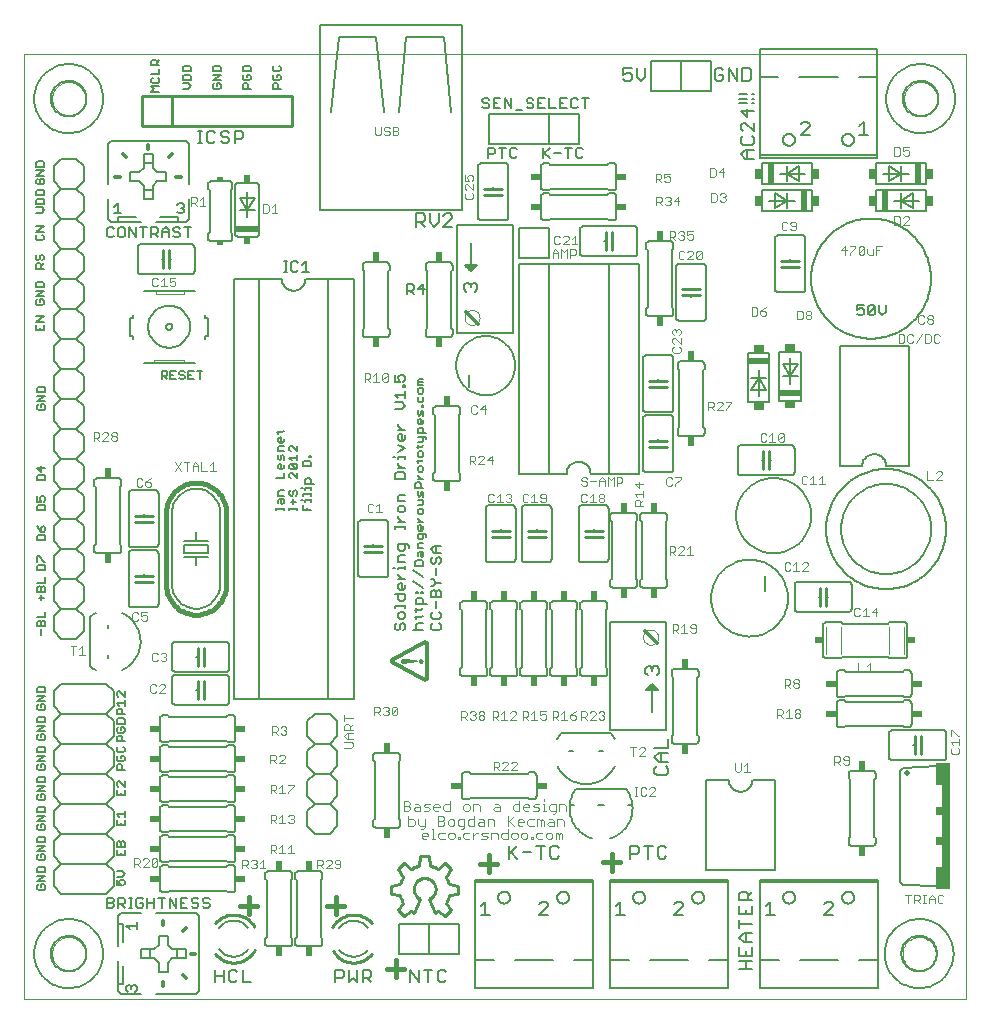
<source format=gto>
G75*
G70*
%OFA0B0*%
%FSLAX24Y24*%
%IPPOS*%
%LPD*%
%AMOC8*
5,1,8,0,0,1.08239X$1,22.5*
%
%ADD10C,0.0000*%
%ADD11C,0.0060*%
%ADD12C,0.0050*%
%ADD13C,0.0150*%
%ADD14C,0.0040*%
%ADD15C,0.0100*%
%ADD16C,0.0080*%
%ADD17R,0.0200X0.0150*%
%ADD18C,0.0030*%
%ADD19R,0.0800X0.0200*%
%ADD20R,0.0200X0.0250*%
%ADD21C,0.0020*%
%ADD22C,0.0160*%
%ADD23R,0.0200X0.0736*%
%ADD24R,0.0250X0.0335*%
%ADD25R,0.0736X0.0200*%
%ADD26R,0.0335X0.0250*%
%ADD27C,0.0200*%
%ADD28R,0.0300X0.4200*%
%ADD29R,0.0200X0.0750*%
%ADD30R,0.0200X0.0300*%
%ADD31R,0.0340X0.0240*%
%ADD32R,0.0240X0.0340*%
%ADD33C,0.0120*%
%ADD34R,0.0270X0.0240*%
D10*
X000353Y000353D02*
X000353Y031853D01*
X031753Y031853D01*
X031753Y000353D01*
X000353Y000353D01*
X001302Y001853D02*
X001304Y001900D01*
X001310Y001946D01*
X001320Y001992D01*
X001333Y002037D01*
X001351Y002080D01*
X001372Y002122D01*
X001396Y002162D01*
X001424Y002199D01*
X001455Y002234D01*
X001489Y002267D01*
X001525Y002296D01*
X001564Y002322D01*
X001605Y002345D01*
X001648Y002364D01*
X001692Y002380D01*
X001737Y002392D01*
X001783Y002400D01*
X001830Y002404D01*
X001876Y002404D01*
X001923Y002400D01*
X001969Y002392D01*
X002014Y002380D01*
X002058Y002364D01*
X002101Y002345D01*
X002142Y002322D01*
X002181Y002296D01*
X002217Y002267D01*
X002251Y002234D01*
X002282Y002199D01*
X002310Y002162D01*
X002334Y002122D01*
X002355Y002080D01*
X002373Y002037D01*
X002386Y001992D01*
X002396Y001946D01*
X002402Y001900D01*
X002404Y001853D01*
X002402Y001806D01*
X002396Y001760D01*
X002386Y001714D01*
X002373Y001669D01*
X002355Y001626D01*
X002334Y001584D01*
X002310Y001544D01*
X002282Y001507D01*
X002251Y001472D01*
X002217Y001439D01*
X002181Y001410D01*
X002142Y001384D01*
X002101Y001361D01*
X002058Y001342D01*
X002014Y001326D01*
X001969Y001314D01*
X001923Y001306D01*
X001876Y001302D01*
X001830Y001302D01*
X001783Y001306D01*
X001737Y001314D01*
X001692Y001326D01*
X001648Y001342D01*
X001605Y001361D01*
X001564Y001384D01*
X001525Y001410D01*
X001489Y001439D01*
X001455Y001472D01*
X001424Y001507D01*
X001396Y001544D01*
X001372Y001584D01*
X001351Y001626D01*
X001333Y001669D01*
X001320Y001714D01*
X001310Y001760D01*
X001304Y001806D01*
X001302Y001853D01*
X001302Y030353D02*
X001304Y030400D01*
X001310Y030446D01*
X001320Y030492D01*
X001333Y030537D01*
X001351Y030580D01*
X001372Y030622D01*
X001396Y030662D01*
X001424Y030699D01*
X001455Y030734D01*
X001489Y030767D01*
X001525Y030796D01*
X001564Y030822D01*
X001605Y030845D01*
X001648Y030864D01*
X001692Y030880D01*
X001737Y030892D01*
X001783Y030900D01*
X001830Y030904D01*
X001876Y030904D01*
X001923Y030900D01*
X001969Y030892D01*
X002014Y030880D01*
X002058Y030864D01*
X002101Y030845D01*
X002142Y030822D01*
X002181Y030796D01*
X002217Y030767D01*
X002251Y030734D01*
X002282Y030699D01*
X002310Y030662D01*
X002334Y030622D01*
X002355Y030580D01*
X002373Y030537D01*
X002386Y030492D01*
X002396Y030446D01*
X002402Y030400D01*
X002404Y030353D01*
X002402Y030306D01*
X002396Y030260D01*
X002386Y030214D01*
X002373Y030169D01*
X002355Y030126D01*
X002334Y030084D01*
X002310Y030044D01*
X002282Y030007D01*
X002251Y029972D01*
X002217Y029939D01*
X002181Y029910D01*
X002142Y029884D01*
X002101Y029861D01*
X002058Y029842D01*
X002014Y029826D01*
X001969Y029814D01*
X001923Y029806D01*
X001876Y029802D01*
X001830Y029802D01*
X001783Y029806D01*
X001737Y029814D01*
X001692Y029826D01*
X001648Y029842D01*
X001605Y029861D01*
X001564Y029884D01*
X001525Y029910D01*
X001489Y029939D01*
X001455Y029972D01*
X001424Y030007D01*
X001396Y030044D01*
X001372Y030084D01*
X001351Y030126D01*
X001333Y030169D01*
X001320Y030214D01*
X001310Y030260D01*
X001304Y030306D01*
X001302Y030353D01*
X029702Y030353D02*
X029704Y030400D01*
X029710Y030446D01*
X029720Y030492D01*
X029733Y030537D01*
X029751Y030580D01*
X029772Y030622D01*
X029796Y030662D01*
X029824Y030699D01*
X029855Y030734D01*
X029889Y030767D01*
X029925Y030796D01*
X029964Y030822D01*
X030005Y030845D01*
X030048Y030864D01*
X030092Y030880D01*
X030137Y030892D01*
X030183Y030900D01*
X030230Y030904D01*
X030276Y030904D01*
X030323Y030900D01*
X030369Y030892D01*
X030414Y030880D01*
X030458Y030864D01*
X030501Y030845D01*
X030542Y030822D01*
X030581Y030796D01*
X030617Y030767D01*
X030651Y030734D01*
X030682Y030699D01*
X030710Y030662D01*
X030734Y030622D01*
X030755Y030580D01*
X030773Y030537D01*
X030786Y030492D01*
X030796Y030446D01*
X030802Y030400D01*
X030804Y030353D01*
X030802Y030306D01*
X030796Y030260D01*
X030786Y030214D01*
X030773Y030169D01*
X030755Y030126D01*
X030734Y030084D01*
X030710Y030044D01*
X030682Y030007D01*
X030651Y029972D01*
X030617Y029939D01*
X030581Y029910D01*
X030542Y029884D01*
X030501Y029861D01*
X030458Y029842D01*
X030414Y029826D01*
X030369Y029814D01*
X030323Y029806D01*
X030276Y029802D01*
X030230Y029802D01*
X030183Y029806D01*
X030137Y029814D01*
X030092Y029826D01*
X030048Y029842D01*
X030005Y029861D01*
X029964Y029884D01*
X029925Y029910D01*
X029889Y029939D01*
X029855Y029972D01*
X029824Y030007D01*
X029796Y030044D01*
X029772Y030084D01*
X029751Y030126D01*
X029733Y030169D01*
X029720Y030214D01*
X029710Y030260D01*
X029704Y030306D01*
X029702Y030353D01*
X029652Y001853D02*
X029654Y001900D01*
X029660Y001946D01*
X029670Y001992D01*
X029683Y002037D01*
X029701Y002080D01*
X029722Y002122D01*
X029746Y002162D01*
X029774Y002199D01*
X029805Y002234D01*
X029839Y002267D01*
X029875Y002296D01*
X029914Y002322D01*
X029955Y002345D01*
X029998Y002364D01*
X030042Y002380D01*
X030087Y002392D01*
X030133Y002400D01*
X030180Y002404D01*
X030226Y002404D01*
X030273Y002400D01*
X030319Y002392D01*
X030364Y002380D01*
X030408Y002364D01*
X030451Y002345D01*
X030492Y002322D01*
X030531Y002296D01*
X030567Y002267D01*
X030601Y002234D01*
X030632Y002199D01*
X030660Y002162D01*
X030684Y002122D01*
X030705Y002080D01*
X030723Y002037D01*
X030736Y001992D01*
X030746Y001946D01*
X030752Y001900D01*
X030754Y001853D01*
X030752Y001806D01*
X030746Y001760D01*
X030736Y001714D01*
X030723Y001669D01*
X030705Y001626D01*
X030684Y001584D01*
X030660Y001544D01*
X030632Y001507D01*
X030601Y001472D01*
X030567Y001439D01*
X030531Y001410D01*
X030492Y001384D01*
X030451Y001361D01*
X030408Y001342D01*
X030364Y001326D01*
X030319Y001314D01*
X030273Y001306D01*
X030226Y001302D01*
X030180Y001302D01*
X030133Y001306D01*
X030087Y001314D01*
X030042Y001326D01*
X029998Y001342D01*
X029955Y001361D01*
X029914Y001384D01*
X029875Y001410D01*
X029839Y001439D01*
X029805Y001472D01*
X029774Y001507D01*
X029746Y001544D01*
X029722Y001584D01*
X029701Y001626D01*
X029683Y001669D01*
X029670Y001714D01*
X029660Y001760D01*
X029654Y001806D01*
X029652Y001853D01*
D11*
X029053Y001853D02*
X029055Y001920D01*
X029061Y001988D01*
X029071Y002055D01*
X029085Y002121D01*
X029102Y002186D01*
X029124Y002250D01*
X029149Y002313D01*
X029178Y002374D01*
X029210Y002433D01*
X029246Y002490D01*
X029285Y002545D01*
X029327Y002598D01*
X029372Y002648D01*
X029420Y002695D01*
X029471Y002740D01*
X029524Y002781D01*
X029580Y002820D01*
X029638Y002855D01*
X029698Y002886D01*
X029759Y002914D01*
X029822Y002938D01*
X029886Y002959D01*
X029952Y002975D01*
X030018Y002988D01*
X030085Y002997D01*
X030152Y003002D01*
X030220Y003003D01*
X030287Y003000D01*
X030354Y002993D01*
X030421Y002982D01*
X030487Y002967D01*
X030552Y002949D01*
X030616Y002926D01*
X030678Y002900D01*
X030739Y002871D01*
X030797Y002837D01*
X030854Y002801D01*
X030909Y002761D01*
X030961Y002718D01*
X031010Y002672D01*
X031057Y002623D01*
X031101Y002572D01*
X031141Y002518D01*
X031179Y002462D01*
X031213Y002403D01*
X031243Y002343D01*
X031270Y002281D01*
X031294Y002218D01*
X031313Y002153D01*
X031329Y002088D01*
X031341Y002021D01*
X031349Y001954D01*
X031353Y001887D01*
X031353Y001819D01*
X031349Y001752D01*
X031341Y001685D01*
X031329Y001618D01*
X031313Y001553D01*
X031294Y001488D01*
X031270Y001425D01*
X031243Y001363D01*
X031213Y001303D01*
X031179Y001244D01*
X031141Y001188D01*
X031101Y001134D01*
X031057Y001083D01*
X031010Y001034D01*
X030961Y000988D01*
X030909Y000945D01*
X030854Y000905D01*
X030797Y000869D01*
X030739Y000835D01*
X030678Y000806D01*
X030616Y000780D01*
X030552Y000757D01*
X030487Y000739D01*
X030421Y000724D01*
X030354Y000713D01*
X030287Y000706D01*
X030220Y000703D01*
X030152Y000704D01*
X030085Y000709D01*
X030018Y000718D01*
X029952Y000731D01*
X029886Y000747D01*
X029822Y000768D01*
X029759Y000792D01*
X029698Y000820D01*
X029638Y000851D01*
X029580Y000886D01*
X029524Y000925D01*
X029471Y000966D01*
X029420Y001011D01*
X029372Y001058D01*
X029327Y001108D01*
X029285Y001161D01*
X029246Y001216D01*
X029210Y001273D01*
X029178Y001332D01*
X029149Y001393D01*
X029124Y001456D01*
X029102Y001520D01*
X029085Y001585D01*
X029071Y001651D01*
X029061Y001718D01*
X029055Y001786D01*
X029053Y001853D01*
X028819Y001643D02*
X028819Y004243D01*
X024889Y004243D01*
X024889Y004323D01*
X028819Y004323D01*
X028819Y004243D01*
X029553Y004253D02*
X029553Y007953D01*
X029653Y008053D01*
X030803Y008103D01*
X031003Y008303D02*
X029303Y008303D01*
X029286Y008305D01*
X029269Y008309D01*
X029253Y008316D01*
X029239Y008326D01*
X029226Y008339D01*
X029216Y008353D01*
X029209Y008369D01*
X029205Y008386D01*
X029203Y008403D01*
X029203Y009203D01*
X029205Y009220D01*
X029209Y009237D01*
X029216Y009253D01*
X029226Y009267D01*
X029239Y009280D01*
X029253Y009290D01*
X029269Y009297D01*
X029286Y009301D01*
X029303Y009303D01*
X031003Y009303D01*
X031020Y009301D01*
X031037Y009297D01*
X031053Y009290D01*
X031067Y009280D01*
X031080Y009267D01*
X031090Y009253D01*
X031097Y009237D01*
X031101Y009220D01*
X031103Y009203D01*
X031103Y008403D01*
X031101Y008386D01*
X031097Y008369D01*
X031090Y008353D01*
X031080Y008339D01*
X031067Y008326D01*
X031053Y008316D01*
X031037Y008309D01*
X031020Y008305D01*
X031003Y008303D01*
X030303Y008803D02*
X030253Y008803D01*
X030053Y008803D02*
X030003Y008803D01*
X029853Y009403D02*
X029703Y009403D01*
X029653Y009453D01*
X027753Y009453D01*
X027703Y009403D01*
X027553Y009403D01*
X027536Y009405D01*
X027519Y009409D01*
X027503Y009416D01*
X027489Y009426D01*
X027476Y009439D01*
X027466Y009453D01*
X027459Y009469D01*
X027455Y009486D01*
X027453Y009503D01*
X027453Y010203D01*
X027455Y010220D01*
X027459Y010237D01*
X027466Y010253D01*
X027476Y010267D01*
X027489Y010280D01*
X027503Y010290D01*
X027519Y010297D01*
X027536Y010301D01*
X027553Y010303D01*
X027703Y010303D01*
X027753Y010253D01*
X029653Y010253D01*
X029703Y010303D01*
X029853Y010303D01*
X029853Y010403D02*
X029703Y010403D01*
X029653Y010453D01*
X027753Y010453D01*
X027703Y010403D01*
X027553Y010403D01*
X027536Y010405D01*
X027519Y010409D01*
X027503Y010416D01*
X027489Y010426D01*
X027476Y010439D01*
X027466Y010453D01*
X027459Y010469D01*
X027455Y010486D01*
X027453Y010503D01*
X027453Y011203D01*
X027455Y011220D01*
X027459Y011237D01*
X027466Y011253D01*
X027476Y011267D01*
X027489Y011280D01*
X027503Y011290D01*
X027519Y011297D01*
X027536Y011301D01*
X027553Y011303D01*
X027703Y011303D01*
X027753Y011253D01*
X029653Y011253D01*
X029703Y011303D01*
X029853Y011303D01*
X029870Y011301D01*
X029887Y011297D01*
X029903Y011290D01*
X029917Y011280D01*
X029930Y011267D01*
X029940Y011253D01*
X029947Y011237D01*
X029951Y011220D01*
X029953Y011203D01*
X029953Y010503D01*
X029951Y010486D01*
X029947Y010469D01*
X029940Y010453D01*
X029930Y010439D01*
X029917Y010426D01*
X029903Y010416D01*
X029887Y010409D01*
X029870Y010405D01*
X029853Y010403D01*
X029853Y010303D02*
X029870Y010301D01*
X029887Y010297D01*
X029903Y010290D01*
X029917Y010280D01*
X029930Y010267D01*
X029940Y010253D01*
X029947Y010237D01*
X029951Y010220D01*
X029953Y010203D01*
X029953Y009503D01*
X029951Y009486D01*
X029947Y009469D01*
X029940Y009453D01*
X029930Y009439D01*
X029917Y009426D01*
X029903Y009416D01*
X029887Y009409D01*
X029870Y009405D01*
X029853Y009403D01*
X028653Y007953D02*
X027953Y007953D01*
X027936Y007951D01*
X027919Y007947D01*
X027903Y007940D01*
X027889Y007930D01*
X027876Y007917D01*
X027866Y007903D01*
X027859Y007887D01*
X027855Y007870D01*
X027853Y007853D01*
X027853Y007703D01*
X027903Y007653D01*
X027903Y005753D01*
X027853Y005703D01*
X027853Y005553D01*
X027855Y005536D01*
X027859Y005519D01*
X027866Y005503D01*
X027876Y005489D01*
X027889Y005476D01*
X027903Y005466D01*
X027919Y005459D01*
X027936Y005455D01*
X027953Y005453D01*
X028653Y005453D01*
X028670Y005455D01*
X028687Y005459D01*
X028703Y005466D01*
X028717Y005476D01*
X028730Y005489D01*
X028740Y005503D01*
X028747Y005519D01*
X028751Y005536D01*
X028753Y005553D01*
X028753Y005703D01*
X028703Y005753D01*
X028703Y007653D01*
X028753Y007703D01*
X028753Y007853D01*
X028751Y007870D01*
X028747Y007887D01*
X028740Y007903D01*
X028730Y007917D01*
X028717Y007930D01*
X028703Y007940D01*
X028687Y007947D01*
X028670Y007951D01*
X028653Y007953D01*
X025403Y007653D02*
X025403Y004653D01*
X023103Y004653D01*
X023103Y007653D01*
X023853Y007653D01*
X023855Y007614D01*
X023861Y007575D01*
X023870Y007537D01*
X023883Y007500D01*
X023900Y007464D01*
X023920Y007431D01*
X023944Y007399D01*
X023970Y007370D01*
X023999Y007344D01*
X024031Y007320D01*
X024064Y007300D01*
X024100Y007283D01*
X024137Y007270D01*
X024175Y007261D01*
X024214Y007255D01*
X024253Y007253D01*
X024292Y007255D01*
X024331Y007261D01*
X024369Y007270D01*
X024406Y007283D01*
X024442Y007300D01*
X024475Y007320D01*
X024507Y007344D01*
X024536Y007370D01*
X024562Y007399D01*
X024586Y007431D01*
X024606Y007464D01*
X024623Y007500D01*
X024636Y007537D01*
X024645Y007575D01*
X024651Y007614D01*
X024653Y007653D01*
X025403Y007653D01*
X022853Y008953D02*
X022853Y009103D01*
X022803Y009153D01*
X022803Y011053D01*
X022853Y011103D01*
X022853Y011253D01*
X022851Y011270D01*
X022847Y011287D01*
X022840Y011303D01*
X022830Y011317D01*
X022817Y011330D01*
X022803Y011340D01*
X022787Y011347D01*
X022770Y011351D01*
X022753Y011353D01*
X022053Y011353D01*
X022036Y011351D01*
X022019Y011347D01*
X022003Y011340D01*
X021989Y011330D01*
X021976Y011317D01*
X021966Y011303D01*
X021959Y011287D01*
X021955Y011270D01*
X021953Y011253D01*
X021953Y011103D01*
X022003Y011053D01*
X022003Y009153D01*
X021953Y009103D01*
X021953Y008953D01*
X021955Y008936D01*
X021959Y008919D01*
X021966Y008903D01*
X021976Y008889D01*
X021989Y008876D01*
X022003Y008866D01*
X022019Y008859D01*
X022036Y008855D01*
X022053Y008853D01*
X022753Y008853D01*
X022770Y008855D01*
X022787Y008859D01*
X022803Y008866D01*
X022817Y008876D01*
X022830Y008889D01*
X022840Y008903D01*
X022847Y008919D01*
X022851Y008936D01*
X022853Y008953D01*
X021753Y009303D02*
X019903Y009303D01*
X019903Y012903D01*
X021753Y012903D01*
X021753Y009303D01*
X021303Y009903D02*
X021303Y010703D01*
X021453Y010703D01*
X021503Y010653D01*
X021103Y010653D01*
X021153Y010703D01*
X021303Y010703D01*
X021303Y010853D01*
X021253Y010803D01*
X021203Y010753D01*
X021153Y010703D01*
X021203Y010753D02*
X021403Y010753D01*
X021353Y010803D01*
X021253Y010803D01*
X021303Y010853D02*
X021353Y010803D01*
X021403Y010753D02*
X021453Y010703D01*
X019803Y011203D02*
X019803Y011353D01*
X019753Y011403D01*
X019753Y013303D01*
X019803Y013353D01*
X019803Y013503D01*
X019801Y013520D01*
X019797Y013537D01*
X019790Y013553D01*
X019780Y013567D01*
X019767Y013580D01*
X019753Y013590D01*
X019737Y013597D01*
X019720Y013601D01*
X019703Y013603D01*
X019003Y013603D01*
X018986Y013601D01*
X018969Y013597D01*
X018953Y013590D01*
X018939Y013580D01*
X018926Y013567D01*
X018916Y013553D01*
X018909Y013537D01*
X018905Y013520D01*
X018903Y013503D01*
X018903Y013353D01*
X018953Y013303D01*
X018953Y011403D01*
X018903Y011353D01*
X018903Y011203D01*
X018905Y011186D01*
X018909Y011169D01*
X018916Y011153D01*
X018926Y011139D01*
X018939Y011126D01*
X018953Y011116D01*
X018969Y011109D01*
X018986Y011105D01*
X019003Y011103D01*
X019703Y011103D01*
X019720Y011105D01*
X019737Y011109D01*
X019753Y011116D01*
X019767Y011126D01*
X019780Y011139D01*
X019790Y011153D01*
X019797Y011169D01*
X019801Y011186D01*
X019803Y011203D01*
X018803Y011203D02*
X018803Y011353D01*
X018753Y011403D01*
X018753Y013303D01*
X018803Y013353D01*
X018803Y013503D01*
X018801Y013520D01*
X018797Y013537D01*
X018790Y013553D01*
X018780Y013567D01*
X018767Y013580D01*
X018753Y013590D01*
X018737Y013597D01*
X018720Y013601D01*
X018703Y013603D01*
X018003Y013603D01*
X017986Y013601D01*
X017969Y013597D01*
X017953Y013590D01*
X017939Y013580D01*
X017926Y013567D01*
X017916Y013553D01*
X017909Y013537D01*
X017905Y013520D01*
X017903Y013503D01*
X017903Y013353D01*
X017953Y013303D01*
X017953Y011403D01*
X017903Y011353D01*
X017903Y011203D01*
X017905Y011186D01*
X017909Y011169D01*
X017916Y011153D01*
X017926Y011139D01*
X017939Y011126D01*
X017953Y011116D01*
X017969Y011109D01*
X017986Y011105D01*
X018003Y011103D01*
X018703Y011103D01*
X018720Y011105D01*
X018737Y011109D01*
X018753Y011116D01*
X018767Y011126D01*
X018780Y011139D01*
X018790Y011153D01*
X018797Y011169D01*
X018801Y011186D01*
X018803Y011203D01*
X017803Y011203D02*
X017803Y011353D01*
X017753Y011403D01*
X017753Y013303D01*
X017803Y013353D01*
X017803Y013503D01*
X017801Y013520D01*
X017797Y013537D01*
X017790Y013553D01*
X017780Y013567D01*
X017767Y013580D01*
X017753Y013590D01*
X017737Y013597D01*
X017720Y013601D01*
X017703Y013603D01*
X017003Y013603D01*
X016986Y013601D01*
X016969Y013597D01*
X016953Y013590D01*
X016939Y013580D01*
X016926Y013567D01*
X016916Y013553D01*
X016909Y013537D01*
X016905Y013520D01*
X016903Y013503D01*
X016903Y013353D01*
X016953Y013303D01*
X016953Y011403D01*
X016903Y011353D01*
X016903Y011203D01*
X016905Y011186D01*
X016909Y011169D01*
X016916Y011153D01*
X016926Y011139D01*
X016939Y011126D01*
X016953Y011116D01*
X016969Y011109D01*
X016986Y011105D01*
X017003Y011103D01*
X017703Y011103D01*
X017720Y011105D01*
X017737Y011109D01*
X017753Y011116D01*
X017767Y011126D01*
X017780Y011139D01*
X017790Y011153D01*
X017797Y011169D01*
X017801Y011186D01*
X017803Y011203D01*
X016803Y011203D02*
X016803Y011353D01*
X016753Y011403D01*
X016753Y013303D01*
X016803Y013353D01*
X016803Y013503D01*
X016801Y013520D01*
X016797Y013537D01*
X016790Y013553D01*
X016780Y013567D01*
X016767Y013580D01*
X016753Y013590D01*
X016737Y013597D01*
X016720Y013601D01*
X016703Y013603D01*
X016003Y013603D01*
X015986Y013601D01*
X015969Y013597D01*
X015953Y013590D01*
X015939Y013580D01*
X015926Y013567D01*
X015916Y013553D01*
X015909Y013537D01*
X015905Y013520D01*
X015903Y013503D01*
X015903Y013353D01*
X015953Y013303D01*
X015953Y011403D01*
X015903Y011353D01*
X015903Y011203D01*
X015905Y011186D01*
X015909Y011169D01*
X015916Y011153D01*
X015926Y011139D01*
X015939Y011126D01*
X015953Y011116D01*
X015969Y011109D01*
X015986Y011105D01*
X016003Y011103D01*
X016703Y011103D01*
X016720Y011105D01*
X016737Y011109D01*
X016753Y011116D01*
X016767Y011126D01*
X016780Y011139D01*
X016790Y011153D01*
X016797Y011169D01*
X016801Y011186D01*
X016803Y011203D01*
X015803Y011203D02*
X015803Y011353D01*
X015753Y011403D01*
X015753Y013303D01*
X015803Y013353D01*
X015803Y013503D01*
X015801Y013520D01*
X015797Y013537D01*
X015790Y013553D01*
X015780Y013567D01*
X015767Y013580D01*
X015753Y013590D01*
X015737Y013597D01*
X015720Y013601D01*
X015703Y013603D01*
X015003Y013603D01*
X014986Y013601D01*
X014969Y013597D01*
X014953Y013590D01*
X014939Y013580D01*
X014926Y013567D01*
X014916Y013553D01*
X014909Y013537D01*
X014905Y013520D01*
X014903Y013503D01*
X014903Y013353D01*
X014953Y013303D01*
X014953Y011403D01*
X014903Y011353D01*
X014903Y011203D01*
X014905Y011186D01*
X014909Y011169D01*
X014916Y011153D01*
X014926Y011139D01*
X014939Y011126D01*
X014953Y011116D01*
X014969Y011109D01*
X014986Y011105D01*
X015003Y011103D01*
X015703Y011103D01*
X015720Y011105D01*
X015737Y011109D01*
X015753Y011116D01*
X015767Y011126D01*
X015780Y011139D01*
X015790Y011153D01*
X015797Y011169D01*
X015801Y011186D01*
X015803Y011203D01*
X014273Y012689D02*
X014273Y012803D01*
X014216Y012860D01*
X014216Y013001D02*
X014273Y013058D01*
X014273Y013171D01*
X014216Y013228D01*
X014103Y013369D02*
X014103Y013596D01*
X014103Y013738D02*
X014103Y013908D01*
X014159Y013965D01*
X014216Y013965D01*
X014273Y013908D01*
X014273Y013738D01*
X013932Y013738D01*
X013932Y013908D01*
X013989Y013965D01*
X014046Y013965D01*
X014103Y013908D01*
X013989Y014106D02*
X014103Y014219D01*
X014273Y014219D01*
X014103Y014219D02*
X013989Y014333D01*
X013932Y014333D01*
X014103Y014474D02*
X014103Y014701D01*
X014046Y014843D02*
X014103Y014899D01*
X014103Y015013D01*
X014159Y015069D01*
X014216Y015069D01*
X014273Y015013D01*
X014273Y014899D01*
X014216Y014843D01*
X014046Y014843D02*
X013989Y014843D01*
X013932Y014899D01*
X013932Y015013D01*
X013989Y015069D01*
X014046Y015211D02*
X013932Y015324D01*
X014046Y015438D01*
X014273Y015438D01*
X014103Y015438D02*
X014103Y015211D01*
X014046Y015211D02*
X014273Y015211D01*
X013673Y014413D02*
X013332Y014640D01*
X013073Y014658D02*
X013073Y014772D01*
X013073Y014715D02*
X012846Y014715D01*
X012846Y014658D01*
X012732Y014715D02*
X012676Y014715D01*
X012846Y014904D02*
X012846Y015074D01*
X012903Y015131D01*
X013073Y015131D01*
X013016Y015272D02*
X013073Y015329D01*
X013073Y015499D01*
X013129Y015499D02*
X012846Y015499D01*
X012846Y015329D01*
X012903Y015272D01*
X013016Y015272D01*
X013186Y015386D02*
X013186Y015442D01*
X013129Y015499D01*
X013073Y016009D02*
X013073Y016122D01*
X013073Y016066D02*
X012732Y016066D01*
X012732Y016122D02*
X012732Y016009D01*
X012846Y016254D02*
X013073Y016254D01*
X012959Y016254D02*
X012846Y016368D01*
X012846Y016424D01*
X012903Y016561D02*
X013016Y016561D01*
X013073Y016618D01*
X013073Y016731D01*
X013016Y016788D01*
X012903Y016788D01*
X012846Y016731D01*
X012846Y016618D01*
X012903Y016561D01*
X012846Y016930D02*
X012846Y017100D01*
X012903Y017156D01*
X013073Y017156D01*
X013073Y016930D02*
X012846Y016930D01*
X012732Y017666D02*
X012732Y017836D01*
X012789Y017893D01*
X013016Y017893D01*
X013073Y017836D01*
X013073Y017666D01*
X012732Y017666D01*
X012846Y018034D02*
X013073Y018034D01*
X012959Y018034D02*
X012846Y018148D01*
X012846Y018205D01*
X012846Y018341D02*
X012846Y018398D01*
X013073Y018398D01*
X013073Y018341D02*
X013073Y018455D01*
X013073Y018700D02*
X012846Y018814D01*
X012903Y018955D02*
X012846Y019012D01*
X012846Y019125D01*
X012903Y019182D01*
X012959Y019182D01*
X012959Y018955D01*
X012903Y018955D02*
X013016Y018955D01*
X013073Y019012D01*
X013073Y019125D01*
X013073Y019323D02*
X012846Y019323D01*
X012959Y019323D02*
X012846Y019437D01*
X012846Y019494D01*
X012732Y019999D02*
X012959Y019999D01*
X013073Y020112D01*
X012959Y020226D01*
X012732Y020226D01*
X012846Y020367D02*
X012732Y020480D01*
X013073Y020480D01*
X013073Y020367D02*
X013073Y020594D01*
X013073Y020735D02*
X013073Y020792D01*
X013016Y020792D01*
X013016Y020735D01*
X013073Y020735D01*
X013016Y020919D02*
X013073Y020976D01*
X013073Y021090D01*
X013016Y021146D01*
X012903Y021146D01*
X012846Y021090D01*
X012846Y021033D01*
X012903Y020919D01*
X012732Y020919D01*
X012732Y021146D01*
X012453Y022403D02*
X011753Y022403D01*
X011736Y022405D01*
X011719Y022409D01*
X011703Y022416D01*
X011689Y022426D01*
X011676Y022439D01*
X011666Y022453D01*
X011659Y022469D01*
X011655Y022486D01*
X011653Y022503D01*
X011653Y022653D01*
X011703Y022703D01*
X011703Y024603D01*
X011653Y024653D01*
X011653Y024803D01*
X011655Y024820D01*
X011659Y024837D01*
X011666Y024853D01*
X011676Y024867D01*
X011689Y024880D01*
X011703Y024890D01*
X011719Y024897D01*
X011736Y024901D01*
X011753Y024903D01*
X012453Y024903D01*
X012470Y024901D01*
X012487Y024897D01*
X012503Y024890D01*
X012517Y024880D01*
X012530Y024867D01*
X012540Y024853D01*
X012547Y024837D01*
X012551Y024820D01*
X012553Y024803D01*
X012553Y024653D01*
X012503Y024603D01*
X012503Y022703D01*
X012553Y022653D01*
X012553Y022503D01*
X012551Y022486D01*
X012547Y022469D01*
X012540Y022453D01*
X012530Y022439D01*
X012517Y022426D01*
X012503Y022416D01*
X012487Y022409D01*
X012470Y022405D01*
X012453Y022403D01*
X013753Y022503D02*
X013753Y022653D01*
X013803Y022703D01*
X013803Y024603D01*
X013753Y024653D01*
X013753Y024803D01*
X013755Y024820D01*
X013759Y024837D01*
X013766Y024853D01*
X013776Y024867D01*
X013789Y024880D01*
X013803Y024890D01*
X013819Y024897D01*
X013836Y024901D01*
X013853Y024903D01*
X014553Y024903D01*
X014570Y024901D01*
X014587Y024897D01*
X014603Y024890D01*
X014617Y024880D01*
X014630Y024867D01*
X014640Y024853D01*
X014647Y024837D01*
X014651Y024820D01*
X014653Y024803D01*
X014653Y024653D01*
X014603Y024603D01*
X014603Y022703D01*
X014653Y022653D01*
X014653Y022503D01*
X014651Y022486D01*
X014647Y022469D01*
X014640Y022453D01*
X014630Y022439D01*
X014617Y022426D01*
X014603Y022416D01*
X014587Y022409D01*
X014570Y022405D01*
X014553Y022403D01*
X013853Y022403D01*
X013836Y022405D01*
X013819Y022409D01*
X013803Y022416D01*
X013789Y022426D01*
X013776Y022439D01*
X013766Y022453D01*
X013759Y022469D01*
X013755Y022486D01*
X013753Y022503D01*
X014803Y022553D02*
X016653Y022553D01*
X016653Y026153D01*
X014803Y026153D01*
X014803Y022553D01*
X015253Y024603D02*
X015303Y024653D01*
X015353Y024703D01*
X015403Y024753D01*
X015453Y024803D01*
X015053Y024803D01*
X015103Y024753D01*
X015253Y024753D01*
X015253Y025553D01*
X015253Y024753D02*
X015403Y024753D01*
X015353Y024703D02*
X015153Y024703D01*
X015203Y024653D01*
X015303Y024653D01*
X015253Y024603D02*
X015203Y024653D01*
X015153Y024703D02*
X015103Y024753D01*
X015253Y024753D02*
X015253Y024603D01*
X016853Y024853D02*
X017853Y024853D01*
X019853Y024853D01*
X020853Y024853D01*
X020853Y017853D01*
X019853Y017853D01*
X019253Y017853D01*
X019251Y017892D01*
X019245Y017931D01*
X019236Y017969D01*
X019223Y018006D01*
X019206Y018042D01*
X019186Y018075D01*
X019162Y018107D01*
X019136Y018136D01*
X019107Y018162D01*
X019075Y018186D01*
X019042Y018206D01*
X019006Y018223D01*
X018969Y018236D01*
X018931Y018245D01*
X018892Y018251D01*
X018853Y018253D01*
X018814Y018251D01*
X018775Y018245D01*
X018737Y018236D01*
X018700Y018223D01*
X018664Y018206D01*
X018631Y018186D01*
X018599Y018162D01*
X018570Y018136D01*
X018544Y018107D01*
X018520Y018075D01*
X018500Y018042D01*
X018483Y018006D01*
X018470Y017969D01*
X018461Y017931D01*
X018455Y017892D01*
X018453Y017853D01*
X017853Y017853D01*
X017853Y024853D01*
X016853Y024853D02*
X016853Y017853D01*
X017853Y017853D01*
X017853Y016803D02*
X017053Y016803D01*
X017036Y016801D01*
X017019Y016797D01*
X017003Y016790D01*
X016989Y016780D01*
X016976Y016767D01*
X016966Y016753D01*
X016959Y016737D01*
X016955Y016720D01*
X016953Y016703D01*
X016953Y015003D01*
X016955Y014986D01*
X016959Y014969D01*
X016966Y014953D01*
X016976Y014939D01*
X016989Y014926D01*
X017003Y014916D01*
X017019Y014909D01*
X017036Y014905D01*
X017053Y014903D01*
X017853Y014903D01*
X017870Y014905D01*
X017887Y014909D01*
X017903Y014916D01*
X017917Y014926D01*
X017930Y014939D01*
X017940Y014953D01*
X017947Y014969D01*
X017951Y014986D01*
X017953Y015003D01*
X017953Y016703D01*
X017951Y016720D01*
X017947Y016737D01*
X017940Y016753D01*
X017930Y016767D01*
X017917Y016780D01*
X017903Y016790D01*
X017887Y016797D01*
X017870Y016801D01*
X017853Y016803D01*
X017453Y016003D02*
X017453Y015953D01*
X017453Y015753D02*
X017453Y015703D01*
X016753Y015003D02*
X016753Y016703D01*
X016751Y016720D01*
X016747Y016737D01*
X016740Y016753D01*
X016730Y016767D01*
X016717Y016780D01*
X016703Y016790D01*
X016687Y016797D01*
X016670Y016801D01*
X016653Y016803D01*
X015853Y016803D01*
X015836Y016801D01*
X015819Y016797D01*
X015803Y016790D01*
X015789Y016780D01*
X015776Y016767D01*
X015766Y016753D01*
X015759Y016737D01*
X015755Y016720D01*
X015753Y016703D01*
X015753Y015003D01*
X015755Y014986D01*
X015759Y014969D01*
X015766Y014953D01*
X015776Y014939D01*
X015789Y014926D01*
X015803Y014916D01*
X015819Y014909D01*
X015836Y014905D01*
X015853Y014903D01*
X016653Y014903D01*
X016670Y014905D01*
X016687Y014909D01*
X016703Y014916D01*
X016717Y014926D01*
X016730Y014939D01*
X016740Y014953D01*
X016747Y014969D01*
X016751Y014986D01*
X016753Y015003D01*
X016253Y015703D02*
X016253Y015753D01*
X016253Y015953D02*
X016253Y016003D01*
X014803Y017603D02*
X014103Y017603D01*
X014086Y017605D01*
X014069Y017609D01*
X014053Y017616D01*
X014039Y017626D01*
X014026Y017639D01*
X014016Y017653D01*
X014009Y017669D01*
X014005Y017686D01*
X014003Y017703D01*
X014003Y017853D01*
X014053Y017903D01*
X014053Y019803D01*
X014003Y019853D01*
X014003Y020003D01*
X014005Y020020D01*
X014009Y020037D01*
X014016Y020053D01*
X014026Y020067D01*
X014039Y020080D01*
X014053Y020090D01*
X014069Y020097D01*
X014086Y020101D01*
X014103Y020103D01*
X014803Y020103D01*
X014820Y020101D01*
X014837Y020097D01*
X014853Y020090D01*
X014867Y020080D01*
X014880Y020067D01*
X014890Y020053D01*
X014897Y020037D01*
X014901Y020020D01*
X014903Y020003D01*
X014903Y019853D01*
X014853Y019803D01*
X014853Y017903D01*
X014903Y017853D01*
X014903Y017703D01*
X014901Y017686D01*
X014897Y017669D01*
X014890Y017653D01*
X014880Y017639D01*
X014867Y017626D01*
X014853Y017616D01*
X014837Y017609D01*
X014820Y017605D01*
X014803Y017603D01*
X013073Y018700D02*
X012846Y018587D01*
X012732Y018398D02*
X012676Y018398D01*
X012403Y016303D02*
X011603Y016303D01*
X011586Y016301D01*
X011569Y016297D01*
X011553Y016290D01*
X011539Y016280D01*
X011526Y016267D01*
X011516Y016253D01*
X011509Y016237D01*
X011505Y016220D01*
X011503Y016203D01*
X011503Y014503D01*
X011505Y014486D01*
X011509Y014469D01*
X011516Y014453D01*
X011526Y014439D01*
X011539Y014426D01*
X011553Y014416D01*
X011569Y014409D01*
X011586Y014405D01*
X011603Y014403D01*
X012403Y014403D01*
X012420Y014405D01*
X012437Y014409D01*
X012453Y014416D01*
X012467Y014426D01*
X012480Y014439D01*
X012490Y014453D01*
X012497Y014469D01*
X012501Y014486D01*
X012503Y014503D01*
X012503Y016203D01*
X012501Y016220D01*
X012497Y016237D01*
X012490Y016253D01*
X012480Y016267D01*
X012467Y016280D01*
X012453Y016290D01*
X012437Y016297D01*
X012420Y016301D01*
X012403Y016303D01*
X012003Y015503D02*
X012003Y015453D01*
X012003Y015253D02*
X012003Y015203D01*
X012846Y014904D02*
X013073Y014904D01*
X012846Y014522D02*
X012846Y014465D01*
X012959Y014351D01*
X012846Y014351D02*
X013073Y014351D01*
X012959Y014210D02*
X012959Y013983D01*
X012903Y013983D02*
X012846Y014040D01*
X012846Y014153D01*
X012903Y014210D01*
X012959Y014210D01*
X013073Y014153D02*
X013073Y014040D01*
X013016Y013983D01*
X012903Y013983D01*
X012846Y013842D02*
X012846Y013672D01*
X012903Y013615D01*
X013016Y013615D01*
X013073Y013672D01*
X013073Y013842D01*
X012732Y013842D01*
X012732Y013426D02*
X013073Y013426D01*
X013073Y013369D02*
X013073Y013483D01*
X013016Y013228D02*
X012903Y013228D01*
X012846Y013171D01*
X012846Y013058D01*
X012903Y013001D01*
X013016Y013001D01*
X013073Y013058D01*
X013073Y013171D01*
X013016Y013228D01*
X012732Y013369D02*
X012732Y013426D01*
X012789Y012860D02*
X012732Y012803D01*
X012732Y012689D01*
X012789Y012633D01*
X012846Y012633D01*
X012903Y012689D01*
X012903Y012803D01*
X012959Y012860D01*
X013016Y012860D01*
X013073Y012803D01*
X013073Y012689D01*
X013016Y012633D01*
X013332Y012633D02*
X013673Y012633D01*
X013503Y012633D02*
X013446Y012689D01*
X013446Y012803D01*
X013503Y012860D01*
X013673Y012860D01*
X013616Y013058D02*
X013673Y013114D01*
X013616Y013058D02*
X013389Y013058D01*
X013446Y013114D02*
X013446Y013001D01*
X013446Y013247D02*
X013446Y013360D01*
X013389Y013303D02*
X013616Y013303D01*
X013673Y013360D01*
X013673Y013492D02*
X013673Y013662D01*
X013616Y013719D01*
X013503Y013719D01*
X013446Y013662D01*
X013446Y013492D01*
X013786Y013492D01*
X013989Y013228D02*
X013932Y013171D01*
X013932Y013058D01*
X013989Y013001D01*
X014216Y013001D01*
X013989Y012860D02*
X013932Y012803D01*
X013932Y012689D01*
X013989Y012633D01*
X014216Y012633D01*
X014273Y012689D01*
X013673Y013860D02*
X013616Y013860D01*
X013616Y013917D01*
X013673Y013917D01*
X013673Y013860D01*
X013503Y013860D02*
X013446Y013860D01*
X013446Y013917D01*
X013503Y013917D01*
X013503Y013860D01*
X013673Y014045D02*
X013332Y014271D01*
X013932Y014106D02*
X013989Y014106D01*
X011353Y010353D02*
X010353Y010353D01*
X008353Y010353D01*
X007353Y010353D01*
X007353Y024353D01*
X008353Y024353D01*
X008953Y024353D01*
X008353Y024353D02*
X008203Y024353D01*
X008203Y010353D01*
X008353Y010353D01*
X007403Y009703D02*
X007403Y009003D01*
X007401Y008986D01*
X007397Y008969D01*
X007390Y008953D01*
X007380Y008939D01*
X007367Y008926D01*
X007353Y008916D01*
X007337Y008909D01*
X007320Y008905D01*
X007303Y008903D01*
X007153Y008903D01*
X007103Y008953D01*
X005203Y008953D01*
X005153Y008903D01*
X005003Y008903D01*
X004986Y008905D01*
X004969Y008909D01*
X004953Y008916D01*
X004939Y008926D01*
X004926Y008939D01*
X004916Y008953D01*
X004909Y008969D01*
X004905Y008986D01*
X004903Y009003D01*
X004903Y009703D01*
X004905Y009720D01*
X004909Y009737D01*
X004916Y009753D01*
X004926Y009767D01*
X004939Y009780D01*
X004953Y009790D01*
X004969Y009797D01*
X004986Y009801D01*
X005003Y009803D01*
X005153Y009803D01*
X005203Y009753D01*
X007103Y009753D01*
X007153Y009803D01*
X007303Y009803D01*
X007320Y009801D01*
X007337Y009797D01*
X007353Y009790D01*
X007367Y009780D01*
X007380Y009767D01*
X007390Y009753D01*
X007397Y009737D01*
X007401Y009720D01*
X007403Y009703D01*
X007103Y010153D02*
X005403Y010153D01*
X005386Y010155D01*
X005369Y010159D01*
X005353Y010166D01*
X005339Y010176D01*
X005326Y010189D01*
X005316Y010203D01*
X005309Y010219D01*
X005305Y010236D01*
X005303Y010253D01*
X005303Y011053D01*
X005305Y011070D01*
X005309Y011087D01*
X005316Y011103D01*
X005326Y011117D01*
X005339Y011130D01*
X005353Y011140D01*
X005369Y011147D01*
X005386Y011151D01*
X005403Y011153D01*
X007103Y011153D01*
X007103Y011253D02*
X005403Y011253D01*
X005386Y011255D01*
X005369Y011259D01*
X005353Y011266D01*
X005339Y011276D01*
X005326Y011289D01*
X005316Y011303D01*
X005309Y011319D01*
X005305Y011336D01*
X005303Y011353D01*
X005303Y012153D01*
X005305Y012170D01*
X005309Y012187D01*
X005316Y012203D01*
X005326Y012217D01*
X005339Y012230D01*
X005353Y012240D01*
X005369Y012247D01*
X005386Y012251D01*
X005403Y012253D01*
X007103Y012253D01*
X007120Y012251D01*
X007137Y012247D01*
X007153Y012240D01*
X007167Y012230D01*
X007180Y012217D01*
X007190Y012203D01*
X007197Y012187D01*
X007201Y012170D01*
X007203Y012153D01*
X007203Y011353D01*
X007201Y011336D01*
X007197Y011319D01*
X007190Y011303D01*
X007180Y011289D01*
X007167Y011276D01*
X007153Y011266D01*
X007137Y011259D01*
X007120Y011255D01*
X007103Y011253D01*
X007103Y011153D02*
X007120Y011151D01*
X007137Y011147D01*
X007153Y011140D01*
X007167Y011130D01*
X007180Y011117D01*
X007190Y011103D01*
X007197Y011087D01*
X007201Y011070D01*
X007203Y011053D01*
X007203Y010253D01*
X007201Y010236D01*
X007197Y010219D01*
X007190Y010203D01*
X007180Y010189D01*
X007167Y010176D01*
X007153Y010166D01*
X007137Y010159D01*
X007120Y010155D01*
X007103Y010153D01*
X006403Y010653D02*
X006353Y010653D01*
X006153Y010653D02*
X006103Y010653D01*
X006103Y011753D02*
X006153Y011753D01*
X006353Y011753D02*
X006403Y011753D01*
X004753Y013403D02*
X003953Y013403D01*
X003936Y013405D01*
X003919Y013409D01*
X003903Y013416D01*
X003889Y013426D01*
X003876Y013439D01*
X003866Y013453D01*
X003859Y013469D01*
X003855Y013486D01*
X003853Y013503D01*
X003853Y015203D01*
X003855Y015220D01*
X003859Y015237D01*
X003866Y015253D01*
X003876Y015267D01*
X003889Y015280D01*
X003903Y015290D01*
X003919Y015297D01*
X003936Y015301D01*
X003953Y015303D01*
X004753Y015303D01*
X004753Y015403D02*
X003953Y015403D01*
X003936Y015405D01*
X003919Y015409D01*
X003903Y015416D01*
X003889Y015426D01*
X003876Y015439D01*
X003866Y015453D01*
X003859Y015469D01*
X003855Y015486D01*
X003853Y015503D01*
X003853Y017203D01*
X003855Y017220D01*
X003859Y017237D01*
X003866Y017253D01*
X003876Y017267D01*
X003889Y017280D01*
X003903Y017290D01*
X003919Y017297D01*
X003936Y017301D01*
X003953Y017303D01*
X004753Y017303D01*
X004770Y017301D01*
X004787Y017297D01*
X004803Y017290D01*
X004817Y017280D01*
X004830Y017267D01*
X004840Y017253D01*
X004847Y017237D01*
X004851Y017220D01*
X004853Y017203D01*
X004853Y015503D01*
X004851Y015486D01*
X004847Y015469D01*
X004840Y015453D01*
X004830Y015439D01*
X004817Y015426D01*
X004803Y015416D01*
X004787Y015409D01*
X004770Y015405D01*
X004753Y015403D01*
X004753Y015303D02*
X004770Y015301D01*
X004787Y015297D01*
X004803Y015290D01*
X004817Y015280D01*
X004830Y015267D01*
X004840Y015253D01*
X004847Y015237D01*
X004851Y015220D01*
X004853Y015203D01*
X004853Y013503D01*
X004851Y013486D01*
X004847Y013469D01*
X004840Y013453D01*
X004830Y013439D01*
X004817Y013426D01*
X004803Y013416D01*
X004787Y013409D01*
X004770Y013405D01*
X004753Y013403D01*
X005303Y014153D02*
X005303Y016553D01*
X005305Y016609D01*
X005311Y016664D01*
X005320Y016719D01*
X005334Y016774D01*
X005351Y016827D01*
X005372Y016878D01*
X005397Y016929D01*
X005425Y016977D01*
X005456Y017023D01*
X005490Y017067D01*
X005528Y017109D01*
X005568Y017148D01*
X005610Y017183D01*
X005656Y017216D01*
X005703Y017246D01*
X005752Y017272D01*
X005803Y017295D01*
X005856Y017314D01*
X005909Y017329D01*
X005964Y017341D01*
X006019Y017349D01*
X006075Y017353D01*
X006131Y017353D01*
X006187Y017349D01*
X006242Y017341D01*
X006297Y017329D01*
X006350Y017314D01*
X006403Y017295D01*
X006454Y017272D01*
X006503Y017246D01*
X006550Y017216D01*
X006596Y017183D01*
X006638Y017148D01*
X006678Y017109D01*
X006716Y017067D01*
X006750Y017023D01*
X006781Y016977D01*
X006809Y016929D01*
X006834Y016878D01*
X006855Y016827D01*
X006872Y016774D01*
X006886Y016719D01*
X006895Y016664D01*
X006901Y016609D01*
X006903Y016553D01*
X006903Y014153D01*
X006901Y014097D01*
X006895Y014042D01*
X006886Y013987D01*
X006872Y013932D01*
X006855Y013879D01*
X006834Y013828D01*
X006809Y013777D01*
X006781Y013729D01*
X006750Y013683D01*
X006716Y013639D01*
X006678Y013597D01*
X006638Y013558D01*
X006596Y013523D01*
X006550Y013490D01*
X006503Y013460D01*
X006454Y013434D01*
X006403Y013411D01*
X006350Y013392D01*
X006297Y013377D01*
X006242Y013365D01*
X006187Y013357D01*
X006131Y013353D01*
X006075Y013353D01*
X006019Y013357D01*
X005964Y013365D01*
X005909Y013377D01*
X005856Y013392D01*
X005803Y013411D01*
X005752Y013434D01*
X005703Y013460D01*
X005656Y013490D01*
X005610Y013523D01*
X005568Y013558D01*
X005528Y013597D01*
X005490Y013639D01*
X005456Y013683D01*
X005425Y013729D01*
X005397Y013777D01*
X005372Y013828D01*
X005351Y013879D01*
X005334Y013932D01*
X005320Y013987D01*
X005311Y014042D01*
X005305Y014097D01*
X005303Y014153D01*
X004353Y014203D02*
X004353Y014253D01*
X004353Y014453D02*
X004353Y014503D01*
X003603Y015303D02*
X003603Y015453D01*
X003553Y015503D01*
X003553Y017403D01*
X003603Y017453D01*
X003603Y017603D01*
X003601Y017620D01*
X003597Y017637D01*
X003590Y017653D01*
X003580Y017667D01*
X003567Y017680D01*
X003553Y017690D01*
X003537Y017697D01*
X003520Y017701D01*
X003503Y017703D01*
X002803Y017703D01*
X002786Y017701D01*
X002769Y017697D01*
X002753Y017690D01*
X002739Y017680D01*
X002726Y017667D01*
X002716Y017653D01*
X002709Y017637D01*
X002705Y017620D01*
X002703Y017603D01*
X002703Y017453D01*
X002753Y017403D01*
X002753Y015503D01*
X002703Y015453D01*
X002703Y015303D01*
X002705Y015286D01*
X002709Y015269D01*
X002716Y015253D01*
X002726Y015239D01*
X002739Y015226D01*
X002753Y015216D01*
X002769Y015209D01*
X002786Y015205D01*
X002803Y015203D01*
X003503Y015203D01*
X003520Y015205D01*
X003537Y015209D01*
X003553Y015216D01*
X003567Y015226D01*
X003580Y015239D01*
X003590Y015253D01*
X003597Y015269D01*
X003601Y015286D01*
X003603Y015303D01*
X004353Y016203D02*
X004353Y016253D01*
X004353Y016453D02*
X004353Y016503D01*
X005703Y015623D02*
X006103Y015623D01*
X006503Y015623D01*
X006503Y015473D02*
X005703Y015473D01*
X005703Y015223D01*
X006503Y015223D01*
X006503Y015473D01*
X006503Y015083D02*
X006103Y015083D01*
X006103Y014803D01*
X006103Y015083D02*
X005703Y015083D01*
X006103Y015623D02*
X006103Y015903D01*
X002353Y016103D02*
X002353Y015603D01*
X002103Y015353D01*
X002353Y015103D01*
X002353Y014603D01*
X002103Y014353D01*
X001603Y014353D01*
X001353Y014603D01*
X001353Y015103D01*
X001603Y015353D01*
X001353Y015603D01*
X001353Y016103D01*
X001603Y016353D01*
X001353Y016603D01*
X001353Y017103D01*
X001603Y017353D01*
X001353Y017603D01*
X001353Y018103D01*
X001603Y018353D01*
X001353Y018603D01*
X001353Y019103D01*
X001603Y019353D01*
X001353Y019603D01*
X001353Y020103D01*
X001603Y020353D01*
X001353Y020603D01*
X001353Y021103D01*
X001603Y021353D01*
X001353Y021603D01*
X001353Y022103D01*
X001603Y022353D01*
X001353Y022603D01*
X001353Y023103D01*
X001603Y023353D01*
X001353Y023603D01*
X001353Y024103D01*
X001603Y024353D01*
X001353Y024603D01*
X001353Y025103D01*
X001603Y025353D01*
X001353Y025603D01*
X001353Y026103D01*
X001603Y026353D01*
X001353Y026603D01*
X001353Y027103D01*
X001603Y027353D01*
X001353Y027603D01*
X001353Y028103D01*
X001603Y028353D01*
X002103Y028353D01*
X002353Y028103D01*
X002353Y027603D01*
X002103Y027353D01*
X002353Y027103D01*
X002353Y026603D01*
X002103Y026353D01*
X001603Y026353D01*
X002103Y026353D02*
X002353Y026103D01*
X002353Y025603D01*
X002103Y025353D01*
X002353Y025103D01*
X002353Y024603D01*
X002103Y024353D01*
X002353Y024103D01*
X002353Y023603D01*
X002103Y023353D01*
X001603Y023353D01*
X002103Y023353D02*
X002353Y023103D01*
X002353Y022603D01*
X002103Y022353D01*
X002353Y022103D01*
X002353Y021603D01*
X002103Y021353D01*
X002353Y021103D01*
X002353Y020603D01*
X002103Y020353D01*
X001603Y020353D01*
X002103Y020353D02*
X002353Y020103D01*
X002353Y019603D01*
X002103Y019353D01*
X002353Y019103D01*
X002353Y018603D01*
X002103Y018353D01*
X002353Y018103D01*
X002353Y017603D01*
X002103Y017353D01*
X001603Y017353D01*
X002103Y017353D02*
X002353Y017103D01*
X002353Y016603D01*
X002103Y016353D01*
X002353Y016103D01*
X002103Y016353D02*
X001603Y016353D01*
X001603Y015353D02*
X002103Y015353D01*
X002103Y014353D02*
X002353Y014103D01*
X002353Y013603D01*
X002103Y013353D01*
X002353Y013103D01*
X002353Y012603D01*
X002103Y012353D01*
X001603Y012353D01*
X001353Y012603D01*
X001353Y013103D01*
X001603Y013353D01*
X001353Y013603D01*
X001353Y014103D01*
X001603Y014353D01*
X001603Y013353D02*
X002103Y013353D01*
X001603Y010853D02*
X001353Y010603D01*
X001353Y010103D01*
X001603Y009853D01*
X003103Y009853D01*
X003353Y010103D01*
X003353Y010603D01*
X003103Y010853D01*
X001603Y010853D01*
X001603Y009853D02*
X001353Y009603D01*
X001353Y009103D01*
X001603Y008853D01*
X003103Y008853D01*
X003353Y009103D01*
X003353Y009603D01*
X003103Y009853D01*
X003103Y008853D02*
X003353Y008603D01*
X003353Y008103D01*
X003103Y007853D01*
X001603Y007853D01*
X001353Y008103D01*
X001353Y008603D01*
X001603Y008853D01*
X001603Y007853D02*
X001353Y007603D01*
X001353Y007103D01*
X001603Y006853D01*
X003103Y006853D01*
X003353Y007103D01*
X003353Y007603D01*
X003103Y007853D01*
X003103Y006853D02*
X003353Y006603D01*
X003353Y006103D01*
X003103Y005853D01*
X001603Y005853D01*
X001353Y006103D01*
X001353Y006603D01*
X001603Y006853D01*
X001603Y005853D02*
X001353Y005603D01*
X001353Y005103D01*
X001603Y004853D01*
X003103Y004853D01*
X003353Y005103D01*
X003353Y005603D01*
X003103Y005853D01*
X003103Y004853D02*
X003353Y004603D01*
X003353Y004103D01*
X003103Y003853D01*
X001603Y003853D01*
X001353Y004103D01*
X001353Y004603D01*
X001603Y004853D01*
X003133Y003723D02*
X003133Y003383D01*
X003303Y003383D01*
X003360Y003439D01*
X003360Y003496D01*
X003303Y003553D01*
X003133Y003553D01*
X003303Y003553D02*
X003360Y003610D01*
X003360Y003666D01*
X003303Y003723D01*
X003133Y003723D01*
X003501Y003723D02*
X003501Y003383D01*
X003501Y003496D02*
X003671Y003496D01*
X003728Y003553D01*
X003728Y003666D01*
X003671Y003723D01*
X003501Y003723D01*
X003614Y003496D02*
X003728Y003383D01*
X003869Y003383D02*
X003983Y003383D01*
X003926Y003383D02*
X003926Y003723D01*
X003869Y003723D02*
X003983Y003723D01*
X004115Y003666D02*
X004115Y003439D01*
X004172Y003383D01*
X004285Y003383D01*
X004342Y003439D01*
X004342Y003553D01*
X004228Y003553D01*
X004115Y003666D02*
X004172Y003723D01*
X004285Y003723D01*
X004342Y003666D01*
X004483Y003723D02*
X004483Y003383D01*
X004483Y003553D02*
X004710Y003553D01*
X004710Y003723D02*
X004710Y003383D01*
X004753Y003203D02*
X006103Y003203D01*
X006203Y003103D01*
X006203Y000603D01*
X006103Y000503D01*
X004753Y000503D01*
X004253Y000503D02*
X003603Y000503D01*
X003503Y000603D01*
X003503Y000853D01*
X003503Y001603D01*
X003653Y001453D02*
X003653Y000853D01*
X003503Y000853D01*
X004253Y001703D02*
X004553Y001703D01*
X004703Y001703D01*
X004853Y001553D01*
X004853Y001253D01*
X005153Y001253D01*
X005153Y001553D01*
X005303Y001703D01*
X005453Y001703D01*
X005753Y001703D01*
X005753Y002003D01*
X005453Y002003D01*
X005303Y002003D01*
X005153Y002153D01*
X005153Y002453D01*
X004853Y002453D01*
X004853Y002153D01*
X004703Y002003D01*
X004553Y002003D01*
X004253Y002003D01*
X004253Y001703D01*
X004553Y001703D02*
X004553Y002003D01*
X005453Y002003D02*
X005453Y001703D01*
X004253Y003203D02*
X003603Y003203D01*
X003503Y003103D01*
X003503Y002853D01*
X003503Y002103D01*
X003653Y002253D02*
X003653Y002853D01*
X003503Y002853D01*
X004965Y003383D02*
X004965Y003723D01*
X005078Y003723D02*
X004851Y003723D01*
X005003Y003903D02*
X005153Y003903D01*
X005203Y003953D01*
X007103Y003953D01*
X007153Y003903D01*
X007303Y003903D01*
X007320Y003905D01*
X007337Y003909D01*
X007353Y003916D01*
X007367Y003926D01*
X007380Y003939D01*
X007390Y003953D01*
X007397Y003969D01*
X007401Y003986D01*
X007403Y004003D01*
X007403Y004703D01*
X007401Y004720D01*
X007397Y004737D01*
X007390Y004753D01*
X007380Y004767D01*
X007367Y004780D01*
X007353Y004790D01*
X007337Y004797D01*
X007320Y004801D01*
X007303Y004803D01*
X007153Y004803D01*
X007103Y004753D01*
X005203Y004753D01*
X005153Y004803D01*
X005003Y004803D01*
X005003Y004903D02*
X005153Y004903D01*
X005203Y004953D01*
X007103Y004953D01*
X007153Y004903D01*
X007303Y004903D01*
X007320Y004905D01*
X007337Y004909D01*
X007353Y004916D01*
X007367Y004926D01*
X007380Y004939D01*
X007390Y004953D01*
X007397Y004969D01*
X007401Y004986D01*
X007403Y005003D01*
X007403Y005703D01*
X007401Y005720D01*
X007397Y005737D01*
X007390Y005753D01*
X007380Y005767D01*
X007367Y005780D01*
X007353Y005790D01*
X007337Y005797D01*
X007320Y005801D01*
X007303Y005803D01*
X007153Y005803D01*
X007103Y005753D01*
X005203Y005753D01*
X005153Y005803D01*
X005003Y005803D01*
X005003Y005903D02*
X005153Y005903D01*
X005203Y005953D01*
X007103Y005953D01*
X007153Y005903D01*
X007303Y005903D01*
X007320Y005905D01*
X007337Y005909D01*
X007353Y005916D01*
X007367Y005926D01*
X007380Y005939D01*
X007390Y005953D01*
X007397Y005969D01*
X007401Y005986D01*
X007403Y006003D01*
X007403Y006703D01*
X007401Y006720D01*
X007397Y006737D01*
X007390Y006753D01*
X007380Y006767D01*
X007367Y006780D01*
X007353Y006790D01*
X007337Y006797D01*
X007320Y006801D01*
X007303Y006803D01*
X007153Y006803D01*
X007103Y006753D01*
X005203Y006753D01*
X005153Y006803D01*
X005003Y006803D01*
X005003Y006903D02*
X005153Y006903D01*
X005203Y006953D01*
X007103Y006953D01*
X007153Y006903D01*
X007303Y006903D01*
X007320Y006905D01*
X007337Y006909D01*
X007353Y006916D01*
X007367Y006926D01*
X007380Y006939D01*
X007390Y006953D01*
X007397Y006969D01*
X007401Y006986D01*
X007403Y007003D01*
X007403Y007703D01*
X007401Y007720D01*
X007397Y007737D01*
X007390Y007753D01*
X007380Y007767D01*
X007367Y007780D01*
X007353Y007790D01*
X007337Y007797D01*
X007320Y007801D01*
X007303Y007803D01*
X007153Y007803D01*
X007103Y007753D01*
X005203Y007753D01*
X005153Y007803D01*
X005003Y007803D01*
X005003Y007903D02*
X005153Y007903D01*
X005203Y007953D01*
X007103Y007953D01*
X007153Y007903D01*
X007303Y007903D01*
X007320Y007905D01*
X007337Y007909D01*
X007353Y007916D01*
X007367Y007926D01*
X007380Y007939D01*
X007390Y007953D01*
X007397Y007969D01*
X007401Y007986D01*
X007403Y008003D01*
X007403Y008703D01*
X007401Y008720D01*
X007397Y008737D01*
X007390Y008753D01*
X007380Y008767D01*
X007367Y008780D01*
X007353Y008790D01*
X007337Y008797D01*
X007320Y008801D01*
X007303Y008803D01*
X007153Y008803D01*
X007103Y008753D01*
X005203Y008753D01*
X005153Y008803D01*
X005003Y008803D01*
X004986Y008801D01*
X004969Y008797D01*
X004953Y008790D01*
X004939Y008780D01*
X004926Y008767D01*
X004916Y008753D01*
X004909Y008737D01*
X004905Y008720D01*
X004903Y008703D01*
X004903Y008003D01*
X004905Y007986D01*
X004909Y007969D01*
X004916Y007953D01*
X004926Y007939D01*
X004939Y007926D01*
X004953Y007916D01*
X004969Y007909D01*
X004986Y007905D01*
X005003Y007903D01*
X005003Y007803D02*
X004986Y007801D01*
X004969Y007797D01*
X004953Y007790D01*
X004939Y007780D01*
X004926Y007767D01*
X004916Y007753D01*
X004909Y007737D01*
X004905Y007720D01*
X004903Y007703D01*
X004903Y007003D01*
X004905Y006986D01*
X004909Y006969D01*
X004916Y006953D01*
X004926Y006939D01*
X004939Y006926D01*
X004953Y006916D01*
X004969Y006909D01*
X004986Y006905D01*
X005003Y006903D01*
X005003Y006803D02*
X004986Y006801D01*
X004969Y006797D01*
X004953Y006790D01*
X004939Y006780D01*
X004926Y006767D01*
X004916Y006753D01*
X004909Y006737D01*
X004905Y006720D01*
X004903Y006703D01*
X004903Y006003D01*
X004905Y005986D01*
X004909Y005969D01*
X004916Y005953D01*
X004926Y005939D01*
X004939Y005926D01*
X004953Y005916D01*
X004969Y005909D01*
X004986Y005905D01*
X005003Y005903D01*
X005003Y005803D02*
X004986Y005801D01*
X004969Y005797D01*
X004953Y005790D01*
X004939Y005780D01*
X004926Y005767D01*
X004916Y005753D01*
X004909Y005737D01*
X004905Y005720D01*
X004903Y005703D01*
X004903Y005003D01*
X004905Y004986D01*
X004909Y004969D01*
X004916Y004953D01*
X004926Y004939D01*
X004939Y004926D01*
X004953Y004916D01*
X004969Y004909D01*
X004986Y004905D01*
X005003Y004903D01*
X005003Y004803D02*
X004986Y004801D01*
X004969Y004797D01*
X004953Y004790D01*
X004939Y004780D01*
X004926Y004767D01*
X004916Y004753D01*
X004909Y004737D01*
X004905Y004720D01*
X004903Y004703D01*
X004903Y004003D01*
X004905Y003986D01*
X004909Y003969D01*
X004916Y003953D01*
X004926Y003939D01*
X004939Y003926D01*
X004953Y003916D01*
X004969Y003909D01*
X004986Y003905D01*
X005003Y003903D01*
X005220Y003723D02*
X005220Y003383D01*
X005447Y003383D02*
X005220Y003723D01*
X005447Y003723D02*
X005447Y003383D01*
X005588Y003383D02*
X005815Y003383D01*
X005956Y003439D02*
X006013Y003383D01*
X006127Y003383D01*
X006183Y003439D01*
X006183Y003496D01*
X006127Y003553D01*
X006013Y003553D01*
X005956Y003610D01*
X005956Y003666D01*
X006013Y003723D01*
X006127Y003723D01*
X006183Y003666D01*
X006325Y003666D02*
X006325Y003610D01*
X006381Y003553D01*
X006495Y003553D01*
X006552Y003496D01*
X006552Y003439D01*
X006495Y003383D01*
X006381Y003383D01*
X006325Y003439D01*
X006325Y003666D02*
X006381Y003723D01*
X006495Y003723D01*
X006552Y003666D01*
X005815Y003723D02*
X005588Y003723D01*
X005588Y003383D01*
X005588Y003553D02*
X005702Y003553D01*
X007353Y002953D02*
X007398Y002951D01*
X007444Y002946D01*
X007488Y002938D01*
X007532Y002926D01*
X007575Y002910D01*
X007617Y002892D01*
X007657Y002870D01*
X007695Y002846D01*
X007731Y002819D01*
X007766Y002789D01*
X007797Y002756D01*
X007827Y002721D01*
X007353Y002953D02*
X007308Y002951D01*
X007262Y002946D01*
X007218Y002938D01*
X007174Y002926D01*
X007131Y002910D01*
X007089Y002892D01*
X007049Y002870D01*
X007011Y002846D01*
X006975Y002819D01*
X006940Y002789D01*
X006909Y002756D01*
X006879Y002721D01*
X007353Y001753D02*
X007399Y001755D01*
X007445Y001760D01*
X007491Y001769D01*
X007536Y001781D01*
X007579Y001797D01*
X007621Y001816D01*
X007662Y001839D01*
X007701Y001864D01*
X007737Y001892D01*
X007772Y001923D01*
X007804Y001957D01*
X007833Y001993D01*
X007353Y001753D02*
X007306Y001755D01*
X007258Y001761D01*
X007212Y001770D01*
X007166Y001783D01*
X007122Y001799D01*
X007078Y001819D01*
X007037Y001843D01*
X006998Y001869D01*
X006961Y001899D01*
X006926Y001932D01*
X006894Y001967D01*
X006865Y002004D01*
X008403Y002203D02*
X008403Y002353D01*
X008453Y002403D01*
X008453Y004303D01*
X008403Y004353D01*
X008403Y004503D01*
X008405Y004520D01*
X008409Y004537D01*
X008416Y004553D01*
X008426Y004567D01*
X008439Y004580D01*
X008453Y004590D01*
X008469Y004597D01*
X008486Y004601D01*
X008503Y004603D01*
X009203Y004603D01*
X009220Y004601D01*
X009237Y004597D01*
X009253Y004590D01*
X009267Y004580D01*
X009280Y004567D01*
X009290Y004553D01*
X009297Y004537D01*
X009301Y004520D01*
X009303Y004503D01*
X009303Y004353D01*
X009253Y004303D01*
X009253Y002403D01*
X009303Y002353D01*
X009303Y002203D01*
X009403Y002203D02*
X009403Y002353D01*
X009453Y002403D01*
X009453Y004303D01*
X009403Y004353D01*
X009403Y004503D01*
X009405Y004520D01*
X009409Y004537D01*
X009416Y004553D01*
X009426Y004567D01*
X009439Y004580D01*
X009453Y004590D01*
X009469Y004597D01*
X009486Y004601D01*
X009503Y004603D01*
X010203Y004603D01*
X010220Y004601D01*
X010237Y004597D01*
X010253Y004590D01*
X010267Y004580D01*
X010280Y004567D01*
X010290Y004553D01*
X010297Y004537D01*
X010301Y004520D01*
X010303Y004503D01*
X010303Y004353D01*
X010253Y004303D01*
X010253Y002403D01*
X010303Y002353D01*
X010303Y002203D01*
X010301Y002186D01*
X010297Y002169D01*
X010290Y002153D01*
X010280Y002139D01*
X010267Y002126D01*
X010253Y002116D01*
X010237Y002109D01*
X010220Y002105D01*
X010203Y002103D01*
X009503Y002103D01*
X009486Y002105D01*
X009469Y002109D01*
X009453Y002116D01*
X009439Y002126D01*
X009426Y002139D01*
X009416Y002153D01*
X009409Y002169D01*
X009405Y002186D01*
X009403Y002203D01*
X009303Y002203D02*
X009301Y002186D01*
X009297Y002169D01*
X009290Y002153D01*
X009280Y002139D01*
X009267Y002126D01*
X009253Y002116D01*
X009237Y002109D01*
X009220Y002105D01*
X009203Y002103D01*
X008503Y002103D01*
X008486Y002105D01*
X008469Y002109D01*
X008453Y002116D01*
X008439Y002126D01*
X008426Y002139D01*
X008416Y002153D01*
X008409Y002169D01*
X008405Y002186D01*
X008403Y002203D01*
X010879Y001985D02*
X010909Y001950D01*
X010940Y001917D01*
X010975Y001887D01*
X011011Y001860D01*
X011049Y001836D01*
X011089Y001814D01*
X011131Y001796D01*
X011174Y001780D01*
X011218Y001768D01*
X011262Y001760D01*
X011308Y001755D01*
X011353Y001753D01*
X011398Y001755D01*
X011444Y001760D01*
X011488Y001768D01*
X011532Y001780D01*
X011575Y001796D01*
X011617Y001814D01*
X011657Y001836D01*
X011695Y001860D01*
X011731Y001887D01*
X011766Y001917D01*
X011797Y001950D01*
X011827Y001985D01*
X011353Y002953D02*
X011307Y002951D01*
X011261Y002946D01*
X011215Y002937D01*
X011170Y002925D01*
X011127Y002909D01*
X011085Y002890D01*
X011044Y002867D01*
X011005Y002842D01*
X010969Y002814D01*
X010934Y002783D01*
X010902Y002749D01*
X010873Y002713D01*
X011353Y002953D02*
X011400Y002951D01*
X011448Y002945D01*
X011494Y002936D01*
X011540Y002923D01*
X011584Y002907D01*
X011628Y002887D01*
X011669Y002863D01*
X011708Y002837D01*
X011745Y002807D01*
X011780Y002774D01*
X011812Y002739D01*
X011841Y002702D01*
X010553Y005853D02*
X010053Y005853D01*
X009803Y006103D01*
X009803Y006603D01*
X010053Y006853D01*
X009803Y007103D01*
X009803Y007603D01*
X010053Y007853D01*
X009803Y008103D01*
X009803Y008603D01*
X010053Y008853D01*
X009803Y009103D01*
X009803Y009603D01*
X010053Y009853D01*
X010553Y009853D01*
X010803Y009603D01*
X010803Y009103D01*
X010553Y008853D01*
X010803Y008603D01*
X010803Y008103D01*
X010553Y007853D01*
X010053Y007853D01*
X010553Y007853D02*
X010803Y007603D01*
X010803Y007103D01*
X010553Y006853D01*
X010803Y006603D01*
X010803Y006103D01*
X010553Y005853D01*
X010553Y006853D02*
X010053Y006853D01*
X010053Y008853D02*
X010553Y008853D01*
X010503Y010353D02*
X010353Y010353D01*
X010503Y010353D02*
X010503Y024353D01*
X010353Y024353D01*
X011353Y024353D01*
X011353Y010353D01*
X012103Y008553D02*
X012803Y008553D01*
X012820Y008551D01*
X012837Y008547D01*
X012853Y008540D01*
X012867Y008530D01*
X012880Y008517D01*
X012890Y008503D01*
X012897Y008487D01*
X012901Y008470D01*
X012903Y008453D01*
X012903Y008303D01*
X012853Y008253D01*
X012853Y006353D01*
X012903Y006303D01*
X012903Y006153D01*
X012901Y006136D01*
X012897Y006119D01*
X012890Y006103D01*
X012880Y006089D01*
X012867Y006076D01*
X012853Y006066D01*
X012837Y006059D01*
X012820Y006055D01*
X012803Y006053D01*
X012103Y006053D01*
X012086Y006055D01*
X012069Y006059D01*
X012053Y006066D01*
X012039Y006076D01*
X012026Y006089D01*
X012016Y006103D01*
X012009Y006119D01*
X012005Y006136D01*
X012003Y006153D01*
X012003Y006303D01*
X012053Y006353D01*
X012053Y008253D01*
X012003Y008303D01*
X012003Y008453D01*
X012005Y008470D01*
X012009Y008487D01*
X012016Y008503D01*
X012026Y008517D01*
X012039Y008530D01*
X012053Y008540D01*
X012069Y008547D01*
X012086Y008551D01*
X012103Y008553D01*
X014953Y007803D02*
X014953Y007103D01*
X014955Y007086D01*
X014959Y007069D01*
X014966Y007053D01*
X014976Y007039D01*
X014989Y007026D01*
X015003Y007016D01*
X015019Y007009D01*
X015036Y007005D01*
X015053Y007003D01*
X015203Y007003D01*
X015253Y007053D01*
X017153Y007053D01*
X017203Y007003D01*
X017353Y007003D01*
X017370Y007005D01*
X017387Y007009D01*
X017403Y007016D01*
X017417Y007026D01*
X017430Y007039D01*
X017440Y007053D01*
X017447Y007069D01*
X017451Y007086D01*
X017453Y007103D01*
X017453Y007803D01*
X017451Y007820D01*
X017447Y007837D01*
X017440Y007853D01*
X017430Y007867D01*
X017417Y007880D01*
X017403Y007890D01*
X017387Y007897D01*
X017370Y007901D01*
X017353Y007903D01*
X017203Y007903D01*
X017153Y007853D01*
X015253Y007853D01*
X015203Y007903D01*
X015053Y007903D01*
X015036Y007901D01*
X015019Y007897D01*
X015003Y007890D01*
X014989Y007880D01*
X014976Y007867D01*
X014966Y007853D01*
X014959Y007837D01*
X014955Y007820D01*
X014953Y007803D01*
X015389Y004323D02*
X015389Y004243D01*
X019319Y004243D01*
X019319Y001643D01*
X019319Y000703D01*
X015389Y000703D01*
X015389Y001643D01*
X015389Y004243D01*
X015389Y004323D02*
X019319Y004323D01*
X019319Y004243D01*
X019889Y004243D02*
X019889Y004323D01*
X023819Y004323D01*
X023819Y004243D01*
X023819Y001643D01*
X023819Y000703D01*
X019889Y000703D01*
X019889Y001643D01*
X019889Y004243D01*
X023819Y004243D01*
X024889Y004243D02*
X024889Y001643D01*
X025519Y001643D01*
X024889Y001643D02*
X024889Y000703D01*
X028819Y000703D01*
X028819Y001643D01*
X028189Y001643D01*
X027489Y001643D02*
X026219Y001643D01*
X025669Y003723D02*
X025671Y003751D01*
X025677Y003778D01*
X025686Y003804D01*
X025699Y003829D01*
X025716Y003852D01*
X025735Y003872D01*
X025757Y003889D01*
X025781Y003903D01*
X025807Y003913D01*
X025834Y003920D01*
X025862Y003923D01*
X025890Y003922D01*
X025917Y003917D01*
X025944Y003908D01*
X025969Y003896D01*
X025992Y003881D01*
X026013Y003862D01*
X026031Y003841D01*
X026046Y003817D01*
X026057Y003791D01*
X026065Y003765D01*
X026069Y003737D01*
X026069Y003709D01*
X026065Y003681D01*
X026057Y003655D01*
X026046Y003629D01*
X026031Y003605D01*
X026013Y003584D01*
X025992Y003565D01*
X025969Y003550D01*
X025944Y003538D01*
X025917Y003529D01*
X025890Y003524D01*
X025862Y003523D01*
X025834Y003526D01*
X025807Y003533D01*
X025781Y003543D01*
X025757Y003557D01*
X025735Y003574D01*
X025716Y003594D01*
X025699Y003617D01*
X025686Y003642D01*
X025677Y003668D01*
X025671Y003695D01*
X025669Y003723D01*
X027639Y003723D02*
X027641Y003751D01*
X027647Y003778D01*
X027656Y003804D01*
X027669Y003829D01*
X027686Y003852D01*
X027705Y003872D01*
X027727Y003889D01*
X027751Y003903D01*
X027777Y003913D01*
X027804Y003920D01*
X027832Y003923D01*
X027860Y003922D01*
X027887Y003917D01*
X027914Y003908D01*
X027939Y003896D01*
X027962Y003881D01*
X027983Y003862D01*
X028001Y003841D01*
X028016Y003817D01*
X028027Y003791D01*
X028035Y003765D01*
X028039Y003737D01*
X028039Y003709D01*
X028035Y003681D01*
X028027Y003655D01*
X028016Y003629D01*
X028001Y003605D01*
X027983Y003584D01*
X027962Y003565D01*
X027939Y003550D01*
X027914Y003538D01*
X027887Y003529D01*
X027860Y003524D01*
X027832Y003523D01*
X027804Y003526D01*
X027777Y003533D01*
X027751Y003543D01*
X027727Y003557D01*
X027705Y003574D01*
X027686Y003594D01*
X027669Y003617D01*
X027656Y003642D01*
X027647Y003668D01*
X027641Y003695D01*
X027639Y003723D01*
X029553Y004253D02*
X029653Y004153D01*
X030803Y004103D01*
X023819Y001643D02*
X023189Y001643D01*
X022489Y001643D02*
X021219Y001643D01*
X020519Y001643D02*
X019889Y001643D01*
X019319Y001643D02*
X018689Y001643D01*
X017989Y001643D02*
X016719Y001643D01*
X016019Y001643D02*
X015389Y001643D01*
X016169Y003723D02*
X016171Y003751D01*
X016177Y003778D01*
X016186Y003804D01*
X016199Y003829D01*
X016216Y003852D01*
X016235Y003872D01*
X016257Y003889D01*
X016281Y003903D01*
X016307Y003913D01*
X016334Y003920D01*
X016362Y003923D01*
X016390Y003922D01*
X016417Y003917D01*
X016444Y003908D01*
X016469Y003896D01*
X016492Y003881D01*
X016513Y003862D01*
X016531Y003841D01*
X016546Y003817D01*
X016557Y003791D01*
X016565Y003765D01*
X016569Y003737D01*
X016569Y003709D01*
X016565Y003681D01*
X016557Y003655D01*
X016546Y003629D01*
X016531Y003605D01*
X016513Y003584D01*
X016492Y003565D01*
X016469Y003550D01*
X016444Y003538D01*
X016417Y003529D01*
X016390Y003524D01*
X016362Y003523D01*
X016334Y003526D01*
X016307Y003533D01*
X016281Y003543D01*
X016257Y003557D01*
X016235Y003574D01*
X016216Y003594D01*
X016199Y003617D01*
X016186Y003642D01*
X016177Y003668D01*
X016171Y003695D01*
X016169Y003723D01*
X018139Y003723D02*
X018141Y003751D01*
X018147Y003778D01*
X018156Y003804D01*
X018169Y003829D01*
X018186Y003852D01*
X018205Y003872D01*
X018227Y003889D01*
X018251Y003903D01*
X018277Y003913D01*
X018304Y003920D01*
X018332Y003923D01*
X018360Y003922D01*
X018387Y003917D01*
X018414Y003908D01*
X018439Y003896D01*
X018462Y003881D01*
X018483Y003862D01*
X018501Y003841D01*
X018516Y003817D01*
X018527Y003791D01*
X018535Y003765D01*
X018539Y003737D01*
X018539Y003709D01*
X018535Y003681D01*
X018527Y003655D01*
X018516Y003629D01*
X018501Y003605D01*
X018483Y003584D01*
X018462Y003565D01*
X018439Y003550D01*
X018414Y003538D01*
X018387Y003529D01*
X018360Y003524D01*
X018332Y003523D01*
X018304Y003526D01*
X018277Y003533D01*
X018251Y003543D01*
X018227Y003557D01*
X018205Y003574D01*
X018186Y003594D01*
X018169Y003617D01*
X018156Y003642D01*
X018147Y003668D01*
X018141Y003695D01*
X018139Y003723D01*
X020669Y003723D02*
X020671Y003751D01*
X020677Y003778D01*
X020686Y003804D01*
X020699Y003829D01*
X020716Y003852D01*
X020735Y003872D01*
X020757Y003889D01*
X020781Y003903D01*
X020807Y003913D01*
X020834Y003920D01*
X020862Y003923D01*
X020890Y003922D01*
X020917Y003917D01*
X020944Y003908D01*
X020969Y003896D01*
X020992Y003881D01*
X021013Y003862D01*
X021031Y003841D01*
X021046Y003817D01*
X021057Y003791D01*
X021065Y003765D01*
X021069Y003737D01*
X021069Y003709D01*
X021065Y003681D01*
X021057Y003655D01*
X021046Y003629D01*
X021031Y003605D01*
X021013Y003584D01*
X020992Y003565D01*
X020969Y003550D01*
X020944Y003538D01*
X020917Y003529D01*
X020890Y003524D01*
X020862Y003523D01*
X020834Y003526D01*
X020807Y003533D01*
X020781Y003543D01*
X020757Y003557D01*
X020735Y003574D01*
X020716Y003594D01*
X020699Y003617D01*
X020686Y003642D01*
X020677Y003668D01*
X020671Y003695D01*
X020669Y003723D01*
X022639Y003723D02*
X022641Y003751D01*
X022647Y003778D01*
X022656Y003804D01*
X022669Y003829D01*
X022686Y003852D01*
X022705Y003872D01*
X022727Y003889D01*
X022751Y003903D01*
X022777Y003913D01*
X022804Y003920D01*
X022832Y003923D01*
X022860Y003922D01*
X022887Y003917D01*
X022914Y003908D01*
X022939Y003896D01*
X022962Y003881D01*
X022983Y003862D01*
X023001Y003841D01*
X023016Y003817D01*
X023027Y003791D01*
X023035Y003765D01*
X023039Y003737D01*
X023039Y003709D01*
X023035Y003681D01*
X023027Y003655D01*
X023016Y003629D01*
X023001Y003605D01*
X022983Y003584D01*
X022962Y003565D01*
X022939Y003550D01*
X022914Y003538D01*
X022887Y003529D01*
X022860Y003524D01*
X022832Y003523D01*
X022804Y003526D01*
X022777Y003533D01*
X022751Y003543D01*
X022727Y003557D01*
X022705Y003574D01*
X022686Y003594D01*
X022669Y003617D01*
X022656Y003642D01*
X022647Y003668D01*
X022641Y003695D01*
X022639Y003723D01*
X020648Y006803D02*
X020490Y006803D01*
X020428Y007353D02*
X018778Y007353D01*
X018715Y006803D02*
X018557Y006803D01*
X019490Y006803D02*
X019715Y006803D01*
X020428Y007353D02*
X020465Y007302D01*
X020500Y007249D01*
X020532Y007193D01*
X020560Y007136D01*
X020584Y007077D01*
X020605Y007017D01*
X020622Y006956D01*
X020636Y006894D01*
X020645Y006831D01*
X020651Y006768D01*
X020653Y006704D01*
X020651Y006640D01*
X020645Y006577D01*
X020636Y006514D01*
X020623Y006452D01*
X020605Y006391D01*
X020585Y006331D01*
X020560Y006272D01*
X020533Y006215D01*
X020501Y006159D01*
X020467Y006106D01*
X020429Y006055D01*
X020388Y006006D01*
X020344Y005960D01*
X020298Y005916D01*
X020249Y005875D01*
X020198Y005838D01*
X020144Y005803D01*
X020089Y005772D01*
X020032Y005744D01*
X019973Y005720D01*
X019913Y005700D01*
X019293Y005700D02*
X019233Y005720D01*
X019174Y005744D01*
X019117Y005772D01*
X019062Y005803D01*
X019008Y005838D01*
X018957Y005875D01*
X018908Y005916D01*
X018862Y005960D01*
X018818Y006006D01*
X018777Y006055D01*
X018739Y006106D01*
X018705Y006159D01*
X018673Y006215D01*
X018646Y006272D01*
X018621Y006331D01*
X018601Y006391D01*
X018583Y006452D01*
X018570Y006514D01*
X018561Y006577D01*
X018555Y006640D01*
X018553Y006704D01*
X018555Y006768D01*
X018561Y006831D01*
X018570Y006894D01*
X018584Y006956D01*
X018601Y007017D01*
X018622Y007077D01*
X018646Y007136D01*
X018674Y007193D01*
X018706Y007249D01*
X018741Y007302D01*
X018778Y007353D01*
X020003Y014053D02*
X020703Y014053D01*
X020720Y014055D01*
X020737Y014059D01*
X020753Y014066D01*
X020767Y014076D01*
X020780Y014089D01*
X020790Y014103D01*
X020797Y014119D01*
X020801Y014136D01*
X020803Y014153D01*
X020803Y014303D01*
X020753Y014353D01*
X020753Y016253D01*
X020803Y016303D01*
X020803Y016453D01*
X020903Y016453D02*
X020903Y016303D01*
X020953Y016253D01*
X020953Y014353D01*
X020903Y014303D01*
X020903Y014153D01*
X020905Y014136D01*
X020909Y014119D01*
X020916Y014103D01*
X020926Y014089D01*
X020939Y014076D01*
X020953Y014066D01*
X020969Y014059D01*
X020986Y014055D01*
X021003Y014053D01*
X021703Y014053D01*
X021720Y014055D01*
X021737Y014059D01*
X021753Y014066D01*
X021767Y014076D01*
X021780Y014089D01*
X021790Y014103D01*
X021797Y014119D01*
X021801Y014136D01*
X021803Y014153D01*
X021803Y014303D01*
X021753Y014353D01*
X021753Y016253D01*
X021803Y016303D01*
X021803Y016453D01*
X021801Y016470D01*
X021797Y016487D01*
X021790Y016503D01*
X021780Y016517D01*
X021767Y016530D01*
X021753Y016540D01*
X021737Y016547D01*
X021720Y016551D01*
X021703Y016553D01*
X021003Y016553D01*
X020986Y016551D01*
X020969Y016547D01*
X020953Y016540D01*
X020939Y016530D01*
X020926Y016517D01*
X020916Y016503D01*
X020909Y016487D01*
X020905Y016470D01*
X020903Y016453D01*
X020803Y016453D02*
X020801Y016470D01*
X020797Y016487D01*
X020790Y016503D01*
X020780Y016517D01*
X020767Y016530D01*
X020753Y016540D01*
X020737Y016547D01*
X020720Y016551D01*
X020703Y016553D01*
X020003Y016553D01*
X019986Y016551D01*
X019969Y016547D01*
X019953Y016540D01*
X019939Y016530D01*
X019926Y016517D01*
X019916Y016503D01*
X019909Y016487D01*
X019905Y016470D01*
X019903Y016453D01*
X019903Y016303D01*
X019953Y016253D01*
X019953Y014353D01*
X019903Y014303D01*
X019903Y014153D01*
X019905Y014136D01*
X019909Y014119D01*
X019916Y014103D01*
X019926Y014089D01*
X019939Y014076D01*
X019953Y014066D01*
X019969Y014059D01*
X019986Y014055D01*
X020003Y014053D01*
X019753Y014903D02*
X018953Y014903D01*
X018936Y014905D01*
X018919Y014909D01*
X018903Y014916D01*
X018889Y014926D01*
X018876Y014939D01*
X018866Y014953D01*
X018859Y014969D01*
X018855Y014986D01*
X018853Y015003D01*
X018853Y016703D01*
X018855Y016720D01*
X018859Y016737D01*
X018866Y016753D01*
X018876Y016767D01*
X018889Y016780D01*
X018903Y016790D01*
X018919Y016797D01*
X018936Y016801D01*
X018953Y016803D01*
X019753Y016803D01*
X019770Y016801D01*
X019787Y016797D01*
X019803Y016790D01*
X019817Y016780D01*
X019830Y016767D01*
X019840Y016753D01*
X019847Y016737D01*
X019851Y016720D01*
X019853Y016703D01*
X019853Y015003D01*
X019851Y014986D01*
X019847Y014969D01*
X019840Y014953D01*
X019830Y014939D01*
X019817Y014926D01*
X019803Y014916D01*
X019787Y014909D01*
X019770Y014905D01*
X019753Y014903D01*
X019353Y015703D02*
X019353Y015753D01*
X019353Y015953D02*
X019353Y016003D01*
X019853Y017853D02*
X019853Y024853D01*
X019953Y025603D02*
X020003Y025603D01*
X019753Y025603D02*
X019703Y025603D01*
X019853Y026303D02*
X019803Y026353D01*
X017903Y026353D01*
X017853Y026303D01*
X017703Y026303D01*
X017686Y026305D01*
X017669Y026309D01*
X017653Y026316D01*
X017639Y026326D01*
X017626Y026339D01*
X017616Y026353D01*
X017609Y026369D01*
X017605Y026386D01*
X017603Y026403D01*
X017603Y027103D01*
X017605Y027120D01*
X017609Y027137D01*
X017616Y027153D01*
X017626Y027167D01*
X017639Y027180D01*
X017653Y027190D01*
X017669Y027197D01*
X017686Y027201D01*
X017703Y027203D01*
X017853Y027203D01*
X017903Y027153D01*
X019803Y027153D01*
X019853Y027203D01*
X020003Y027203D01*
X020003Y027303D02*
X019853Y027303D01*
X019803Y027353D01*
X017903Y027353D01*
X017853Y027303D01*
X017703Y027303D01*
X017686Y027305D01*
X017669Y027309D01*
X017653Y027316D01*
X017639Y027326D01*
X017626Y027339D01*
X017616Y027353D01*
X017609Y027369D01*
X017605Y027386D01*
X017603Y027403D01*
X017603Y028103D01*
X017605Y028120D01*
X017609Y028137D01*
X017616Y028153D01*
X017626Y028167D01*
X017639Y028180D01*
X017653Y028190D01*
X017669Y028197D01*
X017686Y028201D01*
X017703Y028203D01*
X017853Y028203D01*
X017903Y028153D01*
X019803Y028153D01*
X019853Y028203D01*
X020003Y028203D01*
X020020Y028201D01*
X020037Y028197D01*
X020053Y028190D01*
X020067Y028180D01*
X020080Y028167D01*
X020090Y028153D01*
X020097Y028137D01*
X020101Y028120D01*
X020103Y028103D01*
X020103Y027403D01*
X020101Y027386D01*
X020097Y027369D01*
X020090Y027353D01*
X020080Y027339D01*
X020067Y027326D01*
X020053Y027316D01*
X020037Y027309D01*
X020020Y027305D01*
X020003Y027303D01*
X020003Y027203D02*
X020020Y027201D01*
X020037Y027197D01*
X020053Y027190D01*
X020067Y027180D01*
X020080Y027167D01*
X020090Y027153D01*
X020097Y027137D01*
X020101Y027120D01*
X020103Y027103D01*
X020103Y026403D01*
X020101Y026386D01*
X020097Y026369D01*
X020090Y026353D01*
X020080Y026339D01*
X020067Y026326D01*
X020053Y026316D01*
X020037Y026309D01*
X020020Y026305D01*
X020003Y026303D01*
X019853Y026303D01*
X019003Y026103D02*
X020703Y026103D01*
X020720Y026101D01*
X020737Y026097D01*
X020753Y026090D01*
X020767Y026080D01*
X020780Y026067D01*
X020790Y026053D01*
X020797Y026037D01*
X020801Y026020D01*
X020803Y026003D01*
X020803Y025203D01*
X020801Y025186D01*
X020797Y025169D01*
X020790Y025153D01*
X020780Y025139D01*
X020767Y025126D01*
X020753Y025116D01*
X020737Y025109D01*
X020720Y025105D01*
X020703Y025103D01*
X019003Y025103D01*
X018986Y025105D01*
X018969Y025109D01*
X018953Y025116D01*
X018939Y025126D01*
X018926Y025139D01*
X018916Y025153D01*
X018909Y025169D01*
X018905Y025186D01*
X018903Y025203D01*
X018903Y026003D01*
X018905Y026020D01*
X018909Y026037D01*
X018916Y026053D01*
X018926Y026067D01*
X018939Y026080D01*
X018953Y026090D01*
X018969Y026097D01*
X018986Y026101D01*
X019003Y026103D01*
X021103Y025503D02*
X021103Y025353D01*
X021153Y025303D01*
X021153Y023403D01*
X021103Y023353D01*
X021103Y023203D01*
X021105Y023186D01*
X021109Y023169D01*
X021116Y023153D01*
X021126Y023139D01*
X021139Y023126D01*
X021153Y023116D01*
X021169Y023109D01*
X021186Y023105D01*
X021203Y023103D01*
X021903Y023103D01*
X021920Y023105D01*
X021937Y023109D01*
X021953Y023116D01*
X021967Y023126D01*
X021980Y023139D01*
X021990Y023153D01*
X021997Y023169D01*
X022001Y023186D01*
X022003Y023203D01*
X022003Y023353D01*
X021953Y023403D01*
X021953Y025303D01*
X022003Y025353D01*
X022003Y025503D01*
X022001Y025520D01*
X021997Y025537D01*
X021990Y025553D01*
X021980Y025567D01*
X021967Y025580D01*
X021953Y025590D01*
X021937Y025597D01*
X021920Y025601D01*
X021903Y025603D01*
X021203Y025603D01*
X021186Y025601D01*
X021169Y025597D01*
X021153Y025590D01*
X021139Y025580D01*
X021126Y025567D01*
X021116Y025553D01*
X021109Y025537D01*
X021105Y025520D01*
X021103Y025503D01*
X022103Y024753D02*
X022103Y023053D01*
X022105Y023036D01*
X022109Y023019D01*
X022116Y023003D01*
X022126Y022989D01*
X022139Y022976D01*
X022153Y022966D01*
X022169Y022959D01*
X022186Y022955D01*
X022203Y022953D01*
X023003Y022953D01*
X023020Y022955D01*
X023037Y022959D01*
X023053Y022966D01*
X023067Y022976D01*
X023080Y022989D01*
X023090Y023003D01*
X023097Y023019D01*
X023101Y023036D01*
X023103Y023053D01*
X023103Y024753D01*
X023101Y024770D01*
X023097Y024787D01*
X023090Y024803D01*
X023080Y024817D01*
X023067Y024830D01*
X023053Y024840D01*
X023037Y024847D01*
X023020Y024851D01*
X023003Y024853D01*
X022203Y024853D01*
X022186Y024851D01*
X022169Y024847D01*
X022153Y024840D01*
X022139Y024830D01*
X022126Y024817D01*
X022116Y024803D01*
X022109Y024787D01*
X022105Y024770D01*
X022103Y024753D01*
X022603Y024053D02*
X022603Y024003D01*
X022603Y023803D02*
X022603Y023753D01*
X021903Y021803D02*
X021103Y021803D01*
X021086Y021801D01*
X021069Y021797D01*
X021053Y021790D01*
X021039Y021780D01*
X021026Y021767D01*
X021016Y021753D01*
X021009Y021737D01*
X021005Y021720D01*
X021003Y021703D01*
X021003Y020003D01*
X021005Y019986D01*
X021009Y019969D01*
X021016Y019953D01*
X021026Y019939D01*
X021039Y019926D01*
X021053Y019916D01*
X021069Y019909D01*
X021086Y019905D01*
X021103Y019903D01*
X021903Y019903D01*
X021920Y019905D01*
X021937Y019909D01*
X021953Y019916D01*
X021967Y019926D01*
X021980Y019939D01*
X021990Y019953D01*
X021997Y019969D01*
X022001Y019986D01*
X022003Y020003D01*
X022003Y021703D01*
X022001Y021720D01*
X021997Y021737D01*
X021990Y021753D01*
X021980Y021767D01*
X021967Y021780D01*
X021953Y021790D01*
X021937Y021797D01*
X021920Y021801D01*
X021903Y021803D01*
X022153Y021503D02*
X022153Y021353D01*
X022203Y021303D01*
X022203Y019403D01*
X022153Y019353D01*
X022153Y019203D01*
X022155Y019186D01*
X022159Y019169D01*
X022166Y019153D01*
X022176Y019139D01*
X022189Y019126D01*
X022203Y019116D01*
X022219Y019109D01*
X022236Y019105D01*
X022253Y019103D01*
X022953Y019103D01*
X022970Y019105D01*
X022987Y019109D01*
X023003Y019116D01*
X023017Y019126D01*
X023030Y019139D01*
X023040Y019153D01*
X023047Y019169D01*
X023051Y019186D01*
X023053Y019203D01*
X023053Y019353D01*
X023003Y019403D01*
X023003Y021303D01*
X023053Y021353D01*
X023053Y021503D01*
X023051Y021520D01*
X023047Y021537D01*
X023040Y021553D01*
X023030Y021567D01*
X023017Y021580D01*
X023003Y021590D01*
X022987Y021597D01*
X022970Y021601D01*
X022953Y021603D01*
X022253Y021603D01*
X022236Y021601D01*
X022219Y021597D01*
X022203Y021590D01*
X022189Y021580D01*
X022176Y021567D01*
X022166Y021553D01*
X022159Y021537D01*
X022155Y021520D01*
X022153Y021503D01*
X021503Y021003D02*
X021503Y020953D01*
X021503Y020753D02*
X021503Y020703D01*
X021903Y019803D02*
X021103Y019803D01*
X021086Y019801D01*
X021069Y019797D01*
X021053Y019790D01*
X021039Y019780D01*
X021026Y019767D01*
X021016Y019753D01*
X021009Y019737D01*
X021005Y019720D01*
X021003Y019703D01*
X021003Y018003D01*
X021005Y017986D01*
X021009Y017969D01*
X021016Y017953D01*
X021026Y017939D01*
X021039Y017926D01*
X021053Y017916D01*
X021069Y017909D01*
X021086Y017905D01*
X021103Y017903D01*
X021903Y017903D01*
X021920Y017905D01*
X021937Y017909D01*
X021953Y017916D01*
X021967Y017926D01*
X021980Y017939D01*
X021990Y017953D01*
X021997Y017969D01*
X022001Y017986D01*
X022003Y018003D01*
X022003Y019703D01*
X022001Y019720D01*
X021997Y019737D01*
X021990Y019753D01*
X021980Y019767D01*
X021967Y019780D01*
X021953Y019790D01*
X021937Y019797D01*
X021920Y019801D01*
X021903Y019803D01*
X021503Y019003D02*
X021503Y018953D01*
X021503Y018753D02*
X021503Y018703D01*
X024153Y018703D02*
X024153Y017903D01*
X024155Y017886D01*
X024159Y017869D01*
X024166Y017853D01*
X024176Y017839D01*
X024189Y017826D01*
X024203Y017816D01*
X024219Y017809D01*
X024236Y017805D01*
X024253Y017803D01*
X025953Y017803D01*
X025970Y017805D01*
X025987Y017809D01*
X026003Y017816D01*
X026017Y017826D01*
X026030Y017839D01*
X026040Y017853D01*
X026047Y017869D01*
X026051Y017886D01*
X026053Y017903D01*
X026053Y018703D01*
X026051Y018720D01*
X026047Y018737D01*
X026040Y018753D01*
X026030Y018767D01*
X026017Y018780D01*
X026003Y018790D01*
X025987Y018797D01*
X025970Y018801D01*
X025953Y018803D01*
X024253Y018803D01*
X024236Y018801D01*
X024219Y018797D01*
X024203Y018790D01*
X024189Y018780D01*
X024176Y018767D01*
X024166Y018753D01*
X024159Y018737D01*
X024155Y018720D01*
X024153Y018703D01*
X024953Y018303D02*
X025003Y018303D01*
X025203Y018303D02*
X025253Y018303D01*
X025215Y020233D02*
X024491Y020233D01*
X024491Y021872D01*
X025215Y021872D01*
X025215Y020233D01*
X025541Y020283D02*
X026265Y020283D01*
X026265Y021922D01*
X025541Y021922D01*
X025541Y020283D01*
X025103Y020653D02*
X024853Y021053D01*
X024603Y021053D01*
X024853Y021053D02*
X024603Y020653D01*
X025103Y020653D01*
X024853Y020453D02*
X024853Y021053D01*
X025103Y021053D01*
X024853Y021053D02*
X024853Y021303D01*
X025653Y021503D02*
X025903Y021103D01*
X026153Y021103D01*
X025903Y021103D02*
X025903Y020853D01*
X025903Y021103D02*
X025653Y021103D01*
X025903Y021103D02*
X025903Y021703D01*
X025653Y021503D02*
X026153Y021503D01*
X025903Y021103D01*
X027553Y022103D02*
X029853Y022103D01*
X029853Y018103D01*
X029103Y018103D01*
X029101Y018142D01*
X029095Y018181D01*
X029086Y018219D01*
X029073Y018256D01*
X029056Y018292D01*
X029036Y018325D01*
X029012Y018357D01*
X028986Y018386D01*
X028957Y018412D01*
X028925Y018436D01*
X028892Y018456D01*
X028856Y018473D01*
X028819Y018486D01*
X028781Y018495D01*
X028742Y018501D01*
X028703Y018503D01*
X028664Y018501D01*
X028625Y018495D01*
X028587Y018486D01*
X028550Y018473D01*
X028514Y018456D01*
X028481Y018436D01*
X028449Y018412D01*
X028420Y018386D01*
X028394Y018357D01*
X028370Y018325D01*
X028350Y018292D01*
X028333Y018256D01*
X028320Y018219D01*
X028311Y018181D01*
X028305Y018142D01*
X028303Y018103D01*
X027553Y018103D01*
X027553Y022103D01*
X026303Y023903D02*
X025503Y023903D01*
X025486Y023905D01*
X025469Y023909D01*
X025453Y023916D01*
X025439Y023926D01*
X025426Y023939D01*
X025416Y023953D01*
X025409Y023969D01*
X025405Y023986D01*
X025403Y024003D01*
X025403Y025703D01*
X025405Y025720D01*
X025409Y025737D01*
X025416Y025753D01*
X025426Y025767D01*
X025439Y025780D01*
X025453Y025790D01*
X025469Y025797D01*
X025486Y025801D01*
X025503Y025803D01*
X026303Y025803D01*
X026320Y025801D01*
X026337Y025797D01*
X026353Y025790D01*
X026367Y025780D01*
X026380Y025767D01*
X026390Y025753D01*
X026397Y025737D01*
X026401Y025720D01*
X026403Y025703D01*
X026403Y024003D01*
X026401Y023986D01*
X026397Y023969D01*
X026390Y023953D01*
X026380Y023939D01*
X026367Y023926D01*
X026353Y023916D01*
X026337Y023909D01*
X026320Y023905D01*
X026303Y023903D01*
X025903Y024703D02*
X025903Y024753D01*
X025903Y024953D02*
X025903Y025003D01*
X026622Y026591D02*
X024983Y026591D01*
X024983Y027315D01*
X026622Y027315D01*
X026622Y026591D01*
X026053Y026953D02*
X025803Y026953D01*
X025803Y027203D01*
X025803Y026953D02*
X025403Y026703D01*
X025403Y027203D01*
X025803Y026953D01*
X025803Y026703D01*
X025803Y026953D02*
X025203Y026953D01*
X024983Y027491D02*
X024983Y028215D01*
X026622Y028215D01*
X026622Y027491D01*
X024983Y027491D01*
X025553Y027853D02*
X025803Y027853D01*
X025803Y027603D01*
X025803Y027853D02*
X025803Y028103D01*
X025803Y027853D02*
X026203Y028103D01*
X026203Y027603D01*
X025803Y027853D01*
X026403Y027853D01*
X025667Y028983D02*
X025669Y029011D01*
X025675Y029038D01*
X025684Y029064D01*
X025697Y029089D01*
X025714Y029112D01*
X025733Y029132D01*
X025755Y029149D01*
X025779Y029163D01*
X025805Y029173D01*
X025832Y029180D01*
X025860Y029183D01*
X025888Y029182D01*
X025915Y029177D01*
X025942Y029168D01*
X025967Y029156D01*
X025990Y029141D01*
X026011Y029122D01*
X026029Y029101D01*
X026044Y029077D01*
X026055Y029051D01*
X026063Y029025D01*
X026067Y028997D01*
X026067Y028969D01*
X026063Y028941D01*
X026055Y028915D01*
X026044Y028889D01*
X026029Y028865D01*
X026011Y028844D01*
X025990Y028825D01*
X025967Y028810D01*
X025942Y028798D01*
X025915Y028789D01*
X025888Y028784D01*
X025860Y028783D01*
X025832Y028786D01*
X025805Y028793D01*
X025779Y028803D01*
X025755Y028817D01*
X025733Y028834D01*
X025714Y028854D01*
X025697Y028877D01*
X025684Y028902D01*
X025675Y028928D01*
X025669Y028955D01*
X025667Y028983D01*
X024887Y028463D02*
X024887Y031063D01*
X024887Y032003D01*
X028817Y032003D01*
X028817Y031063D01*
X028817Y028463D01*
X028817Y028383D01*
X024887Y028383D01*
X024887Y028463D01*
X028817Y028463D01*
X028783Y028215D02*
X028783Y027491D01*
X030422Y027491D01*
X030422Y028215D01*
X028783Y028215D01*
X029003Y027853D02*
X029603Y027853D01*
X029603Y028103D01*
X029603Y027853D02*
X029603Y027603D01*
X029603Y027853D02*
X029203Y027603D01*
X029203Y028103D01*
X029603Y027853D01*
X029853Y027853D01*
X030003Y027203D02*
X029603Y026953D01*
X029603Y026703D01*
X029603Y026953D02*
X029603Y027203D01*
X029603Y026953D02*
X029353Y026953D01*
X029603Y026953D02*
X030203Y026953D01*
X030003Y027203D02*
X030003Y026703D01*
X029603Y026953D01*
X030422Y026591D02*
X030422Y027315D01*
X028783Y027315D01*
X028783Y026591D01*
X030422Y026591D01*
X027637Y028983D02*
X027639Y029011D01*
X027645Y029038D01*
X027654Y029064D01*
X027667Y029089D01*
X027684Y029112D01*
X027703Y029132D01*
X027725Y029149D01*
X027749Y029163D01*
X027775Y029173D01*
X027802Y029180D01*
X027830Y029183D01*
X027858Y029182D01*
X027885Y029177D01*
X027912Y029168D01*
X027937Y029156D01*
X027960Y029141D01*
X027981Y029122D01*
X027999Y029101D01*
X028014Y029077D01*
X028025Y029051D01*
X028033Y029025D01*
X028037Y028997D01*
X028037Y028969D01*
X028033Y028941D01*
X028025Y028915D01*
X028014Y028889D01*
X027999Y028865D01*
X027981Y028844D01*
X027960Y028825D01*
X027937Y028810D01*
X027912Y028798D01*
X027885Y028789D01*
X027858Y028784D01*
X027830Y028783D01*
X027802Y028786D01*
X027775Y028793D01*
X027749Y028803D01*
X027725Y028817D01*
X027703Y028834D01*
X027684Y028854D01*
X027667Y028877D01*
X027654Y028902D01*
X027645Y028928D01*
X027639Y028955D01*
X027637Y028983D01*
X027487Y031063D02*
X026217Y031063D01*
X025517Y031063D02*
X024887Y031063D01*
X028187Y031063D02*
X028817Y031063D01*
X029103Y030353D02*
X029105Y030420D01*
X029111Y030488D01*
X029121Y030555D01*
X029135Y030621D01*
X029152Y030686D01*
X029174Y030750D01*
X029199Y030813D01*
X029228Y030874D01*
X029260Y030933D01*
X029296Y030990D01*
X029335Y031045D01*
X029377Y031098D01*
X029422Y031148D01*
X029470Y031195D01*
X029521Y031240D01*
X029574Y031281D01*
X029630Y031320D01*
X029688Y031355D01*
X029748Y031386D01*
X029809Y031414D01*
X029872Y031438D01*
X029936Y031459D01*
X030002Y031475D01*
X030068Y031488D01*
X030135Y031497D01*
X030202Y031502D01*
X030270Y031503D01*
X030337Y031500D01*
X030404Y031493D01*
X030471Y031482D01*
X030537Y031467D01*
X030602Y031449D01*
X030666Y031426D01*
X030728Y031400D01*
X030789Y031371D01*
X030847Y031337D01*
X030904Y031301D01*
X030959Y031261D01*
X031011Y031218D01*
X031060Y031172D01*
X031107Y031123D01*
X031151Y031072D01*
X031191Y031018D01*
X031229Y030962D01*
X031263Y030903D01*
X031293Y030843D01*
X031320Y030781D01*
X031344Y030718D01*
X031363Y030653D01*
X031379Y030588D01*
X031391Y030521D01*
X031399Y030454D01*
X031403Y030387D01*
X031403Y030319D01*
X031399Y030252D01*
X031391Y030185D01*
X031379Y030118D01*
X031363Y030053D01*
X031344Y029988D01*
X031320Y029925D01*
X031293Y029863D01*
X031263Y029803D01*
X031229Y029744D01*
X031191Y029688D01*
X031151Y029634D01*
X031107Y029583D01*
X031060Y029534D01*
X031011Y029488D01*
X030959Y029445D01*
X030904Y029405D01*
X030847Y029369D01*
X030789Y029335D01*
X030728Y029306D01*
X030666Y029280D01*
X030602Y029257D01*
X030537Y029239D01*
X030471Y029224D01*
X030404Y029213D01*
X030337Y029206D01*
X030270Y029203D01*
X030202Y029204D01*
X030135Y029209D01*
X030068Y029218D01*
X030002Y029231D01*
X029936Y029247D01*
X029872Y029268D01*
X029809Y029292D01*
X029748Y029320D01*
X029688Y029351D01*
X029630Y029386D01*
X029574Y029425D01*
X029521Y029466D01*
X029470Y029511D01*
X029422Y029558D01*
X029377Y029608D01*
X029335Y029661D01*
X029296Y029716D01*
X029260Y029773D01*
X029228Y029832D01*
X029199Y029893D01*
X029174Y029956D01*
X029152Y030020D01*
X029135Y030085D01*
X029121Y030151D01*
X029111Y030218D01*
X029105Y030286D01*
X029103Y030353D01*
X019191Y030373D02*
X018964Y030373D01*
X019078Y030373D02*
X019078Y030033D01*
X018823Y030089D02*
X018766Y030033D01*
X018653Y030033D01*
X018596Y030089D01*
X018596Y030316D01*
X018653Y030373D01*
X018766Y030373D01*
X018823Y030316D01*
X018455Y030373D02*
X018228Y030373D01*
X018228Y030033D01*
X018455Y030033D01*
X018341Y030203D02*
X018228Y030203D01*
X018086Y030033D02*
X017859Y030033D01*
X017859Y030373D01*
X017718Y030373D02*
X017491Y030373D01*
X017491Y030033D01*
X017718Y030033D01*
X017605Y030203D02*
X017491Y030203D01*
X017350Y030146D02*
X017350Y030089D01*
X017293Y030033D01*
X017180Y030033D01*
X017123Y030089D01*
X017180Y030203D02*
X017293Y030203D01*
X017350Y030146D01*
X017350Y030316D02*
X017293Y030373D01*
X017180Y030373D01*
X017123Y030316D01*
X017123Y030260D01*
X017180Y030203D01*
X016981Y029976D02*
X016755Y029976D01*
X016613Y030033D02*
X016613Y030373D01*
X016386Y030373D02*
X016613Y030033D01*
X016386Y030033D02*
X016386Y030373D01*
X016245Y030373D02*
X016018Y030373D01*
X016018Y030033D01*
X016245Y030033D01*
X016131Y030203D02*
X016018Y030203D01*
X015876Y030146D02*
X015876Y030089D01*
X015820Y030033D01*
X015706Y030033D01*
X015650Y030089D01*
X015706Y030203D02*
X015650Y030260D01*
X015650Y030316D01*
X015706Y030373D01*
X015820Y030373D01*
X015876Y030316D01*
X015820Y030203D02*
X015876Y030146D01*
X015820Y030203D02*
X015706Y030203D01*
X015828Y028723D02*
X015998Y028723D01*
X016055Y028666D01*
X016055Y028553D01*
X015998Y028496D01*
X015828Y028496D01*
X015828Y028383D02*
X015828Y028723D01*
X016196Y028723D02*
X016423Y028723D01*
X016310Y028723D02*
X016310Y028383D01*
X016403Y028203D02*
X015603Y028203D01*
X015586Y028201D01*
X015569Y028197D01*
X015553Y028190D01*
X015539Y028180D01*
X015526Y028167D01*
X015516Y028153D01*
X015509Y028137D01*
X015505Y028120D01*
X015503Y028103D01*
X015503Y026403D01*
X015505Y026386D01*
X015509Y026369D01*
X015516Y026353D01*
X015526Y026339D01*
X015539Y026326D01*
X015553Y026316D01*
X015569Y026309D01*
X015586Y026305D01*
X015603Y026303D01*
X016403Y026303D01*
X016420Y026305D01*
X016437Y026309D01*
X016453Y026316D01*
X016467Y026326D01*
X016480Y026339D01*
X016490Y026353D01*
X016497Y026369D01*
X016501Y026386D01*
X016503Y026403D01*
X016503Y028103D01*
X016501Y028120D01*
X016497Y028137D01*
X016490Y028153D01*
X016480Y028167D01*
X016467Y028180D01*
X016453Y028190D01*
X016437Y028197D01*
X016420Y028201D01*
X016403Y028203D01*
X016621Y028383D02*
X016735Y028383D01*
X016791Y028439D01*
X016621Y028383D02*
X016564Y028439D01*
X016564Y028666D01*
X016621Y028723D01*
X016735Y028723D01*
X016791Y028666D01*
X017660Y028723D02*
X017660Y028383D01*
X017660Y028496D02*
X017886Y028723D01*
X018028Y028553D02*
X018255Y028553D01*
X018396Y028723D02*
X018623Y028723D01*
X018510Y028723D02*
X018510Y028383D01*
X018764Y028439D02*
X018821Y028383D01*
X018935Y028383D01*
X018991Y028439D01*
X018764Y028439D02*
X018764Y028666D01*
X018821Y028723D01*
X018935Y028723D01*
X018991Y028666D01*
X017886Y028383D02*
X017716Y028553D01*
X016003Y027403D02*
X016003Y027353D01*
X016003Y027153D02*
X016003Y027103D01*
X010353Y024353D02*
X009753Y024353D01*
X009751Y024314D01*
X009745Y024275D01*
X009736Y024237D01*
X009723Y024200D01*
X009706Y024164D01*
X009686Y024131D01*
X009662Y024099D01*
X009636Y024070D01*
X009607Y024044D01*
X009575Y024020D01*
X009542Y024000D01*
X009506Y023983D01*
X009469Y023970D01*
X009431Y023961D01*
X009392Y023955D01*
X009353Y023953D01*
X009314Y023955D01*
X009275Y023961D01*
X009237Y023970D01*
X009200Y023983D01*
X009164Y024000D01*
X009131Y024020D01*
X009099Y024044D01*
X009070Y024070D01*
X009044Y024099D01*
X009020Y024131D01*
X009000Y024164D01*
X008983Y024200D01*
X008970Y024237D01*
X008961Y024275D01*
X008955Y024314D01*
X008953Y024353D01*
X008103Y025753D02*
X007503Y025753D01*
X007486Y025755D01*
X007469Y025759D01*
X007453Y025766D01*
X007439Y025776D01*
X007426Y025789D01*
X007416Y025803D01*
X007409Y025819D01*
X007405Y025836D01*
X007403Y025853D01*
X007403Y027453D01*
X007405Y027470D01*
X007409Y027487D01*
X007416Y027503D01*
X007426Y027517D01*
X007439Y027530D01*
X007453Y027540D01*
X007469Y027547D01*
X007486Y027551D01*
X007503Y027553D01*
X008103Y027553D01*
X008120Y027551D01*
X008137Y027547D01*
X008153Y027540D01*
X008167Y027530D01*
X008180Y027517D01*
X008190Y027503D01*
X008197Y027487D01*
X008201Y027470D01*
X008203Y027453D01*
X008203Y025853D01*
X008201Y025836D01*
X008197Y025819D01*
X008190Y025803D01*
X008180Y025789D01*
X008167Y025776D01*
X008153Y025766D01*
X008137Y025759D01*
X008120Y025755D01*
X008103Y025753D01*
X007803Y026403D02*
X007803Y026653D01*
X008053Y026653D01*
X007803Y026653D02*
X007553Y026653D01*
X007803Y026653D02*
X007553Y027053D01*
X008053Y027053D01*
X007803Y026653D01*
X007803Y027253D01*
X007303Y027353D02*
X007303Y027503D01*
X007301Y027520D01*
X007297Y027537D01*
X007290Y027553D01*
X007280Y027567D01*
X007267Y027580D01*
X007253Y027590D01*
X007237Y027597D01*
X007220Y027601D01*
X007203Y027603D01*
X006603Y027603D01*
X006586Y027601D01*
X006569Y027597D01*
X006553Y027590D01*
X006539Y027580D01*
X006526Y027567D01*
X006516Y027553D01*
X006509Y027537D01*
X006505Y027520D01*
X006503Y027503D01*
X006503Y027353D01*
X006553Y027303D01*
X006553Y025903D01*
X006503Y025853D01*
X006503Y025703D01*
X006505Y025686D01*
X006509Y025669D01*
X006516Y025653D01*
X006526Y025639D01*
X006539Y025626D01*
X006553Y025616D01*
X006569Y025609D01*
X006586Y025605D01*
X006603Y025603D01*
X007203Y025603D01*
X007220Y025605D01*
X007237Y025609D01*
X007253Y025616D01*
X007267Y025626D01*
X007280Y025639D01*
X007290Y025653D01*
X007297Y025669D01*
X007301Y025686D01*
X007303Y025703D01*
X007303Y025853D01*
X007253Y025903D01*
X007253Y027303D01*
X007303Y027353D01*
X005853Y027503D02*
X005853Y028853D01*
X005753Y028953D01*
X003253Y028953D01*
X003153Y028853D01*
X003153Y027503D01*
X003153Y027003D02*
X003153Y026353D01*
X003253Y026253D01*
X003503Y026253D01*
X004253Y026253D01*
X004238Y026073D02*
X004465Y026073D01*
X004351Y026073D02*
X004351Y025733D01*
X004253Y025503D02*
X005953Y025503D01*
X005970Y025501D01*
X005987Y025497D01*
X006003Y025490D01*
X006017Y025480D01*
X006030Y025467D01*
X006040Y025453D01*
X006047Y025437D01*
X006051Y025420D01*
X006053Y025403D01*
X006053Y024603D01*
X006051Y024586D01*
X006047Y024569D01*
X006040Y024553D01*
X006030Y024539D01*
X006017Y024526D01*
X006003Y024516D01*
X005987Y024509D01*
X005970Y024505D01*
X005953Y024503D01*
X004253Y024503D01*
X004236Y024505D01*
X004219Y024509D01*
X004203Y024516D01*
X004189Y024526D01*
X004176Y024539D01*
X004166Y024553D01*
X004159Y024569D01*
X004155Y024586D01*
X004153Y024603D01*
X004153Y025403D01*
X004155Y025420D01*
X004159Y025437D01*
X004166Y025453D01*
X004176Y025467D01*
X004189Y025480D01*
X004203Y025490D01*
X004219Y025497D01*
X004236Y025501D01*
X004253Y025503D01*
X004096Y025733D02*
X004096Y026073D01*
X003869Y026073D02*
X004096Y025733D01*
X003869Y025733D02*
X003869Y026073D01*
X003728Y026016D02*
X003671Y026073D01*
X003558Y026073D01*
X003501Y026016D01*
X003501Y025789D01*
X003558Y025733D01*
X003671Y025733D01*
X003728Y025789D01*
X003728Y026016D01*
X003503Y026253D02*
X003503Y026403D01*
X004103Y026403D01*
X004353Y027003D02*
X004353Y027303D01*
X004653Y027303D01*
X004653Y027453D01*
X004803Y027603D01*
X005103Y027603D01*
X005103Y027903D01*
X004803Y027903D01*
X004653Y028053D01*
X004653Y028203D01*
X004653Y028503D01*
X004353Y028503D01*
X004353Y028203D01*
X004353Y028053D01*
X004203Y027903D01*
X003903Y027903D01*
X003903Y027603D01*
X004203Y027603D01*
X004353Y027453D01*
X004353Y027303D01*
X004653Y027303D02*
X004653Y027003D01*
X004353Y027003D01*
X004903Y026403D02*
X005503Y026403D01*
X005503Y026253D01*
X005753Y026253D01*
X005853Y026353D01*
X005853Y027003D01*
X005503Y026253D02*
X004753Y026253D01*
X004776Y026073D02*
X004833Y026016D01*
X004833Y025903D01*
X004776Y025846D01*
X004606Y025846D01*
X004606Y025733D02*
X004606Y026073D01*
X004776Y026073D01*
X004974Y025960D02*
X005088Y026073D01*
X005201Y025960D01*
X005201Y025733D01*
X005343Y025789D02*
X005399Y025733D01*
X005513Y025733D01*
X005569Y025789D01*
X005569Y025846D01*
X005513Y025903D01*
X005399Y025903D01*
X005343Y025960D01*
X005343Y026016D01*
X005399Y026073D01*
X005513Y026073D01*
X005569Y026016D01*
X005711Y026073D02*
X005938Y026073D01*
X005824Y026073D02*
X005824Y025733D01*
X005201Y025903D02*
X004974Y025903D01*
X004974Y025960D02*
X004974Y025733D01*
X004833Y025733D02*
X004719Y025846D01*
X004953Y025003D02*
X005003Y025003D01*
X005203Y025003D02*
X005253Y025003D01*
X005703Y023953D02*
X004753Y023953D01*
X004353Y023953D01*
X004003Y023153D02*
X004003Y023053D01*
X003903Y023053D01*
X003903Y022453D01*
X004003Y022453D01*
X004003Y022353D01*
X004353Y021553D02*
X004703Y021553D01*
X005703Y021553D01*
X006053Y021553D01*
X006403Y022353D02*
X006403Y022453D01*
X006503Y022453D01*
X006503Y023053D01*
X006403Y023053D01*
X006403Y023153D01*
X006053Y023953D02*
X005703Y023953D01*
X005103Y022753D02*
X005105Y022773D01*
X005111Y022791D01*
X005120Y022809D01*
X005132Y022824D01*
X005147Y022836D01*
X005165Y022845D01*
X005183Y022851D01*
X005203Y022853D01*
X005223Y022851D01*
X005241Y022845D01*
X005259Y022836D01*
X005274Y022824D01*
X005286Y022809D01*
X005295Y022791D01*
X005301Y022773D01*
X005303Y022753D01*
X005301Y022733D01*
X005295Y022715D01*
X005286Y022697D01*
X005274Y022682D01*
X005259Y022670D01*
X005241Y022661D01*
X005223Y022655D01*
X005203Y022653D01*
X005183Y022655D01*
X005165Y022661D01*
X005147Y022670D01*
X005132Y022682D01*
X005120Y022697D01*
X005111Y022715D01*
X005105Y022733D01*
X005103Y022753D01*
X004503Y022753D02*
X004505Y022805D01*
X004511Y022857D01*
X004521Y022909D01*
X004534Y022959D01*
X004551Y023009D01*
X004572Y023057D01*
X004597Y023103D01*
X004625Y023147D01*
X004656Y023189D01*
X004690Y023229D01*
X004727Y023266D01*
X004767Y023300D01*
X004809Y023331D01*
X004853Y023359D01*
X004899Y023384D01*
X004947Y023405D01*
X004997Y023422D01*
X005047Y023435D01*
X005099Y023445D01*
X005151Y023451D01*
X005203Y023453D01*
X005255Y023451D01*
X005307Y023445D01*
X005359Y023435D01*
X005409Y023422D01*
X005459Y023405D01*
X005507Y023384D01*
X005553Y023359D01*
X005597Y023331D01*
X005639Y023300D01*
X005679Y023266D01*
X005716Y023229D01*
X005750Y023189D01*
X005781Y023147D01*
X005809Y023103D01*
X005834Y023057D01*
X005855Y023009D01*
X005872Y022959D01*
X005885Y022909D01*
X005895Y022857D01*
X005901Y022805D01*
X005903Y022753D01*
X005901Y022701D01*
X005895Y022649D01*
X005885Y022597D01*
X005872Y022547D01*
X005855Y022497D01*
X005834Y022449D01*
X005809Y022403D01*
X005781Y022359D01*
X005750Y022317D01*
X005716Y022277D01*
X005679Y022240D01*
X005639Y022206D01*
X005597Y022175D01*
X005553Y022147D01*
X005507Y022122D01*
X005459Y022101D01*
X005409Y022084D01*
X005359Y022071D01*
X005307Y022061D01*
X005255Y022055D01*
X005203Y022053D01*
X005151Y022055D01*
X005099Y022061D01*
X005047Y022071D01*
X004997Y022084D01*
X004947Y022101D01*
X004899Y022122D01*
X004853Y022147D01*
X004809Y022175D01*
X004767Y022206D01*
X004727Y022240D01*
X004690Y022277D01*
X004656Y022317D01*
X004625Y022359D01*
X004597Y022403D01*
X004572Y022449D01*
X004551Y022497D01*
X004534Y022547D01*
X004521Y022597D01*
X004511Y022649D01*
X004505Y022701D01*
X004503Y022753D01*
X002103Y022353D02*
X001603Y022353D01*
X001603Y021353D02*
X002103Y021353D01*
X002103Y019353D02*
X001603Y019353D01*
X001603Y018353D02*
X002103Y018353D01*
X002103Y024353D02*
X001603Y024353D01*
X001603Y025353D02*
X002103Y025353D01*
X003133Y025789D02*
X003189Y025733D01*
X003303Y025733D01*
X003360Y025789D01*
X003133Y025789D02*
X003133Y026016D01*
X003189Y026073D01*
X003303Y026073D01*
X003360Y026016D01*
X002103Y027353D02*
X001603Y027353D01*
X004353Y028203D02*
X004653Y028203D01*
X000703Y030353D02*
X000705Y030420D01*
X000711Y030488D01*
X000721Y030555D01*
X000735Y030621D01*
X000752Y030686D01*
X000774Y030750D01*
X000799Y030813D01*
X000828Y030874D01*
X000860Y030933D01*
X000896Y030990D01*
X000935Y031045D01*
X000977Y031098D01*
X001022Y031148D01*
X001070Y031195D01*
X001121Y031240D01*
X001174Y031281D01*
X001230Y031320D01*
X001288Y031355D01*
X001348Y031386D01*
X001409Y031414D01*
X001472Y031438D01*
X001536Y031459D01*
X001602Y031475D01*
X001668Y031488D01*
X001735Y031497D01*
X001802Y031502D01*
X001870Y031503D01*
X001937Y031500D01*
X002004Y031493D01*
X002071Y031482D01*
X002137Y031467D01*
X002202Y031449D01*
X002266Y031426D01*
X002328Y031400D01*
X002389Y031371D01*
X002447Y031337D01*
X002504Y031301D01*
X002559Y031261D01*
X002611Y031218D01*
X002660Y031172D01*
X002707Y031123D01*
X002751Y031072D01*
X002791Y031018D01*
X002829Y030962D01*
X002863Y030903D01*
X002893Y030843D01*
X002920Y030781D01*
X002944Y030718D01*
X002963Y030653D01*
X002979Y030588D01*
X002991Y030521D01*
X002999Y030454D01*
X003003Y030387D01*
X003003Y030319D01*
X002999Y030252D01*
X002991Y030185D01*
X002979Y030118D01*
X002963Y030053D01*
X002944Y029988D01*
X002920Y029925D01*
X002893Y029863D01*
X002863Y029803D01*
X002829Y029744D01*
X002791Y029688D01*
X002751Y029634D01*
X002707Y029583D01*
X002660Y029534D01*
X002611Y029488D01*
X002559Y029445D01*
X002504Y029405D01*
X002447Y029369D01*
X002389Y029335D01*
X002328Y029306D01*
X002266Y029280D01*
X002202Y029257D01*
X002137Y029239D01*
X002071Y029224D01*
X002004Y029213D01*
X001937Y029206D01*
X001870Y029203D01*
X001802Y029204D01*
X001735Y029209D01*
X001668Y029218D01*
X001602Y029231D01*
X001536Y029247D01*
X001472Y029268D01*
X001409Y029292D01*
X001348Y029320D01*
X001288Y029351D01*
X001230Y029386D01*
X001174Y029425D01*
X001121Y029466D01*
X001070Y029511D01*
X001022Y029558D01*
X000977Y029608D01*
X000935Y029661D01*
X000896Y029716D01*
X000860Y029773D01*
X000828Y029832D01*
X000799Y029893D01*
X000774Y029956D01*
X000752Y030020D01*
X000735Y030085D01*
X000721Y030151D01*
X000711Y030218D01*
X000705Y030286D01*
X000703Y030353D01*
X026053Y014153D02*
X026053Y013353D01*
X026055Y013336D01*
X026059Y013319D01*
X026066Y013303D01*
X026076Y013289D01*
X026089Y013276D01*
X026103Y013266D01*
X026119Y013259D01*
X026136Y013255D01*
X026153Y013253D01*
X027853Y013253D01*
X027870Y013255D01*
X027887Y013259D01*
X027903Y013266D01*
X027917Y013276D01*
X027930Y013289D01*
X027940Y013303D01*
X027947Y013319D01*
X027951Y013336D01*
X027953Y013353D01*
X027953Y014153D01*
X027951Y014170D01*
X027947Y014187D01*
X027940Y014203D01*
X027930Y014217D01*
X027917Y014230D01*
X027903Y014240D01*
X027887Y014247D01*
X027870Y014251D01*
X027853Y014253D01*
X026153Y014253D01*
X026136Y014251D01*
X026119Y014247D01*
X026103Y014240D01*
X026089Y014230D01*
X026076Y014217D01*
X026066Y014203D01*
X026059Y014187D01*
X026055Y014170D01*
X026053Y014153D01*
X026853Y013753D02*
X026903Y013753D01*
X027103Y013753D02*
X027153Y013753D01*
X027103Y012903D02*
X027603Y012903D01*
X027653Y012853D01*
X029153Y012853D01*
X029203Y012903D01*
X029703Y012903D01*
X029720Y012901D01*
X029737Y012897D01*
X029753Y012890D01*
X029767Y012880D01*
X029780Y012867D01*
X029790Y012853D01*
X029797Y012837D01*
X029801Y012820D01*
X029803Y012803D01*
X029803Y011803D01*
X029801Y011786D01*
X029797Y011769D01*
X029790Y011753D01*
X029780Y011739D01*
X029767Y011726D01*
X029753Y011716D01*
X029737Y011709D01*
X029720Y011705D01*
X029703Y011703D01*
X029203Y011703D01*
X029153Y011753D01*
X027653Y011753D01*
X027603Y011703D01*
X027103Y011703D01*
X027086Y011705D01*
X027069Y011709D01*
X027053Y011716D01*
X027039Y011726D01*
X027026Y011739D01*
X027016Y011753D01*
X027009Y011769D01*
X027005Y011786D01*
X027003Y011803D01*
X027003Y012803D01*
X027005Y012820D01*
X027009Y012837D01*
X027016Y012853D01*
X027026Y012867D01*
X027039Y012880D01*
X027053Y012890D01*
X027069Y012897D01*
X027086Y012901D01*
X027103Y012903D01*
X000703Y001853D02*
X000705Y001920D01*
X000711Y001988D01*
X000721Y002055D01*
X000735Y002121D01*
X000752Y002186D01*
X000774Y002250D01*
X000799Y002313D01*
X000828Y002374D01*
X000860Y002433D01*
X000896Y002490D01*
X000935Y002545D01*
X000977Y002598D01*
X001022Y002648D01*
X001070Y002695D01*
X001121Y002740D01*
X001174Y002781D01*
X001230Y002820D01*
X001288Y002855D01*
X001348Y002886D01*
X001409Y002914D01*
X001472Y002938D01*
X001536Y002959D01*
X001602Y002975D01*
X001668Y002988D01*
X001735Y002997D01*
X001802Y003002D01*
X001870Y003003D01*
X001937Y003000D01*
X002004Y002993D01*
X002071Y002982D01*
X002137Y002967D01*
X002202Y002949D01*
X002266Y002926D01*
X002328Y002900D01*
X002389Y002871D01*
X002447Y002837D01*
X002504Y002801D01*
X002559Y002761D01*
X002611Y002718D01*
X002660Y002672D01*
X002707Y002623D01*
X002751Y002572D01*
X002791Y002518D01*
X002829Y002462D01*
X002863Y002403D01*
X002893Y002343D01*
X002920Y002281D01*
X002944Y002218D01*
X002963Y002153D01*
X002979Y002088D01*
X002991Y002021D01*
X002999Y001954D01*
X003003Y001887D01*
X003003Y001819D01*
X002999Y001752D01*
X002991Y001685D01*
X002979Y001618D01*
X002963Y001553D01*
X002944Y001488D01*
X002920Y001425D01*
X002893Y001363D01*
X002863Y001303D01*
X002829Y001244D01*
X002791Y001188D01*
X002751Y001134D01*
X002707Y001083D01*
X002660Y001034D01*
X002611Y000988D01*
X002559Y000945D01*
X002504Y000905D01*
X002447Y000869D01*
X002389Y000835D01*
X002328Y000806D01*
X002266Y000780D01*
X002202Y000757D01*
X002137Y000739D01*
X002071Y000724D01*
X002004Y000713D01*
X001937Y000706D01*
X001870Y000703D01*
X001802Y000704D01*
X001735Y000709D01*
X001668Y000718D01*
X001602Y000731D01*
X001536Y000747D01*
X001472Y000768D01*
X001409Y000792D01*
X001348Y000820D01*
X001288Y000851D01*
X001230Y000886D01*
X001174Y000925D01*
X001121Y000966D01*
X001070Y001011D01*
X001022Y001058D01*
X000977Y001108D01*
X000935Y001161D01*
X000896Y001216D01*
X000860Y001273D01*
X000828Y001332D01*
X000799Y001393D01*
X000774Y001456D01*
X000752Y001520D01*
X000735Y001585D01*
X000721Y001651D01*
X000711Y001718D01*
X000705Y001786D01*
X000703Y001853D01*
D12*
X000853Y003978D02*
X001033Y003978D01*
X001078Y004023D01*
X001078Y004113D01*
X001033Y004158D01*
X000943Y004158D01*
X000943Y004068D01*
X000853Y004158D02*
X000808Y004113D01*
X000808Y004023D01*
X000853Y003978D01*
X000808Y004272D02*
X001078Y004453D01*
X000808Y004453D01*
X000808Y004567D02*
X000808Y004702D01*
X000853Y004747D01*
X001033Y004747D01*
X001078Y004702D01*
X001078Y004567D01*
X000808Y004567D01*
X000808Y004272D02*
X001078Y004272D01*
X001033Y004978D02*
X000853Y004978D01*
X000808Y005023D01*
X000808Y005113D01*
X000853Y005158D01*
X000943Y005158D02*
X000943Y005068D01*
X000943Y005158D02*
X001033Y005158D01*
X001078Y005113D01*
X001078Y005023D01*
X001033Y004978D01*
X001078Y005272D02*
X000808Y005272D01*
X001078Y005453D01*
X000808Y005453D01*
X000808Y005567D02*
X000808Y005702D01*
X000853Y005747D01*
X001033Y005747D01*
X001078Y005702D01*
X001078Y005567D01*
X000808Y005567D01*
X000853Y005978D02*
X001033Y005978D01*
X001078Y006023D01*
X001078Y006113D01*
X001033Y006158D01*
X000943Y006158D01*
X000943Y006068D01*
X000853Y006158D02*
X000808Y006113D01*
X000808Y006023D01*
X000853Y005978D01*
X000808Y006272D02*
X001078Y006453D01*
X000808Y006453D01*
X000808Y006567D02*
X000808Y006702D01*
X000853Y006747D01*
X001033Y006747D01*
X001078Y006702D01*
X001078Y006567D01*
X000808Y006567D01*
X000808Y006272D02*
X001078Y006272D01*
X001033Y006978D02*
X000853Y006978D01*
X000808Y007023D01*
X000808Y007113D01*
X000853Y007158D01*
X000943Y007158D02*
X000943Y007068D01*
X000943Y007158D02*
X001033Y007158D01*
X001078Y007113D01*
X001078Y007023D01*
X001033Y006978D01*
X001078Y007272D02*
X000808Y007272D01*
X001078Y007453D01*
X000808Y007453D01*
X000808Y007567D02*
X000808Y007702D01*
X000853Y007747D01*
X001033Y007747D01*
X001078Y007702D01*
X001078Y007567D01*
X000808Y007567D01*
X000853Y007978D02*
X001033Y007978D01*
X001078Y008023D01*
X001078Y008113D01*
X001033Y008158D01*
X000943Y008158D01*
X000943Y008068D01*
X000853Y008158D02*
X000808Y008113D01*
X000808Y008023D01*
X000853Y007978D01*
X000808Y008272D02*
X001078Y008453D01*
X000808Y008453D01*
X000808Y008567D02*
X000808Y008702D01*
X000853Y008747D01*
X001033Y008747D01*
X001078Y008702D01*
X001078Y008567D01*
X000808Y008567D01*
X000808Y008272D02*
X001078Y008272D01*
X001033Y008978D02*
X000853Y008978D01*
X000808Y009023D01*
X000808Y009113D01*
X000853Y009158D01*
X000943Y009158D02*
X000943Y009068D01*
X000943Y009158D02*
X001033Y009158D01*
X001078Y009113D01*
X001078Y009023D01*
X001033Y008978D01*
X001078Y009272D02*
X000808Y009272D01*
X001078Y009453D01*
X000808Y009453D01*
X000808Y009567D02*
X000808Y009702D01*
X000853Y009747D01*
X001033Y009747D01*
X001078Y009702D01*
X001078Y009567D01*
X000808Y009567D01*
X000853Y009978D02*
X001033Y009978D01*
X001078Y010023D01*
X001078Y010113D01*
X001033Y010158D01*
X000943Y010158D01*
X000943Y010068D01*
X000853Y010158D02*
X000808Y010113D01*
X000808Y010023D01*
X000853Y009978D01*
X000808Y010272D02*
X001078Y010453D01*
X000808Y010453D01*
X000808Y010567D02*
X000808Y010702D01*
X000853Y010747D01*
X001033Y010747D01*
X001078Y010702D01*
X001078Y010567D01*
X000808Y010567D01*
X000808Y010272D02*
X001078Y010272D01*
X002553Y011428D02*
X002553Y013078D01*
X003153Y012806D02*
X003153Y012700D01*
X002756Y013203D02*
X002702Y013176D01*
X002651Y013146D01*
X002601Y013113D01*
X002553Y013078D01*
X003650Y013203D02*
X003707Y013174D01*
X003763Y013141D01*
X003816Y013106D01*
X003867Y013066D01*
X003915Y013024D01*
X003961Y012979D01*
X004004Y012932D01*
X004044Y012882D01*
X004081Y012829D01*
X004114Y012774D01*
X004145Y012718D01*
X004171Y012659D01*
X004194Y012599D01*
X004214Y012538D01*
X004229Y012476D01*
X004241Y012413D01*
X004249Y012349D01*
X004253Y012285D01*
X004253Y012221D01*
X004249Y012157D01*
X004241Y012093D01*
X004229Y012030D01*
X004214Y011968D01*
X004194Y011907D01*
X004171Y011847D01*
X004145Y011788D01*
X004114Y011732D01*
X004081Y011677D01*
X004044Y011624D01*
X004004Y011574D01*
X003961Y011527D01*
X003915Y011482D01*
X003867Y011440D01*
X003816Y011400D01*
X003763Y011365D01*
X003707Y011332D01*
X003650Y011303D01*
X003153Y011700D02*
X003153Y011806D01*
X002765Y011299D02*
X002709Y011326D01*
X002655Y011357D01*
X002603Y011391D01*
X002553Y011428D01*
X003458Y010552D02*
X003458Y010462D01*
X003503Y010417D01*
X003458Y010552D02*
X003503Y010597D01*
X003548Y010597D01*
X003728Y010417D01*
X003728Y010597D01*
X003728Y010303D02*
X003728Y010122D01*
X003728Y010212D02*
X003458Y010212D01*
X003548Y010122D01*
X003593Y010008D02*
X003638Y009963D01*
X003638Y009828D01*
X003728Y009828D02*
X003458Y009828D01*
X003458Y009963D01*
X003503Y010008D01*
X003593Y010008D01*
X003683Y009697D02*
X003503Y009697D01*
X003458Y009652D01*
X003458Y009517D01*
X003728Y009517D01*
X003728Y009652D01*
X003683Y009697D01*
X003683Y009403D02*
X003593Y009403D01*
X003593Y009312D01*
X003683Y009222D02*
X003728Y009267D01*
X003728Y009357D01*
X003683Y009403D01*
X003503Y009403D02*
X003458Y009357D01*
X003458Y009267D01*
X003503Y009222D01*
X003683Y009222D01*
X003593Y009108D02*
X003638Y009063D01*
X003638Y008928D01*
X003728Y008928D02*
X003458Y008928D01*
X003458Y009063D01*
X003503Y009108D01*
X003593Y009108D01*
X003683Y008747D02*
X003728Y008702D01*
X003728Y008612D01*
X003683Y008567D01*
X003503Y008567D01*
X003458Y008612D01*
X003458Y008702D01*
X003503Y008747D01*
X003503Y008453D02*
X003458Y008407D01*
X003458Y008317D01*
X003503Y008272D01*
X003683Y008272D01*
X003728Y008317D01*
X003728Y008407D01*
X003683Y008453D01*
X003593Y008453D01*
X003593Y008362D01*
X003593Y008158D02*
X003503Y008158D01*
X003458Y008113D01*
X003458Y007978D01*
X003728Y007978D01*
X003638Y007978D02*
X003638Y008113D01*
X003593Y008158D01*
X003548Y007603D02*
X003503Y007603D01*
X003458Y007557D01*
X003458Y007467D01*
X003503Y007422D01*
X003458Y007308D02*
X003458Y007128D01*
X003728Y007128D01*
X003728Y007308D01*
X003728Y007422D02*
X003548Y007603D01*
X003728Y007603D02*
X003728Y007422D01*
X003593Y007218D02*
X003593Y007128D01*
X003728Y006603D02*
X003728Y006422D01*
X003728Y006512D02*
X003458Y006512D01*
X003548Y006422D01*
X003458Y006308D02*
X003458Y006128D01*
X003728Y006128D01*
X003728Y006308D01*
X003593Y006218D02*
X003593Y006128D01*
X003638Y005603D02*
X003683Y005603D01*
X003728Y005557D01*
X003728Y005422D01*
X003458Y005422D01*
X003458Y005557D01*
X003503Y005603D01*
X003548Y005603D01*
X003593Y005557D01*
X003593Y005422D01*
X003593Y005557D02*
X003638Y005603D01*
X003728Y005308D02*
X003728Y005128D01*
X003458Y005128D01*
X003458Y005308D01*
X003593Y005218D02*
X003593Y005128D01*
X003638Y004603D02*
X003458Y004603D01*
X003638Y004603D02*
X003728Y004512D01*
X003638Y004422D01*
X003458Y004422D01*
X003458Y004308D02*
X003458Y004128D01*
X003593Y004128D01*
X003548Y004218D01*
X003548Y004263D01*
X003593Y004308D01*
X003683Y004308D01*
X003728Y004263D01*
X003728Y004173D01*
X003683Y004128D01*
X004118Y002896D02*
X004118Y002669D01*
X004118Y002782D02*
X003777Y002782D01*
X003891Y002669D01*
X003834Y000796D02*
X003891Y000796D01*
X003948Y000739D01*
X004004Y000796D01*
X004061Y000796D01*
X004118Y000739D01*
X004118Y000625D01*
X004061Y000569D01*
X003948Y000682D02*
X003948Y000739D01*
X003834Y000796D02*
X003777Y000739D01*
X003777Y000625D01*
X003834Y000569D01*
X012853Y001853D02*
X012853Y002853D01*
X013853Y002853D01*
X013853Y001853D01*
X014853Y001853D01*
X014853Y002853D01*
X013853Y002853D01*
X013853Y001853D01*
X012853Y001853D01*
X015594Y003128D02*
X015894Y003128D01*
X015744Y003128D02*
X015744Y003578D01*
X015594Y003428D01*
X017544Y003503D02*
X017619Y003578D01*
X017769Y003578D01*
X017844Y003503D01*
X017844Y003428D01*
X017544Y003128D01*
X017844Y003128D01*
X020094Y003128D02*
X020394Y003128D01*
X020244Y003128D02*
X020244Y003578D01*
X020094Y003428D01*
X022044Y003503D02*
X022119Y003578D01*
X022269Y003578D01*
X022344Y003503D01*
X022344Y003428D01*
X022044Y003128D01*
X022344Y003128D01*
X025094Y003128D02*
X025394Y003128D01*
X025244Y003128D02*
X025244Y003578D01*
X025094Y003428D01*
X027044Y003503D02*
X027119Y003578D01*
X027269Y003578D01*
X027344Y003503D01*
X027344Y003428D01*
X027044Y003128D01*
X027344Y003128D01*
X021828Y007872D02*
X021828Y008022D01*
X021753Y008097D01*
X021828Y008257D02*
X021528Y008257D01*
X021377Y008407D01*
X021528Y008557D01*
X021828Y008557D01*
X021828Y008717D02*
X021828Y009018D01*
X021828Y008717D02*
X021377Y008717D01*
X021603Y008557D02*
X021603Y008257D01*
X021452Y008097D02*
X021377Y008022D01*
X021377Y007872D01*
X021452Y007797D01*
X021753Y007797D01*
X021828Y007872D01*
X019928Y009203D02*
X018278Y009203D01*
X018550Y008603D02*
X018656Y008603D01*
X018149Y008991D02*
X018176Y009047D01*
X018207Y009101D01*
X018241Y009153D01*
X018278Y009203D01*
X018153Y008106D02*
X018182Y008049D01*
X018215Y007993D01*
X018250Y007940D01*
X018290Y007889D01*
X018332Y007841D01*
X018377Y007795D01*
X018424Y007752D01*
X018474Y007712D01*
X018527Y007675D01*
X018582Y007642D01*
X018638Y007611D01*
X018697Y007585D01*
X018757Y007562D01*
X018818Y007542D01*
X018880Y007527D01*
X018943Y007515D01*
X019007Y007507D01*
X019071Y007503D01*
X019135Y007503D01*
X019199Y007507D01*
X019263Y007515D01*
X019326Y007527D01*
X019388Y007542D01*
X019449Y007562D01*
X019509Y007585D01*
X019568Y007611D01*
X019624Y007642D01*
X019679Y007675D01*
X019732Y007712D01*
X019782Y007752D01*
X019829Y007795D01*
X019874Y007841D01*
X019916Y007889D01*
X019956Y007940D01*
X019991Y007993D01*
X020024Y008049D01*
X020053Y008106D01*
X019656Y008603D02*
X019550Y008603D01*
X020053Y009000D02*
X020026Y009054D01*
X019996Y009105D01*
X019963Y009155D01*
X019928Y009203D01*
X021152Y011128D02*
X021077Y011203D01*
X021077Y011353D01*
X021152Y011428D01*
X021228Y011428D01*
X021303Y011353D01*
X021378Y011428D01*
X021453Y011428D01*
X021528Y011353D01*
X021528Y011203D01*
X021453Y011128D01*
X021303Y011278D02*
X021303Y011353D01*
X024103Y016453D02*
X024105Y016523D01*
X024111Y016593D01*
X024121Y016662D01*
X024134Y016731D01*
X024152Y016799D01*
X024173Y016866D01*
X024198Y016931D01*
X024227Y016995D01*
X024259Y017058D01*
X024295Y017118D01*
X024334Y017176D01*
X024376Y017232D01*
X024421Y017286D01*
X024469Y017337D01*
X024520Y017385D01*
X024574Y017430D01*
X024630Y017472D01*
X024688Y017511D01*
X024748Y017547D01*
X024811Y017579D01*
X024875Y017608D01*
X024940Y017633D01*
X025007Y017654D01*
X025075Y017672D01*
X025144Y017685D01*
X025213Y017695D01*
X025283Y017701D01*
X025353Y017703D01*
X025423Y017701D01*
X025493Y017695D01*
X025562Y017685D01*
X025631Y017672D01*
X025699Y017654D01*
X025766Y017633D01*
X025831Y017608D01*
X025895Y017579D01*
X025958Y017547D01*
X026018Y017511D01*
X026076Y017472D01*
X026132Y017430D01*
X026186Y017385D01*
X026237Y017337D01*
X026285Y017286D01*
X026330Y017232D01*
X026372Y017176D01*
X026411Y017118D01*
X026447Y017058D01*
X026479Y016995D01*
X026508Y016931D01*
X026533Y016866D01*
X026554Y016799D01*
X026572Y016731D01*
X026585Y016662D01*
X026595Y016593D01*
X026601Y016523D01*
X026603Y016453D01*
X026601Y016383D01*
X026595Y016313D01*
X026585Y016244D01*
X026572Y016175D01*
X026554Y016107D01*
X026533Y016040D01*
X026508Y015975D01*
X026479Y015911D01*
X026447Y015848D01*
X026411Y015788D01*
X026372Y015730D01*
X026330Y015674D01*
X026285Y015620D01*
X026237Y015569D01*
X026186Y015521D01*
X026132Y015476D01*
X026076Y015434D01*
X026018Y015395D01*
X025958Y015359D01*
X025895Y015327D01*
X025831Y015298D01*
X025766Y015273D01*
X025699Y015252D01*
X025631Y015234D01*
X025562Y015221D01*
X025493Y015211D01*
X025423Y015205D01*
X025353Y015203D01*
X025283Y015205D01*
X025213Y015211D01*
X025144Y015221D01*
X025075Y015234D01*
X025007Y015252D01*
X024940Y015273D01*
X024875Y015298D01*
X024811Y015327D01*
X024748Y015359D01*
X024688Y015395D01*
X024630Y015434D01*
X024574Y015476D01*
X024520Y015521D01*
X024469Y015569D01*
X024421Y015620D01*
X024376Y015674D01*
X024334Y015730D01*
X024295Y015788D01*
X024259Y015848D01*
X024227Y015911D01*
X024198Y015975D01*
X024173Y016040D01*
X024152Y016107D01*
X024134Y016175D01*
X024121Y016244D01*
X024111Y016313D01*
X024105Y016383D01*
X024103Y016453D01*
X027603Y016003D02*
X027605Y016080D01*
X027611Y016157D01*
X027621Y016234D01*
X027635Y016310D01*
X027652Y016385D01*
X027674Y016459D01*
X027699Y016532D01*
X027729Y016604D01*
X027761Y016674D01*
X027798Y016742D01*
X027837Y016808D01*
X027880Y016872D01*
X027927Y016934D01*
X027976Y016993D01*
X028029Y017050D01*
X028084Y017104D01*
X028142Y017155D01*
X028203Y017203D01*
X028266Y017248D01*
X028331Y017289D01*
X028398Y017327D01*
X028467Y017362D01*
X028538Y017392D01*
X028610Y017420D01*
X028684Y017443D01*
X028758Y017463D01*
X028834Y017479D01*
X028910Y017491D01*
X028987Y017499D01*
X029064Y017503D01*
X029142Y017503D01*
X029219Y017499D01*
X029296Y017491D01*
X029372Y017479D01*
X029448Y017463D01*
X029522Y017443D01*
X029596Y017420D01*
X029668Y017392D01*
X029739Y017362D01*
X029808Y017327D01*
X029875Y017289D01*
X029940Y017248D01*
X030003Y017203D01*
X030064Y017155D01*
X030122Y017104D01*
X030177Y017050D01*
X030230Y016993D01*
X030279Y016934D01*
X030326Y016872D01*
X030369Y016808D01*
X030408Y016742D01*
X030445Y016674D01*
X030477Y016604D01*
X030507Y016532D01*
X030532Y016459D01*
X030554Y016385D01*
X030571Y016310D01*
X030585Y016234D01*
X030595Y016157D01*
X030601Y016080D01*
X030603Y016003D01*
X030601Y015926D01*
X030595Y015849D01*
X030585Y015772D01*
X030571Y015696D01*
X030554Y015621D01*
X030532Y015547D01*
X030507Y015474D01*
X030477Y015402D01*
X030445Y015332D01*
X030408Y015264D01*
X030369Y015198D01*
X030326Y015134D01*
X030279Y015072D01*
X030230Y015013D01*
X030177Y014956D01*
X030122Y014902D01*
X030064Y014851D01*
X030003Y014803D01*
X029940Y014758D01*
X029875Y014717D01*
X029808Y014679D01*
X029739Y014644D01*
X029668Y014614D01*
X029596Y014586D01*
X029522Y014563D01*
X029448Y014543D01*
X029372Y014527D01*
X029296Y014515D01*
X029219Y014507D01*
X029142Y014503D01*
X029064Y014503D01*
X028987Y014507D01*
X028910Y014515D01*
X028834Y014527D01*
X028758Y014543D01*
X028684Y014563D01*
X028610Y014586D01*
X028538Y014614D01*
X028467Y014644D01*
X028398Y014679D01*
X028331Y014717D01*
X028266Y014758D01*
X028203Y014803D01*
X028142Y014851D01*
X028084Y014902D01*
X028029Y014956D01*
X027976Y015013D01*
X027927Y015072D01*
X027880Y015134D01*
X027837Y015198D01*
X027798Y015264D01*
X027761Y015332D01*
X027729Y015402D01*
X027699Y015474D01*
X027674Y015547D01*
X027652Y015621D01*
X027635Y015696D01*
X027621Y015772D01*
X027611Y015849D01*
X027605Y015926D01*
X027603Y016003D01*
X027103Y016003D02*
X027105Y016101D01*
X027113Y016199D01*
X027125Y016296D01*
X027141Y016393D01*
X027163Y016489D01*
X027189Y016584D01*
X027220Y016677D01*
X027255Y016768D01*
X027295Y016858D01*
X027339Y016946D01*
X027388Y017031D01*
X027440Y017114D01*
X027497Y017194D01*
X027557Y017272D01*
X027621Y017346D01*
X027689Y017417D01*
X027760Y017485D01*
X027834Y017549D01*
X027912Y017609D01*
X027992Y017666D01*
X028075Y017718D01*
X028160Y017767D01*
X028248Y017811D01*
X028338Y017851D01*
X028429Y017886D01*
X028522Y017917D01*
X028617Y017943D01*
X028713Y017965D01*
X028810Y017981D01*
X028907Y017993D01*
X029005Y018001D01*
X029103Y018003D01*
X029201Y018001D01*
X029299Y017993D01*
X029396Y017981D01*
X029493Y017965D01*
X029589Y017943D01*
X029684Y017917D01*
X029777Y017886D01*
X029868Y017851D01*
X029958Y017811D01*
X030046Y017767D01*
X030131Y017718D01*
X030214Y017666D01*
X030294Y017609D01*
X030372Y017549D01*
X030446Y017485D01*
X030517Y017417D01*
X030585Y017346D01*
X030649Y017272D01*
X030709Y017194D01*
X030766Y017114D01*
X030818Y017031D01*
X030867Y016946D01*
X030911Y016858D01*
X030951Y016768D01*
X030986Y016677D01*
X031017Y016584D01*
X031043Y016489D01*
X031065Y016393D01*
X031081Y016296D01*
X031093Y016199D01*
X031101Y016101D01*
X031103Y016003D01*
X031101Y015905D01*
X031093Y015807D01*
X031081Y015710D01*
X031065Y015613D01*
X031043Y015517D01*
X031017Y015422D01*
X030986Y015329D01*
X030951Y015238D01*
X030911Y015148D01*
X030867Y015060D01*
X030818Y014975D01*
X030766Y014892D01*
X030709Y014812D01*
X030649Y014734D01*
X030585Y014660D01*
X030517Y014589D01*
X030446Y014521D01*
X030372Y014457D01*
X030294Y014397D01*
X030214Y014340D01*
X030131Y014288D01*
X030046Y014239D01*
X029958Y014195D01*
X029868Y014155D01*
X029777Y014120D01*
X029684Y014089D01*
X029589Y014063D01*
X029493Y014041D01*
X029396Y014025D01*
X029299Y014013D01*
X029201Y014005D01*
X029103Y014003D01*
X029005Y014005D01*
X028907Y014013D01*
X028810Y014025D01*
X028713Y014041D01*
X028617Y014063D01*
X028522Y014089D01*
X028429Y014120D01*
X028338Y014155D01*
X028248Y014195D01*
X028160Y014239D01*
X028075Y014288D01*
X027992Y014340D01*
X027912Y014397D01*
X027834Y014457D01*
X027760Y014521D01*
X027689Y014589D01*
X027621Y014660D01*
X027557Y014734D01*
X027497Y014812D01*
X027440Y014892D01*
X027388Y014975D01*
X027339Y015060D01*
X027295Y015148D01*
X027255Y015238D01*
X027220Y015329D01*
X027189Y015422D01*
X027163Y015517D01*
X027141Y015613D01*
X027125Y015710D01*
X027113Y015807D01*
X027105Y015905D01*
X027103Y016003D01*
X028186Y023128D02*
X028128Y023186D01*
X028186Y023128D02*
X028303Y023128D01*
X028361Y023186D01*
X028361Y023303D01*
X028303Y023361D01*
X028244Y023361D01*
X028128Y023303D01*
X028128Y023478D01*
X028361Y023478D01*
X028496Y023420D02*
X028554Y023478D01*
X028671Y023478D01*
X028730Y023420D01*
X028496Y023186D01*
X028554Y023128D01*
X028671Y023128D01*
X028730Y023186D01*
X028730Y023420D01*
X028864Y023478D02*
X028864Y023244D01*
X028981Y023128D01*
X029098Y023244D01*
X029098Y023478D01*
X028496Y023420D02*
X028496Y023186D01*
X026603Y024353D02*
X026605Y024451D01*
X026613Y024549D01*
X026625Y024646D01*
X026641Y024743D01*
X026663Y024839D01*
X026689Y024934D01*
X026720Y025027D01*
X026755Y025118D01*
X026795Y025208D01*
X026839Y025296D01*
X026888Y025381D01*
X026940Y025464D01*
X026997Y025544D01*
X027057Y025622D01*
X027121Y025696D01*
X027189Y025767D01*
X027260Y025835D01*
X027334Y025899D01*
X027412Y025959D01*
X027492Y026016D01*
X027575Y026068D01*
X027660Y026117D01*
X027748Y026161D01*
X027838Y026201D01*
X027929Y026236D01*
X028022Y026267D01*
X028117Y026293D01*
X028213Y026315D01*
X028310Y026331D01*
X028407Y026343D01*
X028505Y026351D01*
X028603Y026353D01*
X028701Y026351D01*
X028799Y026343D01*
X028896Y026331D01*
X028993Y026315D01*
X029089Y026293D01*
X029184Y026267D01*
X029277Y026236D01*
X029368Y026201D01*
X029458Y026161D01*
X029546Y026117D01*
X029631Y026068D01*
X029714Y026016D01*
X029794Y025959D01*
X029872Y025899D01*
X029946Y025835D01*
X030017Y025767D01*
X030085Y025696D01*
X030149Y025622D01*
X030209Y025544D01*
X030266Y025464D01*
X030318Y025381D01*
X030367Y025296D01*
X030411Y025208D01*
X030451Y025118D01*
X030486Y025027D01*
X030517Y024934D01*
X030543Y024839D01*
X030565Y024743D01*
X030581Y024646D01*
X030593Y024549D01*
X030601Y024451D01*
X030603Y024353D01*
X030601Y024255D01*
X030593Y024157D01*
X030581Y024060D01*
X030565Y023963D01*
X030543Y023867D01*
X030517Y023772D01*
X030486Y023679D01*
X030451Y023588D01*
X030411Y023498D01*
X030367Y023410D01*
X030318Y023325D01*
X030266Y023242D01*
X030209Y023162D01*
X030149Y023084D01*
X030085Y023010D01*
X030017Y022939D01*
X029946Y022871D01*
X029872Y022807D01*
X029794Y022747D01*
X029714Y022690D01*
X029631Y022638D01*
X029546Y022589D01*
X029458Y022545D01*
X029368Y022505D01*
X029277Y022470D01*
X029184Y022439D01*
X029089Y022413D01*
X028993Y022391D01*
X028896Y022375D01*
X028799Y022363D01*
X028701Y022355D01*
X028603Y022353D01*
X028505Y022355D01*
X028407Y022363D01*
X028310Y022375D01*
X028213Y022391D01*
X028117Y022413D01*
X028022Y022439D01*
X027929Y022470D01*
X027838Y022505D01*
X027748Y022545D01*
X027660Y022589D01*
X027575Y022638D01*
X027492Y022690D01*
X027412Y022747D01*
X027334Y022807D01*
X027260Y022871D01*
X027189Y022939D01*
X027121Y023010D01*
X027057Y023084D01*
X026997Y023162D01*
X026940Y023242D01*
X026888Y023325D01*
X026839Y023410D01*
X026795Y023498D01*
X026755Y023588D01*
X026720Y023679D01*
X026689Y023772D01*
X026663Y023867D01*
X026641Y023963D01*
X026625Y024060D01*
X026613Y024157D01*
X026605Y024255D01*
X026603Y024353D01*
X026552Y029128D02*
X026252Y029128D01*
X026552Y029428D01*
X026552Y029503D01*
X026477Y029578D01*
X026327Y029578D01*
X026252Y029503D01*
X028202Y029428D02*
X028352Y029578D01*
X028352Y029128D01*
X028202Y029128D02*
X028502Y029128D01*
X023253Y030603D02*
X022253Y030603D01*
X022253Y031603D01*
X023253Y031603D01*
X023253Y030603D01*
X022253Y030603D02*
X022253Y031603D01*
X021253Y031603D01*
X021253Y030603D01*
X022253Y030603D01*
X018853Y029853D02*
X018853Y028853D01*
X017853Y028853D01*
X017853Y029853D01*
X018853Y029853D01*
X017853Y029853D02*
X015853Y029853D01*
X015853Y028853D01*
X017853Y028853D01*
X017853Y026053D02*
X016853Y026053D01*
X016853Y025053D01*
X017853Y025053D01*
X017853Y026053D01*
X015478Y024143D02*
X015478Y023992D01*
X015403Y023917D01*
X015253Y024068D02*
X015253Y024143D01*
X015328Y024218D01*
X015403Y024218D01*
X015478Y024143D01*
X015253Y024143D02*
X015178Y024218D01*
X015102Y024218D01*
X015027Y024143D01*
X015027Y023992D01*
X015102Y023917D01*
X013730Y024003D02*
X013496Y024003D01*
X013671Y024178D01*
X013671Y023828D01*
X013361Y023828D02*
X013244Y023944D01*
X013303Y023944D02*
X013128Y023944D01*
X013128Y023828D02*
X013128Y024178D01*
X013303Y024178D01*
X013361Y024120D01*
X013361Y024003D01*
X013303Y023944D01*
X013428Y026078D02*
X013428Y026528D01*
X013653Y026528D01*
X013728Y026453D01*
X013728Y026303D01*
X013653Y026228D01*
X013428Y026228D01*
X013578Y026228D02*
X013728Y026078D01*
X013888Y026228D02*
X013888Y026528D01*
X013888Y026228D02*
X014038Y026078D01*
X014188Y026228D01*
X014188Y026528D01*
X014348Y026453D02*
X014424Y026528D01*
X014574Y026528D01*
X014649Y026453D01*
X014649Y026378D01*
X014348Y026078D01*
X014649Y026078D01*
X014971Y026629D02*
X010241Y026629D01*
X010233Y026641D02*
X010233Y032801D01*
X010241Y032819D02*
X014971Y032819D01*
X014973Y032811D02*
X014973Y026631D01*
X014603Y029903D02*
X014353Y032403D01*
X013103Y032403D01*
X012853Y029903D01*
X012353Y029903D02*
X012103Y032403D01*
X010853Y032403D01*
X010603Y029903D01*
X008928Y030678D02*
X008658Y030678D01*
X008658Y030813D01*
X008703Y030858D01*
X008793Y030858D01*
X008838Y030813D01*
X008838Y030678D01*
X008883Y030972D02*
X008928Y031017D01*
X008928Y031107D01*
X008883Y031153D01*
X008793Y031153D01*
X008793Y031062D01*
X008703Y030972D02*
X008883Y030972D01*
X008703Y030972D02*
X008658Y031017D01*
X008658Y031107D01*
X008703Y031153D01*
X008703Y031267D02*
X008883Y031267D01*
X008928Y031312D01*
X008928Y031402D01*
X008883Y031447D01*
X008703Y031447D02*
X008658Y031402D01*
X008658Y031312D01*
X008703Y031267D01*
X007928Y031267D02*
X007928Y031402D01*
X007883Y031447D01*
X007703Y031447D01*
X007658Y031402D01*
X007658Y031267D01*
X007928Y031267D01*
X007883Y031153D02*
X007793Y031153D01*
X007793Y031062D01*
X007883Y030972D02*
X007928Y031017D01*
X007928Y031107D01*
X007883Y031153D01*
X007703Y031153D02*
X007658Y031107D01*
X007658Y031017D01*
X007703Y030972D01*
X007883Y030972D01*
X007793Y030858D02*
X007838Y030813D01*
X007838Y030678D01*
X007928Y030678D02*
X007658Y030678D01*
X007658Y030813D01*
X007703Y030858D01*
X007793Y030858D01*
X006928Y030813D02*
X006883Y030858D01*
X006793Y030858D01*
X006793Y030768D01*
X006883Y030678D02*
X006928Y030723D01*
X006928Y030813D01*
X006883Y030678D02*
X006703Y030678D01*
X006658Y030723D01*
X006658Y030813D01*
X006703Y030858D01*
X006658Y030972D02*
X006928Y031153D01*
X006658Y031153D01*
X006658Y031267D02*
X006658Y031402D01*
X006703Y031447D01*
X006883Y031447D01*
X006928Y031402D01*
X006928Y031267D01*
X006658Y031267D01*
X006658Y030972D02*
X006928Y030972D01*
X005928Y030972D02*
X005928Y031107D01*
X005883Y031153D01*
X005703Y031153D01*
X005658Y031107D01*
X005658Y030972D01*
X005928Y030972D01*
X005838Y030858D02*
X005658Y030858D01*
X005838Y030858D02*
X005928Y030768D01*
X005838Y030678D01*
X005658Y030678D01*
X005658Y031267D02*
X005658Y031402D01*
X005703Y031447D01*
X005883Y031447D01*
X005928Y031402D01*
X005928Y031267D01*
X005658Y031267D01*
X004878Y031347D02*
X004878Y031167D01*
X004608Y031167D01*
X004653Y031053D02*
X004608Y031007D01*
X004608Y030917D01*
X004653Y030872D01*
X004833Y030872D01*
X004878Y030917D01*
X004878Y031007D01*
X004833Y031053D01*
X004878Y030758D02*
X004608Y030758D01*
X004698Y030668D01*
X004608Y030578D01*
X004878Y030578D01*
X004878Y031462D02*
X004608Y031462D01*
X004608Y031597D01*
X004653Y031642D01*
X004743Y031642D01*
X004788Y031597D01*
X004788Y031462D01*
X004788Y031552D02*
X004878Y031642D01*
X001048Y028218D02*
X001003Y028263D01*
X000823Y028263D01*
X000778Y028218D01*
X000778Y028083D01*
X001048Y028083D01*
X001048Y028218D01*
X001048Y027969D02*
X000778Y027969D01*
X000778Y027788D02*
X001048Y027969D01*
X001048Y027788D02*
X000778Y027788D01*
X000823Y027674D02*
X000778Y027629D01*
X000778Y027539D01*
X000823Y027494D01*
X001003Y027494D01*
X001048Y027539D01*
X001048Y027629D01*
X001003Y027674D01*
X000913Y027674D01*
X000913Y027584D01*
X001003Y027313D02*
X000823Y027313D01*
X000778Y027268D01*
X000778Y027133D01*
X001048Y027133D01*
X001048Y027268D01*
X001003Y027313D01*
X001003Y027019D02*
X000823Y027019D01*
X000778Y026974D01*
X000778Y026838D01*
X001048Y026838D01*
X001048Y026974D01*
X001003Y027019D01*
X000958Y026724D02*
X001048Y026634D01*
X000958Y026544D01*
X000778Y026544D01*
X000778Y026724D02*
X000958Y026724D01*
X001028Y026103D02*
X000758Y026103D01*
X000758Y025922D02*
X001028Y026103D01*
X001028Y025922D02*
X000758Y025922D01*
X000803Y025808D02*
X000758Y025763D01*
X000758Y025673D01*
X000803Y025628D01*
X000983Y025628D01*
X001028Y025673D01*
X001028Y025763D01*
X000983Y025808D01*
X000983Y025153D02*
X000938Y025153D01*
X000893Y025107D01*
X000893Y025017D01*
X000848Y024972D01*
X000803Y024972D01*
X000758Y025017D01*
X000758Y025107D01*
X000803Y025153D01*
X000983Y025153D02*
X001028Y025107D01*
X001028Y025017D01*
X000983Y024972D01*
X001028Y024858D02*
X000938Y024768D01*
X000938Y024813D02*
X000938Y024678D01*
X001028Y024678D02*
X000758Y024678D01*
X000758Y024813D01*
X000803Y024858D01*
X000893Y024858D01*
X000938Y024813D01*
X000983Y024247D02*
X000803Y024247D01*
X000758Y024202D01*
X000758Y024067D01*
X001028Y024067D01*
X001028Y024202D01*
X000983Y024247D01*
X001028Y023953D02*
X000758Y023953D01*
X000758Y023772D02*
X001028Y023953D01*
X001028Y023772D02*
X000758Y023772D01*
X000803Y023658D02*
X000758Y023613D01*
X000758Y023523D01*
X000803Y023478D01*
X000983Y023478D01*
X001028Y023523D01*
X001028Y023613D01*
X000983Y023658D01*
X000893Y023658D01*
X000893Y023568D01*
X001028Y023103D02*
X000758Y023103D01*
X000758Y022922D02*
X001028Y023103D01*
X001028Y022922D02*
X000758Y022922D01*
X000758Y022808D02*
X000758Y022628D01*
X001028Y022628D01*
X001028Y022808D01*
X000893Y022718D02*
X000893Y022628D01*
X000853Y020747D02*
X000808Y020702D01*
X000808Y020567D01*
X001078Y020567D01*
X001078Y020702D01*
X001033Y020747D01*
X000853Y020747D01*
X000808Y020453D02*
X001078Y020453D01*
X000808Y020272D01*
X001078Y020272D01*
X001033Y020158D02*
X000943Y020158D01*
X000943Y020068D01*
X001033Y020158D02*
X001078Y020113D01*
X001078Y020023D01*
X001033Y019978D01*
X000853Y019978D01*
X000808Y020023D01*
X000808Y020113D01*
X000853Y020158D01*
X000943Y018103D02*
X000943Y017922D01*
X000808Y018057D01*
X001078Y018057D01*
X001033Y017808D02*
X000853Y017808D01*
X000808Y017763D01*
X000808Y017628D01*
X001078Y017628D01*
X001078Y017763D01*
X001033Y017808D01*
X001033Y017103D02*
X000943Y017103D01*
X000898Y017057D01*
X000898Y017012D01*
X000943Y016922D01*
X000808Y016922D01*
X000808Y017103D01*
X001033Y017103D02*
X001078Y017057D01*
X001078Y016967D01*
X001033Y016922D01*
X001033Y016808D02*
X000853Y016808D01*
X000808Y016763D01*
X000808Y016628D01*
X001078Y016628D01*
X001078Y016763D01*
X001033Y016808D01*
X001033Y016103D02*
X000988Y016103D01*
X000943Y016057D01*
X000943Y015922D01*
X001033Y015922D01*
X001078Y015967D01*
X001078Y016057D01*
X001033Y016103D01*
X000853Y016012D02*
X000943Y015922D01*
X000853Y016012D02*
X000808Y016103D01*
X000853Y015808D02*
X000808Y015763D01*
X000808Y015628D01*
X001078Y015628D01*
X001078Y015763D01*
X001033Y015808D01*
X000853Y015808D01*
X000853Y015103D02*
X001033Y014922D01*
X001078Y014922D01*
X001033Y014808D02*
X000853Y014808D01*
X000808Y014763D01*
X000808Y014628D01*
X001078Y014628D01*
X001078Y014763D01*
X001033Y014808D01*
X000808Y014922D02*
X000808Y015103D01*
X000853Y015103D01*
X001078Y014397D02*
X001078Y014217D01*
X000808Y014217D01*
X000853Y014103D02*
X000898Y014103D01*
X000943Y014057D01*
X000943Y013922D01*
X000943Y013808D02*
X000943Y013628D01*
X000853Y013718D02*
X001033Y013718D01*
X001078Y013922D02*
X000808Y013922D01*
X000808Y014057D01*
X000853Y014103D01*
X000943Y014057D02*
X000988Y014103D01*
X001033Y014103D01*
X001078Y014057D01*
X001078Y013922D01*
X001078Y013247D02*
X001078Y013067D01*
X000808Y013067D01*
X000853Y012953D02*
X000898Y012953D01*
X000943Y012907D01*
X000943Y012772D01*
X000943Y012658D02*
X000943Y012478D01*
X001078Y012772D02*
X000808Y012772D01*
X000808Y012907D01*
X000853Y012953D01*
X000943Y012907D02*
X000988Y012953D01*
X001033Y012953D01*
X001078Y012907D01*
X001078Y012772D01*
X008758Y016628D02*
X008758Y016718D01*
X008758Y016673D02*
X009028Y016673D01*
X009028Y016628D02*
X009028Y016718D01*
X008983Y016824D02*
X008938Y016869D01*
X008938Y017004D01*
X008893Y017004D02*
X009028Y017004D01*
X009028Y016869D01*
X008983Y016824D01*
X008848Y016869D02*
X008848Y016959D01*
X008893Y017004D01*
X008848Y017119D02*
X008848Y017254D01*
X008893Y017299D01*
X009028Y017299D01*
X009028Y017119D02*
X008848Y017119D01*
X009208Y017164D02*
X009253Y017119D01*
X009298Y017119D01*
X009343Y017164D01*
X009343Y017254D01*
X009388Y017299D01*
X009433Y017299D01*
X009478Y017254D01*
X009478Y017164D01*
X009433Y017119D01*
X009343Y017004D02*
X009343Y016824D01*
X009253Y016914D02*
X009433Y016914D01*
X009613Y016967D02*
X009658Y016967D01*
X009748Y016967D02*
X009928Y016967D01*
X009928Y016922D02*
X009928Y017012D01*
X009928Y017119D02*
X009928Y017209D01*
X009928Y017164D02*
X009658Y017164D01*
X009658Y017119D01*
X009748Y016967D02*
X009748Y016922D01*
X009658Y016808D02*
X009658Y016628D01*
X009928Y016628D01*
X009793Y016628D02*
X009793Y016718D01*
X009478Y016718D02*
X009478Y016628D01*
X009478Y016673D02*
X009208Y016673D01*
X009208Y016628D02*
X009208Y016718D01*
X009208Y017164D02*
X009208Y017254D01*
X009253Y017299D01*
X009253Y017708D02*
X009208Y017753D01*
X009208Y017843D01*
X009253Y017888D01*
X009298Y017888D01*
X009478Y017708D01*
X009478Y017888D01*
X009433Y018003D02*
X009253Y018183D01*
X009433Y018183D01*
X009478Y018138D01*
X009478Y018048D01*
X009433Y018003D01*
X009253Y018003D01*
X009208Y018048D01*
X009208Y018138D01*
X009253Y018183D01*
X009298Y018297D02*
X009208Y018387D01*
X009478Y018387D01*
X009478Y018297D02*
X009478Y018478D01*
X009478Y018592D02*
X009298Y018772D01*
X009253Y018772D01*
X009208Y018727D01*
X009208Y018637D01*
X009253Y018592D01*
X009478Y018592D02*
X009478Y018772D01*
X009028Y018772D02*
X008893Y018772D01*
X008848Y018727D01*
X008848Y018592D01*
X009028Y018592D01*
X008983Y018478D02*
X008938Y018432D01*
X008938Y018342D01*
X008893Y018297D01*
X008848Y018342D01*
X008848Y018478D01*
X008983Y018478D02*
X009028Y018432D01*
X009028Y018297D01*
X008938Y018183D02*
X008938Y018003D01*
X008983Y018003D02*
X008893Y018003D01*
X008848Y018048D01*
X008848Y018138D01*
X008893Y018183D01*
X008938Y018183D01*
X009028Y018138D02*
X009028Y018048D01*
X008983Y018003D01*
X009028Y017888D02*
X009028Y017708D01*
X008758Y017708D01*
X009613Y017360D02*
X009658Y017360D01*
X009748Y017360D02*
X009928Y017360D01*
X009928Y017315D02*
X009928Y017405D01*
X009928Y017512D02*
X009928Y017647D01*
X009883Y017692D01*
X009793Y017692D01*
X009748Y017647D01*
X009748Y017512D01*
X010018Y017512D01*
X009748Y017360D02*
X009748Y017315D01*
X009658Y018101D02*
X009658Y018236D01*
X009703Y018281D01*
X009883Y018281D01*
X009928Y018236D01*
X009928Y018101D01*
X009658Y018101D01*
X009883Y018396D02*
X009883Y018441D01*
X009928Y018441D01*
X009928Y018396D01*
X009883Y018396D01*
X009028Y018932D02*
X008983Y018887D01*
X008893Y018887D01*
X008848Y018932D01*
X008848Y019022D01*
X008893Y019067D01*
X008938Y019067D01*
X008938Y018887D01*
X009028Y018932D02*
X009028Y019022D01*
X008983Y019226D02*
X008803Y019226D01*
X008848Y019181D02*
X008848Y019271D01*
X008983Y019226D02*
X009028Y019271D01*
X006223Y021008D02*
X006223Y021278D01*
X006133Y021278D02*
X006313Y021278D01*
X006019Y021278D02*
X005838Y021278D01*
X005838Y021008D01*
X006019Y021008D01*
X005929Y021143D02*
X005838Y021143D01*
X005724Y021098D02*
X005724Y021053D01*
X005679Y021008D01*
X005589Y021008D01*
X005544Y021053D01*
X005589Y021143D02*
X005679Y021143D01*
X005724Y021098D01*
X005724Y021233D02*
X005679Y021278D01*
X005589Y021278D01*
X005544Y021233D01*
X005544Y021188D01*
X005589Y021143D01*
X005429Y021278D02*
X005249Y021278D01*
X005249Y021008D01*
X005429Y021008D01*
X005339Y021143D02*
X005249Y021143D01*
X005135Y021143D02*
X005090Y021098D01*
X004955Y021098D01*
X005045Y021098D02*
X005135Y021008D01*
X005135Y021143D02*
X005135Y021233D01*
X005090Y021278D01*
X004955Y021278D01*
X004955Y021008D01*
X009028Y024578D02*
X009144Y024578D01*
X009086Y024578D02*
X009086Y024928D01*
X009028Y024928D02*
X009144Y024928D01*
X009273Y024870D02*
X009273Y024636D01*
X009332Y024578D01*
X009448Y024578D01*
X009507Y024636D01*
X009642Y024578D02*
X009875Y024578D01*
X009758Y024578D02*
X009758Y024928D01*
X009642Y024811D01*
X009507Y024870D02*
X009448Y024928D01*
X009332Y024928D01*
X009273Y024870D01*
X005705Y026584D02*
X005648Y026528D01*
X005534Y026528D01*
X005478Y026584D01*
X005591Y026698D02*
X005648Y026698D01*
X005705Y026641D01*
X005705Y026584D01*
X005648Y026698D02*
X005705Y026755D01*
X005705Y026811D01*
X005648Y026868D01*
X005534Y026868D01*
X005478Y026811D01*
X003605Y026528D02*
X003378Y026528D01*
X003491Y026528D02*
X003491Y026868D01*
X003378Y026755D01*
X013408Y017516D02*
X013408Y017380D01*
X013678Y017380D01*
X013588Y017380D02*
X013588Y017516D01*
X013543Y017561D01*
X013453Y017561D01*
X013408Y017516D01*
X013498Y017675D02*
X013678Y017675D01*
X013588Y017675D02*
X013498Y017765D01*
X013498Y017810D01*
X013543Y017921D02*
X013633Y017921D01*
X013678Y017966D01*
X013678Y018056D01*
X013633Y018101D01*
X013543Y018101D01*
X013498Y018056D01*
X013498Y017966D01*
X013543Y017921D01*
X013498Y018215D02*
X013498Y018305D01*
X013453Y018260D02*
X013633Y018260D01*
X013678Y018305D01*
X013633Y018412D02*
X013678Y018457D01*
X013678Y018547D01*
X013633Y018592D01*
X013543Y018592D01*
X013498Y018547D01*
X013498Y018457D01*
X013543Y018412D01*
X013633Y018412D01*
X013498Y018706D02*
X013498Y018796D01*
X013453Y018751D02*
X013633Y018751D01*
X013678Y018796D01*
X013633Y018903D02*
X013678Y018948D01*
X013678Y019083D01*
X013723Y019083D02*
X013768Y019038D01*
X013768Y018993D01*
X013723Y019083D02*
X013498Y019083D01*
X013498Y019197D02*
X013498Y019332D01*
X013543Y019377D01*
X013633Y019377D01*
X013678Y019332D01*
X013678Y019197D01*
X013768Y019197D02*
X013498Y019197D01*
X013498Y018903D02*
X013633Y018903D01*
X013633Y019492D02*
X013543Y019492D01*
X013498Y019537D01*
X013498Y019627D01*
X013543Y019672D01*
X013588Y019672D01*
X013588Y019492D01*
X013633Y019492D02*
X013678Y019537D01*
X013678Y019627D01*
X013678Y019787D02*
X013678Y019922D01*
X013633Y019967D01*
X013588Y019922D01*
X013588Y019832D01*
X013543Y019787D01*
X013498Y019832D01*
X013498Y019967D01*
X013633Y020081D02*
X013633Y020126D01*
X013678Y020126D01*
X013678Y020081D01*
X013633Y020081D01*
X013633Y020229D02*
X013678Y020274D01*
X013678Y020409D01*
X013633Y020523D02*
X013678Y020568D01*
X013678Y020658D01*
X013633Y020703D01*
X013543Y020703D01*
X013498Y020658D01*
X013498Y020568D01*
X013543Y020523D01*
X013633Y020523D01*
X013498Y020409D02*
X013498Y020274D01*
X013543Y020229D01*
X013633Y020229D01*
X013678Y020818D02*
X013498Y020818D01*
X013498Y020863D01*
X013543Y020908D01*
X013498Y020953D01*
X013543Y020998D01*
X013678Y020998D01*
X013678Y020908D02*
X013543Y020908D01*
X013498Y017266D02*
X013498Y017131D01*
X013543Y017086D01*
X013588Y017131D01*
X013588Y017221D01*
X013633Y017266D01*
X013678Y017221D01*
X013678Y017086D01*
X013678Y016971D02*
X013498Y016971D01*
X013678Y016971D02*
X013678Y016836D01*
X013633Y016791D01*
X013498Y016791D01*
X013543Y016677D02*
X013498Y016632D01*
X013498Y016541D01*
X013543Y016496D01*
X013633Y016496D01*
X013678Y016541D01*
X013678Y016632D01*
X013633Y016677D01*
X013543Y016677D01*
X013498Y016386D02*
X013498Y016341D01*
X013588Y016251D01*
X013678Y016251D02*
X013498Y016251D01*
X013543Y016136D02*
X013588Y016136D01*
X013588Y015956D01*
X013633Y015956D02*
X013543Y015956D01*
X013498Y016001D01*
X013498Y016091D01*
X013543Y016136D01*
X013678Y016091D02*
X013678Y016001D01*
X013633Y015956D01*
X013678Y015842D02*
X013678Y015707D01*
X013633Y015662D01*
X013543Y015662D01*
X013498Y015707D01*
X013498Y015842D01*
X013723Y015842D01*
X013768Y015797D01*
X013768Y015752D01*
X013678Y015547D02*
X013543Y015547D01*
X013498Y015502D01*
X013498Y015367D01*
X013678Y015367D01*
X013678Y015253D02*
X013678Y015117D01*
X013633Y015072D01*
X013588Y015117D01*
X013588Y015253D01*
X013543Y015253D02*
X013678Y015253D01*
X013543Y015253D02*
X013498Y015207D01*
X013498Y015117D01*
X013453Y014958D02*
X013408Y014913D01*
X013408Y014778D01*
X013678Y014778D01*
X013678Y014913D01*
X013633Y014958D01*
X013453Y014958D01*
X013012Y011652D02*
X013455Y011603D01*
X013012Y011554D01*
X013012Y011652D01*
X013012Y011615D02*
X013347Y011615D01*
X013127Y011566D02*
X013012Y011566D01*
X013012Y011554D02*
X012999Y011556D01*
X012988Y011561D01*
X012977Y011568D01*
X012970Y011578D01*
X012965Y011590D01*
X012963Y011603D01*
X012965Y011616D01*
X012970Y011627D01*
X012977Y011638D01*
X012988Y011645D01*
X012999Y011650D01*
X013012Y011652D01*
X013554Y011603D02*
X013556Y011616D01*
X013561Y011628D01*
X013570Y011639D01*
X013580Y011647D01*
X013593Y011651D01*
X013606Y011652D01*
X013619Y011649D01*
X013631Y011643D01*
X013641Y011634D01*
X013648Y011623D01*
X013652Y011610D01*
X013652Y011596D01*
X013648Y011583D01*
X013641Y011572D01*
X013631Y011563D01*
X013619Y011557D01*
X013606Y011554D01*
X013593Y011555D01*
X013580Y011559D01*
X013570Y011567D01*
X013561Y011578D01*
X013556Y011590D01*
X013554Y011603D01*
D13*
X015861Y005137D02*
X015861Y004570D01*
X015578Y004853D02*
X016145Y004853D01*
X013045Y001353D02*
X012478Y001353D01*
X012761Y001637D02*
X012761Y001070D01*
X010761Y003170D02*
X010761Y003737D01*
X010478Y003453D02*
X011045Y003453D01*
X008145Y003453D02*
X007578Y003453D01*
X007861Y003737D02*
X007861Y003170D01*
X019678Y004903D02*
X020245Y004903D01*
X019961Y004620D02*
X019961Y005187D01*
D14*
X018311Y005673D02*
X018311Y005833D01*
X018258Y005886D01*
X018204Y005833D01*
X018204Y005673D01*
X018097Y005673D02*
X018097Y005886D01*
X018151Y005886D01*
X018204Y005833D01*
X017979Y005833D02*
X017926Y005886D01*
X017819Y005886D01*
X017766Y005833D01*
X017766Y005726D01*
X017819Y005673D01*
X017926Y005673D01*
X017979Y005726D01*
X017979Y005833D01*
X018027Y006123D02*
X017866Y006123D01*
X017813Y006176D01*
X017866Y006229D01*
X018027Y006229D01*
X018027Y006283D02*
X018027Y006123D01*
X018145Y006123D02*
X018145Y006336D01*
X018305Y006336D01*
X018358Y006283D01*
X018358Y006123D01*
X018027Y006283D02*
X017973Y006336D01*
X017866Y006336D01*
X017695Y006283D02*
X017695Y006123D01*
X017588Y006123D02*
X017588Y006283D01*
X017642Y006336D01*
X017695Y006283D01*
X017588Y006283D02*
X017535Y006336D01*
X017482Y006336D01*
X017482Y006123D01*
X017364Y006123D02*
X017204Y006123D01*
X017150Y006176D01*
X017150Y006283D01*
X017204Y006336D01*
X017364Y006336D01*
X017332Y006623D02*
X017492Y006623D01*
X017545Y006676D01*
X017492Y006729D01*
X017385Y006729D01*
X017332Y006783D01*
X017385Y006836D01*
X017545Y006836D01*
X017663Y006836D02*
X017716Y006836D01*
X017716Y006623D01*
X017663Y006623D02*
X017770Y006623D01*
X017884Y006676D02*
X017937Y006623D01*
X018098Y006623D01*
X018098Y006569D02*
X018098Y006836D01*
X017937Y006836D01*
X017884Y006783D01*
X017884Y006676D01*
X017991Y006516D02*
X018044Y006516D01*
X018098Y006569D01*
X018216Y006623D02*
X018216Y006836D01*
X018376Y006836D01*
X018429Y006783D01*
X018429Y006623D01*
X017716Y006943D02*
X017716Y006996D01*
X017214Y006783D02*
X017214Y006729D01*
X017000Y006729D01*
X017000Y006676D02*
X017000Y006783D01*
X017054Y006836D01*
X017160Y006836D01*
X017214Y006783D01*
X017160Y006623D02*
X017054Y006623D01*
X017000Y006676D01*
X016882Y006623D02*
X016882Y006943D01*
X016882Y006836D02*
X016722Y006836D01*
X016669Y006783D01*
X016669Y006676D01*
X016722Y006623D01*
X016882Y006623D01*
X016701Y006443D02*
X016487Y006229D01*
X016541Y006283D02*
X016701Y006123D01*
X016819Y006176D02*
X016819Y006283D01*
X016872Y006336D01*
X016979Y006336D01*
X017032Y006283D01*
X017032Y006229D01*
X016819Y006229D01*
X016819Y006176D02*
X016872Y006123D01*
X016979Y006123D01*
X016991Y005886D02*
X016937Y005833D01*
X016937Y005726D01*
X016991Y005673D01*
X017097Y005673D01*
X017151Y005726D01*
X017151Y005833D01*
X017097Y005886D01*
X016991Y005886D01*
X016819Y005833D02*
X016766Y005886D01*
X016659Y005886D01*
X016606Y005833D01*
X016606Y005726D01*
X016659Y005673D01*
X016766Y005673D01*
X016819Y005726D01*
X016819Y005833D01*
X016488Y005886D02*
X016328Y005886D01*
X016274Y005833D01*
X016274Y005726D01*
X016328Y005673D01*
X016488Y005673D01*
X016488Y005993D01*
X016487Y006123D02*
X016487Y006443D01*
X016219Y006623D02*
X016059Y006623D01*
X016006Y006676D01*
X016059Y006729D01*
X016219Y006729D01*
X016219Y006783D02*
X016219Y006623D01*
X016219Y006783D02*
X016166Y006836D01*
X016059Y006836D01*
X015985Y006336D02*
X016038Y006283D01*
X016038Y006123D01*
X015824Y006123D02*
X015824Y006336D01*
X015985Y006336D01*
X015706Y006283D02*
X015706Y006123D01*
X015546Y006123D01*
X015493Y006176D01*
X015546Y006229D01*
X015706Y006229D01*
X015706Y006283D02*
X015653Y006336D01*
X015546Y006336D01*
X015375Y006336D02*
X015215Y006336D01*
X015161Y006283D01*
X015161Y006176D01*
X015215Y006123D01*
X015375Y006123D01*
X015375Y006443D01*
X015343Y006623D02*
X015343Y006836D01*
X015503Y006836D01*
X015556Y006783D01*
X015556Y006623D01*
X015225Y006676D02*
X015225Y006783D01*
X015172Y006836D01*
X015065Y006836D01*
X015011Y006783D01*
X015011Y006676D01*
X015065Y006623D01*
X015172Y006623D01*
X015225Y006676D01*
X015044Y006336D02*
X014883Y006336D01*
X014830Y006283D01*
X014830Y006176D01*
X014883Y006123D01*
X015044Y006123D01*
X015044Y006069D02*
X015044Y006336D01*
X015044Y006069D02*
X014990Y006016D01*
X014937Y006016D01*
X015057Y005886D02*
X015004Y005833D01*
X015004Y005726D01*
X015057Y005673D01*
X015217Y005673D01*
X015335Y005673D02*
X015335Y005886D01*
X015335Y005779D02*
X015442Y005886D01*
X015495Y005886D01*
X015611Y005833D02*
X015665Y005886D01*
X015825Y005886D01*
X015943Y005886D02*
X016103Y005886D01*
X016156Y005833D01*
X016156Y005673D01*
X015943Y005673D02*
X015943Y005886D01*
X015825Y005726D02*
X015772Y005779D01*
X015665Y005779D01*
X015611Y005833D01*
X015611Y005673D02*
X015772Y005673D01*
X015825Y005726D01*
X015217Y005886D02*
X015057Y005886D01*
X014891Y005726D02*
X014891Y005673D01*
X014838Y005673D01*
X014838Y005726D01*
X014891Y005726D01*
X014720Y005726D02*
X014720Y005833D01*
X014667Y005886D01*
X014560Y005886D01*
X014507Y005833D01*
X014507Y005726D01*
X014560Y005673D01*
X014667Y005673D01*
X014720Y005726D01*
X014389Y005673D02*
X014229Y005673D01*
X014175Y005726D01*
X014175Y005833D01*
X014229Y005886D01*
X014389Y005886D01*
X014327Y006123D02*
X014167Y006123D01*
X014167Y006443D01*
X014327Y006443D01*
X014381Y006390D01*
X014381Y006336D01*
X014327Y006283D01*
X014167Y006283D01*
X014327Y006283D02*
X014381Y006229D01*
X014381Y006176D01*
X014327Y006123D01*
X014499Y006176D02*
X014499Y006283D01*
X014552Y006336D01*
X014659Y006336D01*
X014712Y006283D01*
X014712Y006176D01*
X014659Y006123D01*
X014552Y006123D01*
X014499Y006176D01*
X014562Y006623D02*
X014402Y006623D01*
X014349Y006676D01*
X014349Y006783D01*
X014402Y006836D01*
X014562Y006836D01*
X014562Y006943D02*
X014562Y006623D01*
X014231Y006729D02*
X014017Y006729D01*
X014017Y006676D02*
X014017Y006783D01*
X014070Y006836D01*
X014177Y006836D01*
X014231Y006783D01*
X014231Y006729D01*
X014177Y006623D02*
X014070Y006623D01*
X014017Y006676D01*
X013899Y006676D02*
X013846Y006729D01*
X013739Y006729D01*
X013686Y006783D01*
X013739Y006836D01*
X013899Y006836D01*
X013899Y006676D02*
X013846Y006623D01*
X013686Y006623D01*
X013568Y006623D02*
X013408Y006623D01*
X013354Y006676D01*
X013408Y006729D01*
X013568Y006729D01*
X013568Y006783D02*
X013568Y006623D01*
X013568Y006783D02*
X013514Y006836D01*
X013408Y006836D01*
X013236Y006836D02*
X013183Y006783D01*
X013023Y006783D01*
X013183Y006783D02*
X013236Y006729D01*
X013236Y006676D01*
X013183Y006623D01*
X013023Y006623D01*
X013023Y006943D01*
X013183Y006943D01*
X013236Y006890D01*
X013236Y006836D01*
X013173Y006443D02*
X013173Y006123D01*
X013333Y006123D01*
X013386Y006176D01*
X013386Y006283D01*
X013333Y006336D01*
X013173Y006336D01*
X013504Y006336D02*
X013504Y006176D01*
X013558Y006123D01*
X013718Y006123D01*
X013718Y006069D02*
X013664Y006016D01*
X013611Y006016D01*
X013718Y006069D02*
X013718Y006336D01*
X013954Y005993D02*
X014008Y005993D01*
X014008Y005673D01*
X014061Y005673D02*
X013954Y005673D01*
X013836Y005779D02*
X013623Y005779D01*
X013623Y005726D02*
X013623Y005833D01*
X013676Y005886D01*
X013783Y005886D01*
X013836Y005833D01*
X013836Y005779D01*
X013783Y005673D02*
X013676Y005673D01*
X013623Y005726D01*
X010915Y004936D02*
X010868Y004983D01*
X010775Y004983D01*
X010728Y004936D01*
X010728Y004890D01*
X010775Y004843D01*
X010915Y004843D01*
X010915Y004936D02*
X010915Y004749D01*
X010868Y004703D01*
X010775Y004703D01*
X010728Y004749D01*
X010620Y004703D02*
X010433Y004703D01*
X010620Y004890D01*
X010620Y004936D01*
X010574Y004983D01*
X010480Y004983D01*
X010433Y004936D01*
X010326Y004936D02*
X010326Y004843D01*
X010279Y004796D01*
X010139Y004796D01*
X010232Y004796D02*
X010326Y004703D01*
X010139Y004703D02*
X010139Y004983D01*
X010279Y004983D01*
X010326Y004936D01*
X009365Y005203D02*
X009178Y005203D01*
X009271Y005203D02*
X009271Y005483D01*
X009178Y005390D01*
X009070Y005203D02*
X008883Y005203D01*
X008977Y005203D02*
X008977Y005483D01*
X008883Y005390D01*
X008776Y005436D02*
X008776Y005343D01*
X008729Y005296D01*
X008589Y005296D01*
X008682Y005296D02*
X008776Y005203D01*
X008589Y005203D02*
X008589Y005483D01*
X008729Y005483D01*
X008776Y005436D01*
X008321Y004983D02*
X008321Y004703D01*
X008228Y004703D02*
X008415Y004703D01*
X008228Y004890D02*
X008321Y004983D01*
X008120Y004936D02*
X008074Y004983D01*
X007980Y004983D01*
X007933Y004936D01*
X007826Y004936D02*
X007826Y004843D01*
X007779Y004796D01*
X007639Y004796D01*
X007732Y004796D02*
X007826Y004703D01*
X007933Y004749D02*
X007980Y004703D01*
X008074Y004703D01*
X008120Y004749D01*
X008120Y004796D01*
X008074Y004843D01*
X008027Y004843D01*
X008074Y004843D02*
X008120Y004890D01*
X008120Y004936D01*
X007826Y004936D02*
X007779Y004983D01*
X007639Y004983D01*
X007639Y004703D01*
X008589Y006203D02*
X008589Y006483D01*
X008729Y006483D01*
X008776Y006436D01*
X008776Y006343D01*
X008729Y006296D01*
X008589Y006296D01*
X008682Y006296D02*
X008776Y006203D01*
X008883Y006203D02*
X009070Y006203D01*
X008977Y006203D02*
X008977Y006483D01*
X008883Y006390D01*
X009178Y006436D02*
X009225Y006483D01*
X009318Y006483D01*
X009365Y006436D01*
X009365Y006390D01*
X009318Y006343D01*
X009365Y006296D01*
X009365Y006249D01*
X009318Y006203D01*
X009225Y006203D01*
X009178Y006249D01*
X009271Y006343D02*
X009318Y006343D01*
X009178Y007203D02*
X009178Y007249D01*
X009365Y007436D01*
X009365Y007483D01*
X009178Y007483D01*
X008977Y007483D02*
X008977Y007203D01*
X009070Y007203D02*
X008883Y007203D01*
X008776Y007203D02*
X008682Y007296D01*
X008729Y007296D02*
X008589Y007296D01*
X008589Y007203D02*
X008589Y007483D01*
X008729Y007483D01*
X008776Y007436D01*
X008776Y007343D01*
X008729Y007296D01*
X008883Y007390D02*
X008977Y007483D01*
X009065Y008203D02*
X008878Y008203D01*
X009065Y008390D01*
X009065Y008436D01*
X009018Y008483D01*
X008925Y008483D01*
X008878Y008436D01*
X008770Y008436D02*
X008770Y008343D01*
X008724Y008296D01*
X008583Y008296D01*
X008583Y008203D02*
X008583Y008483D01*
X008724Y008483D01*
X008770Y008436D01*
X008677Y008296D02*
X008770Y008203D01*
X008820Y009153D02*
X008727Y009246D01*
X008774Y009246D02*
X008633Y009246D01*
X008633Y009153D02*
X008633Y009433D01*
X008774Y009433D01*
X008820Y009386D01*
X008820Y009293D01*
X008774Y009246D01*
X008928Y009199D02*
X008975Y009153D01*
X009068Y009153D01*
X009115Y009199D01*
X009115Y009246D01*
X009068Y009293D01*
X009021Y009293D01*
X009068Y009293D02*
X009115Y009340D01*
X009115Y009386D01*
X009068Y009433D01*
X008975Y009433D01*
X008928Y009386D01*
X012039Y009803D02*
X012039Y010083D01*
X012179Y010083D01*
X012226Y010036D01*
X012226Y009943D01*
X012179Y009896D01*
X012039Y009896D01*
X012132Y009896D02*
X012226Y009803D01*
X012333Y009849D02*
X012380Y009803D01*
X012474Y009803D01*
X012520Y009849D01*
X012520Y009896D01*
X012474Y009943D01*
X012427Y009943D01*
X012474Y009943D02*
X012520Y009990D01*
X012520Y010036D01*
X012474Y010083D01*
X012380Y010083D01*
X012333Y010036D01*
X012628Y010036D02*
X012628Y009849D01*
X012815Y010036D01*
X012815Y009849D01*
X012768Y009803D01*
X012675Y009803D01*
X012628Y009849D01*
X012628Y010036D02*
X012675Y010083D01*
X012768Y010083D01*
X012815Y010036D01*
X014939Y009933D02*
X014939Y009653D01*
X014939Y009746D02*
X015079Y009746D01*
X015126Y009793D01*
X015126Y009886D01*
X015079Y009933D01*
X014939Y009933D01*
X015032Y009746D02*
X015126Y009653D01*
X015233Y009699D02*
X015280Y009653D01*
X015374Y009653D01*
X015420Y009699D01*
X015420Y009746D01*
X015374Y009793D01*
X015327Y009793D01*
X015374Y009793D02*
X015420Y009840D01*
X015420Y009886D01*
X015374Y009933D01*
X015280Y009933D01*
X015233Y009886D01*
X015528Y009886D02*
X015575Y009933D01*
X015668Y009933D01*
X015715Y009886D01*
X015715Y009840D01*
X015668Y009793D01*
X015575Y009793D01*
X015528Y009840D01*
X015528Y009886D01*
X015575Y009793D02*
X015528Y009746D01*
X015528Y009699D01*
X015575Y009653D01*
X015668Y009653D01*
X015715Y009699D01*
X015715Y009746D01*
X015668Y009793D01*
X015989Y009746D02*
X016129Y009746D01*
X016176Y009793D01*
X016176Y009886D01*
X016129Y009933D01*
X015989Y009933D01*
X015989Y009653D01*
X016082Y009746D02*
X016176Y009653D01*
X016283Y009653D02*
X016470Y009653D01*
X016377Y009653D02*
X016377Y009933D01*
X016283Y009840D01*
X016578Y009886D02*
X016625Y009933D01*
X016718Y009933D01*
X016765Y009886D01*
X016765Y009840D01*
X016578Y009653D01*
X016765Y009653D01*
X016989Y009653D02*
X016989Y009933D01*
X017129Y009933D01*
X017176Y009886D01*
X017176Y009793D01*
X017129Y009746D01*
X016989Y009746D01*
X017082Y009746D02*
X017176Y009653D01*
X017283Y009653D02*
X017470Y009653D01*
X017377Y009653D02*
X017377Y009933D01*
X017283Y009840D01*
X017578Y009793D02*
X017578Y009933D01*
X017765Y009933D01*
X017718Y009840D02*
X017765Y009793D01*
X017765Y009699D01*
X017718Y009653D01*
X017625Y009653D01*
X017578Y009699D01*
X017578Y009793D02*
X017671Y009840D01*
X017718Y009840D01*
X017989Y009933D02*
X018129Y009933D01*
X018176Y009886D01*
X018176Y009793D01*
X018129Y009746D01*
X017989Y009746D01*
X018082Y009746D02*
X018176Y009653D01*
X018283Y009653D02*
X018470Y009653D01*
X018377Y009653D02*
X018377Y009933D01*
X018283Y009840D01*
X018578Y009793D02*
X018718Y009793D01*
X018765Y009746D01*
X018765Y009699D01*
X018718Y009653D01*
X018625Y009653D01*
X018578Y009699D01*
X018578Y009793D01*
X018671Y009886D01*
X018765Y009933D01*
X018939Y009933D02*
X018939Y009653D01*
X018939Y009746D02*
X019079Y009746D01*
X019126Y009793D01*
X019126Y009886D01*
X019079Y009933D01*
X018939Y009933D01*
X019032Y009746D02*
X019126Y009653D01*
X019233Y009653D02*
X019420Y009840D01*
X019420Y009886D01*
X019374Y009933D01*
X019280Y009933D01*
X019233Y009886D01*
X019233Y009653D02*
X019420Y009653D01*
X019528Y009699D02*
X019575Y009653D01*
X019668Y009653D01*
X019715Y009699D01*
X019715Y009746D01*
X019668Y009793D01*
X019621Y009793D01*
X019668Y009793D02*
X019715Y009840D01*
X019715Y009886D01*
X019668Y009933D01*
X019575Y009933D01*
X019528Y009886D01*
X017989Y009933D02*
X017989Y009653D01*
X016752Y008253D02*
X016659Y008253D01*
X016612Y008206D01*
X016504Y008206D02*
X016458Y008253D01*
X016364Y008253D01*
X016317Y008206D01*
X016210Y008206D02*
X016210Y008113D01*
X016163Y008066D01*
X016023Y008066D01*
X016116Y008066D02*
X016210Y007973D01*
X016317Y007973D02*
X016504Y008160D01*
X016504Y008206D01*
X016504Y007973D02*
X016317Y007973D01*
X016210Y008206D02*
X016163Y008253D01*
X016023Y008253D01*
X016023Y007973D01*
X016612Y007973D02*
X016799Y008160D01*
X016799Y008206D01*
X016752Y008253D01*
X016799Y007973D02*
X016612Y007973D01*
X017488Y005886D02*
X017434Y005833D01*
X017434Y005726D01*
X017488Y005673D01*
X017648Y005673D01*
X017648Y005886D02*
X017488Y005886D01*
X017322Y005726D02*
X017322Y005673D01*
X017269Y005673D01*
X017269Y005726D01*
X017322Y005726D01*
X020723Y007123D02*
X020816Y007123D01*
X020769Y007123D02*
X020769Y007403D01*
X020723Y007403D02*
X020816Y007403D01*
X020919Y007356D02*
X020919Y007169D01*
X020966Y007123D01*
X021059Y007123D01*
X021106Y007169D01*
X021214Y007123D02*
X021401Y007310D01*
X021401Y007356D01*
X021354Y007403D01*
X021261Y007403D01*
X021214Y007356D01*
X021106Y007356D02*
X021059Y007403D01*
X020966Y007403D01*
X020919Y007356D01*
X021214Y007123D02*
X021401Y007123D01*
X021065Y008453D02*
X020878Y008453D01*
X021065Y008640D01*
X021065Y008686D01*
X021018Y008733D01*
X020925Y008733D01*
X020878Y008686D01*
X020770Y008733D02*
X020583Y008733D01*
X020677Y008733D02*
X020677Y008453D01*
X024073Y008203D02*
X024073Y007969D01*
X024119Y007923D01*
X024213Y007923D01*
X024260Y007969D01*
X024260Y008203D01*
X024367Y008110D02*
X024461Y008203D01*
X024461Y007923D01*
X024554Y007923D02*
X024367Y007923D01*
X025473Y009723D02*
X025473Y010003D01*
X025613Y010003D01*
X025660Y009956D01*
X025660Y009863D01*
X025613Y009816D01*
X025473Y009816D01*
X025566Y009816D02*
X025660Y009723D01*
X025767Y009723D02*
X025954Y009723D01*
X025861Y009723D02*
X025861Y010003D01*
X025767Y009910D01*
X026062Y009910D02*
X026109Y009863D01*
X026202Y009863D01*
X026249Y009816D01*
X026249Y009769D01*
X026202Y009723D01*
X026109Y009723D01*
X026062Y009769D01*
X026062Y009816D01*
X026109Y009863D01*
X026062Y009910D02*
X026062Y009956D01*
X026109Y010003D01*
X026202Y010003D01*
X026249Y009956D01*
X026249Y009910D01*
X026202Y009863D01*
X026158Y010723D02*
X026064Y010723D01*
X026017Y010769D01*
X026017Y010816D01*
X026064Y010863D01*
X026158Y010863D01*
X026204Y010816D01*
X026204Y010769D01*
X026158Y010723D01*
X026158Y010863D02*
X026204Y010910D01*
X026204Y010956D01*
X026158Y011003D01*
X026064Y011003D01*
X026017Y010956D01*
X026017Y010910D01*
X026064Y010863D01*
X025910Y010863D02*
X025910Y010956D01*
X025863Y011003D01*
X025723Y011003D01*
X025723Y010723D01*
X025723Y010816D02*
X025863Y010816D01*
X025910Y010863D01*
X025816Y010816D02*
X025910Y010723D01*
X027383Y008433D02*
X027524Y008433D01*
X027570Y008386D01*
X027570Y008293D01*
X027524Y008246D01*
X027383Y008246D01*
X027383Y008153D02*
X027383Y008433D01*
X027477Y008246D02*
X027570Y008153D01*
X027678Y008199D02*
X027725Y008153D01*
X027818Y008153D01*
X027865Y008199D01*
X027865Y008386D01*
X027818Y008433D01*
X027725Y008433D01*
X027678Y008386D01*
X027678Y008340D01*
X027725Y008293D01*
X027865Y008293D01*
X028183Y011253D02*
X028370Y011253D01*
X028478Y011253D02*
X028665Y011253D01*
X028571Y011253D02*
X028571Y011533D01*
X028478Y011440D01*
X028183Y011533D02*
X028183Y011253D01*
X028179Y013103D02*
X028086Y013103D01*
X028039Y013149D01*
X028039Y013336D01*
X028086Y013383D01*
X028179Y013383D01*
X028226Y013336D01*
X028333Y013290D02*
X028427Y013383D01*
X028427Y013103D01*
X028520Y013103D02*
X028333Y013103D01*
X028226Y013149D02*
X028179Y013103D01*
X028628Y013243D02*
X028815Y013243D01*
X028768Y013383D02*
X028628Y013243D01*
X028768Y013103D02*
X028768Y013383D01*
X026499Y014623D02*
X026312Y014623D01*
X026499Y014810D01*
X026499Y014856D01*
X026452Y014903D01*
X026359Y014903D01*
X026312Y014856D01*
X026111Y014903D02*
X026111Y014623D01*
X026204Y014623D02*
X026017Y014623D01*
X025910Y014669D02*
X025863Y014623D01*
X025769Y014623D01*
X025723Y014669D01*
X025723Y014856D01*
X025769Y014903D01*
X025863Y014903D01*
X025910Y014856D01*
X026017Y014810D02*
X026111Y014903D01*
X026336Y017503D02*
X026429Y017503D01*
X026476Y017549D01*
X026583Y017503D02*
X026770Y017503D01*
X026677Y017503D02*
X026677Y017783D01*
X026583Y017690D01*
X026476Y017736D02*
X026429Y017783D01*
X026336Y017783D01*
X026289Y017736D01*
X026289Y017549D01*
X026336Y017503D01*
X026878Y017503D02*
X027065Y017503D01*
X026971Y017503D02*
X026971Y017783D01*
X026878Y017690D01*
X025652Y018923D02*
X025559Y018923D01*
X025512Y018969D01*
X025699Y019156D01*
X025699Y018969D01*
X025652Y018923D01*
X025512Y018969D02*
X025512Y019156D01*
X025559Y019203D01*
X025652Y019203D01*
X025699Y019156D01*
X025404Y018923D02*
X025217Y018923D01*
X025311Y018923D02*
X025311Y019203D01*
X025217Y019110D01*
X025110Y019156D02*
X025063Y019203D01*
X024969Y019203D01*
X024923Y019156D01*
X024923Y018969D01*
X024969Y018923D01*
X025063Y018923D01*
X025110Y018969D01*
X023762Y019973D02*
X023762Y020019D01*
X023949Y020206D01*
X023949Y020253D01*
X023762Y020253D01*
X023654Y020206D02*
X023608Y020253D01*
X023514Y020253D01*
X023467Y020206D01*
X023360Y020206D02*
X023360Y020113D01*
X023313Y020066D01*
X023173Y020066D01*
X023266Y020066D02*
X023360Y019973D01*
X023467Y019973D02*
X023654Y020160D01*
X023654Y020206D01*
X023654Y019973D02*
X023467Y019973D01*
X023360Y020206D02*
X023313Y020253D01*
X023173Y020253D01*
X023173Y019973D01*
X022206Y021889D02*
X022019Y021889D01*
X021973Y021936D01*
X021973Y022029D01*
X022019Y022076D01*
X022019Y022183D02*
X021973Y022230D01*
X021973Y022324D01*
X022019Y022370D01*
X022066Y022370D01*
X022253Y022183D01*
X022253Y022370D01*
X022206Y022478D02*
X022253Y022525D01*
X022253Y022618D01*
X022206Y022665D01*
X022159Y022665D01*
X022113Y022618D01*
X022113Y022571D01*
X022113Y022618D02*
X022066Y022665D01*
X022019Y022665D01*
X021973Y022618D01*
X021973Y022525D01*
X022019Y022478D01*
X022206Y022076D02*
X022253Y022029D01*
X022253Y021936D01*
X022206Y021889D01*
X024623Y023123D02*
X024763Y023123D01*
X024810Y023169D01*
X024810Y023356D01*
X024763Y023403D01*
X024623Y023403D01*
X024623Y023123D01*
X024917Y023169D02*
X024964Y023123D01*
X025058Y023123D01*
X025104Y023169D01*
X025104Y023216D01*
X025058Y023263D01*
X024917Y023263D01*
X024917Y023169D01*
X024917Y023263D02*
X025011Y023356D01*
X025104Y023403D01*
X026133Y023283D02*
X026133Y023003D01*
X026274Y023003D01*
X026320Y023049D01*
X026320Y023236D01*
X026274Y023283D01*
X026133Y023283D01*
X026428Y023236D02*
X026428Y023190D01*
X026475Y023143D01*
X026568Y023143D01*
X026615Y023096D01*
X026615Y023049D01*
X026568Y023003D01*
X026475Y023003D01*
X026428Y023049D01*
X026428Y023096D01*
X026475Y023143D01*
X026568Y023143D02*
X026615Y023190D01*
X026615Y023236D01*
X026568Y023283D01*
X026475Y023283D01*
X026428Y023236D01*
X027740Y025153D02*
X027740Y025433D01*
X027600Y025293D01*
X027786Y025293D01*
X027894Y025199D02*
X028081Y025386D01*
X028081Y025433D01*
X027894Y025433D01*
X027894Y025199D02*
X027894Y025153D01*
X028189Y025199D02*
X028376Y025386D01*
X028376Y025199D01*
X028329Y025153D01*
X028236Y025153D01*
X028189Y025199D01*
X028189Y025386D01*
X028236Y025433D01*
X028329Y025433D01*
X028376Y025386D01*
X028483Y025340D02*
X028483Y025199D01*
X028530Y025153D01*
X028670Y025153D01*
X028670Y025340D01*
X028778Y025293D02*
X028871Y025293D01*
X028778Y025433D02*
X028965Y025433D01*
X028778Y025433D02*
X028778Y025153D01*
X029383Y026153D02*
X029524Y026153D01*
X029570Y026199D01*
X029570Y026386D01*
X029524Y026433D01*
X029383Y026433D01*
X029383Y026153D01*
X029678Y026153D02*
X029865Y026340D01*
X029865Y026386D01*
X029818Y026433D01*
X029725Y026433D01*
X029678Y026386D01*
X029678Y026153D02*
X029865Y026153D01*
X029818Y028453D02*
X029725Y028453D01*
X029678Y028499D01*
X029678Y028593D02*
X029771Y028640D01*
X029818Y028640D01*
X029865Y028593D01*
X029865Y028499D01*
X029818Y028453D01*
X029678Y028593D02*
X029678Y028733D01*
X029865Y028733D01*
X029570Y028686D02*
X029570Y028499D01*
X029524Y028453D01*
X029383Y028453D01*
X029383Y028733D01*
X029524Y028733D01*
X029570Y028686D01*
X026104Y026206D02*
X026104Y026019D01*
X026058Y025973D01*
X025964Y025973D01*
X025917Y026019D01*
X025964Y026113D02*
X025917Y026160D01*
X025917Y026206D01*
X025964Y026253D01*
X026058Y026253D01*
X026104Y026206D01*
X026104Y026113D02*
X025964Y026113D01*
X025810Y026206D02*
X025763Y026253D01*
X025669Y026253D01*
X025623Y026206D01*
X025623Y026019D01*
X025669Y025973D01*
X025763Y025973D01*
X025810Y026019D01*
X023754Y026969D02*
X023708Y026923D01*
X023614Y026923D01*
X023567Y026969D01*
X023460Y026969D02*
X023460Y027156D01*
X023413Y027203D01*
X023273Y027203D01*
X023273Y026923D01*
X023413Y026923D01*
X023460Y026969D01*
X023567Y027156D02*
X023614Y027203D01*
X023708Y027203D01*
X023754Y027156D01*
X023754Y027110D01*
X023708Y027063D01*
X023754Y027016D01*
X023754Y026969D01*
X023708Y027063D02*
X023661Y027063D01*
X023668Y027753D02*
X023668Y028033D01*
X023528Y027893D01*
X023715Y027893D01*
X023420Y027986D02*
X023374Y028033D01*
X023233Y028033D01*
X023233Y027753D01*
X023374Y027753D01*
X023420Y027799D01*
X023420Y027986D01*
X022168Y027083D02*
X022168Y026803D01*
X022215Y026943D02*
X022028Y026943D01*
X022168Y027083D01*
X021920Y027036D02*
X021920Y026990D01*
X021874Y026943D01*
X021920Y026896D01*
X021920Y026849D01*
X021874Y026803D01*
X021780Y026803D01*
X021733Y026849D01*
X021626Y026803D02*
X021532Y026896D01*
X021579Y026896D02*
X021439Y026896D01*
X021439Y026803D02*
X021439Y027083D01*
X021579Y027083D01*
X021626Y027036D01*
X021626Y026943D01*
X021579Y026896D01*
X021733Y027036D02*
X021780Y027083D01*
X021874Y027083D01*
X021920Y027036D01*
X021874Y026943D02*
X021827Y026943D01*
X021858Y027573D02*
X021764Y027573D01*
X021717Y027619D01*
X021717Y027713D02*
X021811Y027760D01*
X021858Y027760D01*
X021904Y027713D01*
X021904Y027619D01*
X021858Y027573D01*
X021717Y027713D02*
X021717Y027853D01*
X021904Y027853D01*
X021610Y027806D02*
X021610Y027713D01*
X021563Y027666D01*
X021423Y027666D01*
X021516Y027666D02*
X021610Y027573D01*
X021423Y027573D02*
X021423Y027853D01*
X021563Y027853D01*
X021610Y027806D01*
X021889Y025933D02*
X022029Y025933D01*
X022076Y025886D01*
X022076Y025793D01*
X022029Y025746D01*
X021889Y025746D01*
X021982Y025746D02*
X022076Y025653D01*
X022183Y025699D02*
X022230Y025653D01*
X022324Y025653D01*
X022370Y025699D01*
X022370Y025746D01*
X022324Y025793D01*
X022277Y025793D01*
X022324Y025793D02*
X022370Y025840D01*
X022370Y025886D01*
X022324Y025933D01*
X022230Y025933D01*
X022183Y025886D01*
X021889Y025933D02*
X021889Y025653D01*
X022236Y025283D02*
X022189Y025236D01*
X022189Y025049D01*
X022236Y025003D01*
X022329Y025003D01*
X022376Y025049D01*
X022483Y025003D02*
X022670Y025190D01*
X022670Y025236D01*
X022624Y025283D01*
X022530Y025283D01*
X022483Y025236D01*
X022376Y025236D02*
X022329Y025283D01*
X022236Y025283D01*
X022483Y025003D02*
X022670Y025003D01*
X022778Y025049D02*
X022965Y025236D01*
X022965Y025049D01*
X022918Y025003D01*
X022825Y025003D01*
X022778Y025049D01*
X022778Y025236D01*
X022825Y025283D01*
X022918Y025283D01*
X022965Y025236D01*
X022618Y025653D02*
X022525Y025653D01*
X022478Y025699D01*
X022478Y025793D02*
X022571Y025840D01*
X022618Y025840D01*
X022665Y025793D01*
X022665Y025699D01*
X022618Y025653D01*
X022478Y025793D02*
X022478Y025933D01*
X022665Y025933D01*
X018815Y025503D02*
X018628Y025503D01*
X018721Y025503D02*
X018721Y025783D01*
X018628Y025690D01*
X018520Y025690D02*
X018520Y025736D01*
X018474Y025783D01*
X018380Y025783D01*
X018333Y025736D01*
X018226Y025736D02*
X018179Y025783D01*
X018086Y025783D01*
X018039Y025736D01*
X018039Y025549D01*
X018086Y025503D01*
X018179Y025503D01*
X018226Y025549D01*
X018333Y025503D02*
X018520Y025690D01*
X018520Y025503D02*
X018333Y025503D01*
X018283Y025333D02*
X018377Y025240D01*
X018470Y025333D01*
X018470Y025053D01*
X018578Y025053D02*
X018578Y025333D01*
X018718Y025333D01*
X018765Y025286D01*
X018765Y025193D01*
X018718Y025146D01*
X018578Y025146D01*
X018283Y025053D02*
X018283Y025333D01*
X018176Y025240D02*
X018176Y025053D01*
X018176Y025193D02*
X017989Y025193D01*
X017989Y025240D02*
X018082Y025333D01*
X018176Y025240D01*
X017989Y025240D02*
X017989Y025053D01*
X015333Y027069D02*
X015286Y027023D01*
X015099Y027023D01*
X015053Y027069D01*
X015053Y027163D01*
X015099Y027210D01*
X015099Y027317D02*
X015053Y027364D01*
X015053Y027458D01*
X015099Y027504D01*
X015146Y027504D01*
X015333Y027317D01*
X015333Y027504D01*
X015286Y027612D02*
X015333Y027659D01*
X015333Y027752D01*
X015286Y027799D01*
X015193Y027799D01*
X015146Y027752D01*
X015146Y027705D01*
X015193Y027612D01*
X015053Y027612D01*
X015053Y027799D01*
X015286Y027210D02*
X015333Y027163D01*
X015333Y027069D01*
X012849Y029177D02*
X012802Y029131D01*
X012662Y029131D01*
X012662Y029411D01*
X012802Y029411D01*
X012849Y029364D01*
X012849Y029317D01*
X012802Y029271D01*
X012662Y029271D01*
X012554Y029224D02*
X012554Y029177D01*
X012508Y029131D01*
X012414Y029131D01*
X012367Y029177D01*
X012414Y029271D02*
X012508Y029271D01*
X012554Y029224D01*
X012554Y029364D02*
X012508Y029411D01*
X012414Y029411D01*
X012367Y029364D01*
X012367Y029317D01*
X012414Y029271D01*
X012260Y029177D02*
X012260Y029411D01*
X012073Y029411D02*
X012073Y029177D01*
X012119Y029131D01*
X012213Y029131D01*
X012260Y029177D01*
X012802Y029271D02*
X012849Y029224D01*
X012849Y029177D01*
X012452Y021203D02*
X012499Y021156D01*
X012312Y020969D01*
X012359Y020923D01*
X012452Y020923D01*
X012499Y020969D01*
X012499Y021156D01*
X012452Y021203D02*
X012359Y021203D01*
X012312Y021156D01*
X012312Y020969D01*
X012204Y020923D02*
X012017Y020923D01*
X012111Y020923D02*
X012111Y021203D01*
X012017Y021110D01*
X011910Y021156D02*
X011910Y021063D01*
X011863Y021016D01*
X011723Y021016D01*
X011816Y021016D02*
X011910Y020923D01*
X011723Y020923D02*
X011723Y021203D01*
X011863Y021203D01*
X011910Y021156D01*
X015223Y018453D02*
X015363Y018453D01*
X015410Y018406D01*
X015410Y018313D01*
X015363Y018266D01*
X015223Y018266D01*
X015316Y018266D02*
X015410Y018173D01*
X015517Y018173D02*
X015704Y018360D01*
X015704Y018406D01*
X015658Y018453D01*
X015564Y018453D01*
X015517Y018406D01*
X015517Y018173D02*
X015704Y018173D01*
X015812Y018313D02*
X015999Y018313D01*
X015952Y018453D02*
X015812Y018313D01*
X015952Y018173D02*
X015952Y018453D01*
X015223Y018453D02*
X015223Y018173D01*
X015886Y017183D02*
X015839Y017136D01*
X015839Y016949D01*
X015886Y016903D01*
X015979Y016903D01*
X016026Y016949D01*
X016133Y016903D02*
X016320Y016903D01*
X016227Y016903D02*
X016227Y017183D01*
X016133Y017090D01*
X016026Y017136D02*
X015979Y017183D01*
X015886Y017183D01*
X016428Y017136D02*
X016475Y017183D01*
X016568Y017183D01*
X016615Y017136D01*
X016615Y017090D01*
X016568Y017043D01*
X016615Y016996D01*
X016615Y016949D01*
X016568Y016903D01*
X016475Y016903D01*
X016428Y016949D01*
X016521Y017043D02*
X016568Y017043D01*
X016989Y017136D02*
X016989Y016949D01*
X017036Y016903D01*
X017129Y016903D01*
X017176Y016949D01*
X017283Y016903D02*
X017470Y016903D01*
X017377Y016903D02*
X017377Y017183D01*
X017283Y017090D01*
X017176Y017136D02*
X017129Y017183D01*
X017036Y017183D01*
X016989Y017136D01*
X017578Y017136D02*
X017578Y017090D01*
X017625Y017043D01*
X017765Y017043D01*
X017765Y017136D02*
X017718Y017183D01*
X017625Y017183D01*
X017578Y017136D01*
X017578Y016949D02*
X017625Y016903D01*
X017718Y016903D01*
X017765Y016949D01*
X017765Y017136D01*
X018939Y017136D02*
X018939Y016949D01*
X018986Y016903D01*
X019079Y016903D01*
X019126Y016949D01*
X019233Y016903D02*
X019420Y016903D01*
X019327Y016903D02*
X019327Y017183D01*
X019233Y017090D01*
X019126Y017136D02*
X019079Y017183D01*
X018986Y017183D01*
X018939Y017136D01*
X019528Y017136D02*
X019528Y017090D01*
X019575Y017043D01*
X019668Y017043D01*
X019715Y016996D01*
X019715Y016949D01*
X019668Y016903D01*
X019575Y016903D01*
X019528Y016949D01*
X019528Y016996D01*
X019575Y017043D01*
X019668Y017043D02*
X019715Y017090D01*
X019715Y017136D01*
X019668Y017183D01*
X019575Y017183D01*
X019528Y017136D01*
X020723Y017177D02*
X021003Y017177D01*
X021003Y017270D02*
X021003Y017083D01*
X021003Y016976D02*
X020909Y016882D01*
X020909Y016929D02*
X020909Y016789D01*
X021003Y016789D02*
X020723Y016789D01*
X020723Y016929D01*
X020769Y016976D01*
X020863Y016976D01*
X020909Y016929D01*
X020816Y017083D02*
X020723Y017177D01*
X020863Y017378D02*
X020723Y017518D01*
X021003Y017518D01*
X020863Y017565D02*
X020863Y017378D01*
X021783Y017499D02*
X021830Y017453D01*
X021924Y017453D01*
X021970Y017499D01*
X022078Y017499D02*
X022078Y017453D01*
X022078Y017499D02*
X022265Y017686D01*
X022265Y017733D01*
X022078Y017733D01*
X021970Y017686D02*
X021924Y017733D01*
X021830Y017733D01*
X021783Y017686D01*
X021783Y017499D01*
X021889Y015433D02*
X022029Y015433D01*
X022076Y015386D01*
X022076Y015293D01*
X022029Y015246D01*
X021889Y015246D01*
X021982Y015246D02*
X022076Y015153D01*
X022183Y015153D02*
X022370Y015340D01*
X022370Y015386D01*
X022324Y015433D01*
X022230Y015433D01*
X022183Y015386D01*
X022183Y015153D02*
X022370Y015153D01*
X022478Y015153D02*
X022665Y015153D01*
X022571Y015153D02*
X022571Y015433D01*
X022478Y015340D01*
X021889Y015433D02*
X021889Y015153D01*
X021989Y012833D02*
X022129Y012833D01*
X022176Y012786D01*
X022176Y012693D01*
X022129Y012646D01*
X021989Y012646D01*
X022082Y012646D02*
X022176Y012553D01*
X022283Y012553D02*
X022470Y012553D01*
X022377Y012553D02*
X022377Y012833D01*
X022283Y012740D01*
X022578Y012740D02*
X022625Y012693D01*
X022765Y012693D01*
X022765Y012786D02*
X022718Y012833D01*
X022625Y012833D01*
X022578Y012786D01*
X022578Y012740D01*
X022578Y012599D02*
X022625Y012553D01*
X022718Y012553D01*
X022765Y012599D01*
X022765Y012786D01*
X021989Y012833D02*
X021989Y012553D01*
X030483Y017653D02*
X030670Y017653D01*
X030778Y017653D02*
X030965Y017840D01*
X030965Y017886D01*
X030918Y017933D01*
X030825Y017933D01*
X030778Y017886D01*
X030778Y017653D02*
X030965Y017653D01*
X030483Y017653D02*
X030483Y017933D01*
X030407Y022223D02*
X030547Y022223D01*
X030594Y022269D01*
X030594Y022456D01*
X030547Y022503D01*
X030407Y022503D01*
X030407Y022223D01*
X030112Y022223D02*
X030299Y022503D01*
X030004Y022456D02*
X029958Y022503D01*
X029864Y022503D01*
X029817Y022456D01*
X029817Y022269D01*
X029864Y022223D01*
X029958Y022223D01*
X030004Y022269D01*
X029710Y022269D02*
X029710Y022456D01*
X029663Y022503D01*
X029523Y022503D01*
X029523Y022223D01*
X029663Y022223D01*
X029710Y022269D01*
X030230Y022853D02*
X030324Y022853D01*
X030370Y022899D01*
X030478Y022899D02*
X030478Y022946D01*
X030525Y022993D01*
X030618Y022993D01*
X030665Y022946D01*
X030665Y022899D01*
X030618Y022853D01*
X030525Y022853D01*
X030478Y022899D01*
X030525Y022993D02*
X030478Y023040D01*
X030478Y023086D01*
X030525Y023133D01*
X030618Y023133D01*
X030665Y023086D01*
X030665Y023040D01*
X030618Y022993D01*
X030370Y023086D02*
X030324Y023133D01*
X030230Y023133D01*
X030183Y023086D01*
X030183Y022899D01*
X030230Y022853D01*
X030701Y022456D02*
X030701Y022269D01*
X030748Y022223D01*
X030841Y022223D01*
X030888Y022269D01*
X030888Y022456D02*
X030841Y022503D01*
X030748Y022503D01*
X030701Y022456D01*
X031253Y009299D02*
X031299Y009299D01*
X031486Y009112D01*
X031533Y009112D01*
X031533Y009004D02*
X031533Y008817D01*
X031533Y008911D02*
X031253Y008911D01*
X031346Y008817D01*
X031299Y008710D02*
X031253Y008663D01*
X031253Y008569D01*
X031299Y008523D01*
X031486Y008523D01*
X031533Y008569D01*
X031533Y008663D01*
X031486Y008710D01*
X031253Y009112D02*
X031253Y009299D01*
X030968Y003813D02*
X030875Y003813D01*
X030828Y003766D01*
X030828Y003579D01*
X030875Y003533D01*
X030968Y003533D01*
X031015Y003579D01*
X031015Y003766D02*
X030968Y003813D01*
X030720Y003720D02*
X030720Y003533D01*
X030720Y003673D02*
X030533Y003673D01*
X030533Y003720D02*
X030627Y003813D01*
X030720Y003720D01*
X030533Y003720D02*
X030533Y003533D01*
X030430Y003533D02*
X030337Y003533D01*
X030384Y003533D02*
X030384Y003813D01*
X030430Y003813D02*
X030337Y003813D01*
X030229Y003766D02*
X030229Y003673D01*
X030182Y003626D01*
X030042Y003626D01*
X030042Y003533D02*
X030042Y003813D01*
X030182Y003813D01*
X030229Y003766D01*
X030136Y003626D02*
X030229Y003533D01*
X029841Y003533D02*
X029841Y003813D01*
X029748Y003813D02*
X029935Y003813D01*
X012304Y016573D02*
X012117Y016573D01*
X012211Y016573D02*
X012211Y016853D01*
X012117Y016760D01*
X012010Y016806D02*
X011963Y016853D01*
X011869Y016853D01*
X011823Y016806D01*
X011823Y016619D01*
X011869Y016573D01*
X011963Y016573D01*
X012010Y016619D01*
X006765Y017953D02*
X006578Y017953D01*
X006671Y017953D02*
X006671Y018233D01*
X006578Y018140D01*
X006470Y017953D02*
X006283Y017953D01*
X006283Y018233D01*
X006176Y018140D02*
X006176Y017953D01*
X006176Y018093D02*
X005989Y018093D01*
X005989Y018140D02*
X005989Y017953D01*
X005989Y018140D02*
X006082Y018233D01*
X006176Y018140D01*
X005881Y018233D02*
X005694Y018233D01*
X005788Y018233D02*
X005788Y017953D01*
X005586Y017953D02*
X005400Y018233D01*
X005586Y018233D02*
X005400Y017953D01*
X004604Y017703D02*
X004511Y017656D01*
X004417Y017563D01*
X004558Y017563D01*
X004604Y017516D01*
X004604Y017469D01*
X004558Y017423D01*
X004464Y017423D01*
X004417Y017469D01*
X004417Y017563D01*
X004310Y017656D02*
X004263Y017703D01*
X004169Y017703D01*
X004123Y017656D01*
X004123Y017469D01*
X004169Y017423D01*
X004263Y017423D01*
X004310Y017469D01*
X003418Y018953D02*
X003325Y018953D01*
X003278Y018999D01*
X003278Y019046D01*
X003325Y019093D01*
X003418Y019093D01*
X003465Y019046D01*
X003465Y018999D01*
X003418Y018953D01*
X003418Y019093D02*
X003465Y019140D01*
X003465Y019186D01*
X003418Y019233D01*
X003325Y019233D01*
X003278Y019186D01*
X003278Y019140D01*
X003325Y019093D01*
X003170Y019140D02*
X003170Y019186D01*
X003124Y019233D01*
X003030Y019233D01*
X002983Y019186D01*
X002876Y019186D02*
X002876Y019093D01*
X002829Y019046D01*
X002689Y019046D01*
X002782Y019046D02*
X002876Y018953D01*
X002983Y018953D02*
X003170Y019140D01*
X003170Y018953D02*
X002983Y018953D01*
X002876Y019186D02*
X002829Y019233D01*
X002689Y019233D01*
X002689Y018953D01*
X004686Y024103D02*
X004779Y024103D01*
X004826Y024149D01*
X004933Y024103D02*
X005120Y024103D01*
X005027Y024103D02*
X005027Y024383D01*
X004933Y024290D01*
X004826Y024336D02*
X004779Y024383D01*
X004686Y024383D01*
X004639Y024336D01*
X004639Y024149D01*
X004686Y024103D01*
X005228Y024149D02*
X005275Y024103D01*
X005368Y024103D01*
X005415Y024149D01*
X005415Y024243D01*
X005368Y024290D01*
X005321Y024290D01*
X005228Y024243D01*
X005228Y024383D01*
X005415Y024383D01*
X004465Y013233D02*
X004278Y013233D01*
X004278Y013093D01*
X004371Y013140D01*
X004418Y013140D01*
X004465Y013093D01*
X004465Y012999D01*
X004418Y012953D01*
X004325Y012953D01*
X004278Y012999D01*
X004170Y012999D02*
X004124Y012953D01*
X004030Y012953D01*
X003983Y012999D01*
X003983Y013186D01*
X004030Y013233D01*
X004124Y013233D01*
X004170Y013186D01*
X004680Y011883D02*
X004633Y011836D01*
X004633Y011649D01*
X004680Y011603D01*
X004774Y011603D01*
X004820Y011649D01*
X004928Y011649D02*
X004975Y011603D01*
X005068Y011603D01*
X005115Y011649D01*
X005115Y011696D01*
X005068Y011743D01*
X005021Y011743D01*
X005068Y011743D02*
X005115Y011790D01*
X005115Y011836D01*
X005068Y011883D01*
X004975Y011883D01*
X004928Y011836D01*
X004820Y011836D02*
X004774Y011883D01*
X004680Y011883D01*
X004724Y010833D02*
X004630Y010833D01*
X004583Y010786D01*
X004583Y010599D01*
X004630Y010553D01*
X004724Y010553D01*
X004770Y010599D01*
X004878Y010553D02*
X005065Y010740D01*
X005065Y010786D01*
X005018Y010833D01*
X004925Y010833D01*
X004878Y010786D01*
X004770Y010786D02*
X004724Y010833D01*
X004878Y010553D02*
X005065Y010553D01*
X002404Y011823D02*
X002217Y011823D01*
X002311Y011823D02*
X002311Y012103D01*
X002217Y012010D01*
X002110Y012103D02*
X001923Y012103D01*
X002016Y012103D02*
X002016Y011823D01*
X004039Y005033D02*
X004179Y005033D01*
X004226Y004986D01*
X004226Y004893D01*
X004179Y004846D01*
X004039Y004846D01*
X004132Y004846D02*
X004226Y004753D01*
X004333Y004753D02*
X004520Y004940D01*
X004520Y004986D01*
X004474Y005033D01*
X004380Y005033D01*
X004333Y004986D01*
X004333Y004753D02*
X004520Y004753D01*
X004628Y004799D02*
X004815Y004986D01*
X004815Y004799D01*
X004768Y004753D01*
X004675Y004753D01*
X004628Y004799D01*
X004628Y004986D01*
X004675Y005033D01*
X004768Y005033D01*
X004815Y004986D01*
X004039Y005033D02*
X004039Y004753D01*
D15*
X007353Y001553D02*
X007407Y001555D01*
X007461Y001560D01*
X007514Y001569D01*
X007567Y001582D01*
X007618Y001598D01*
X007668Y001618D01*
X007717Y001641D01*
X007765Y001667D01*
X007810Y001696D01*
X007853Y001729D01*
X007894Y001764D01*
X007933Y001802D01*
X007969Y001842D01*
X008002Y001885D01*
X008032Y001930D01*
X008059Y001977D01*
X008048Y002750D02*
X008018Y002798D01*
X007985Y002843D01*
X007949Y002886D01*
X007911Y002927D01*
X007869Y002964D01*
X007825Y002999D01*
X007779Y003030D01*
X007730Y003059D01*
X007680Y003083D01*
X007628Y003104D01*
X007574Y003122D01*
X007520Y003135D01*
X007465Y003145D01*
X007409Y003151D01*
X007353Y003153D01*
X007300Y003151D01*
X007246Y003146D01*
X007194Y003137D01*
X007142Y003125D01*
X007091Y003109D01*
X007041Y003090D01*
X006992Y003067D01*
X006945Y003041D01*
X006900Y003013D01*
X006857Y002981D01*
X006817Y002947D01*
X006778Y002909D01*
X006742Y002870D01*
X006738Y001841D02*
X006774Y001801D01*
X006813Y001763D01*
X006854Y001728D01*
X006897Y001696D01*
X006942Y001666D01*
X006989Y001640D01*
X007038Y001618D01*
X007089Y001598D01*
X007140Y001582D01*
X007192Y001569D01*
X007246Y001560D01*
X007299Y001555D01*
X007353Y001553D01*
X010658Y001956D02*
X010688Y001908D01*
X010721Y001863D01*
X010757Y001820D01*
X010795Y001779D01*
X010837Y001742D01*
X010881Y001707D01*
X010927Y001676D01*
X010976Y001647D01*
X011026Y001623D01*
X011078Y001602D01*
X011132Y001584D01*
X011186Y001571D01*
X011241Y001561D01*
X011297Y001555D01*
X011353Y001553D01*
X011406Y001555D01*
X011460Y001560D01*
X011512Y001569D01*
X011564Y001581D01*
X011615Y001597D01*
X011665Y001616D01*
X011714Y001639D01*
X011761Y001665D01*
X011806Y001693D01*
X011849Y001725D01*
X011889Y001759D01*
X011928Y001797D01*
X011964Y001836D01*
X011353Y003153D02*
X011299Y003151D01*
X011245Y003146D01*
X011192Y003137D01*
X011139Y003124D01*
X011088Y003108D01*
X011038Y003088D01*
X010989Y003065D01*
X010941Y003039D01*
X010896Y003010D01*
X010853Y002977D01*
X010812Y002942D01*
X010773Y002904D01*
X010737Y002864D01*
X010704Y002821D01*
X010674Y002776D01*
X010647Y002729D01*
X011353Y003153D02*
X011407Y003151D01*
X011460Y003146D01*
X011514Y003137D01*
X011566Y003124D01*
X011617Y003108D01*
X011668Y003088D01*
X011717Y003066D01*
X011764Y003040D01*
X011809Y003010D01*
X011852Y002978D01*
X011893Y002943D01*
X011932Y002905D01*
X011968Y002865D01*
X012843Y003293D02*
X013003Y003533D01*
X012903Y003803D02*
X012603Y003853D01*
X012603Y004113D01*
X012903Y004173D01*
X013013Y004423D02*
X012833Y004683D01*
X013023Y004863D01*
X013283Y004683D01*
X013533Y004783D02*
X013583Y005103D01*
X013853Y005103D01*
X013903Y004783D01*
X014153Y004683D02*
X014413Y004863D01*
X014603Y004683D01*
X014423Y004423D01*
X014533Y004173D02*
X014833Y004113D01*
X014833Y003853D01*
X014533Y003803D01*
X014433Y003533D02*
X014603Y003293D01*
X014413Y003103D01*
X014173Y003273D01*
X014073Y003213D01*
X013883Y003663D01*
X014433Y003533D02*
X014456Y003574D01*
X014477Y003617D01*
X014495Y003662D01*
X014510Y003707D01*
X014523Y003753D01*
X014533Y003800D01*
X014532Y004173D02*
X014517Y004225D01*
X014498Y004276D01*
X014476Y004326D01*
X014451Y004374D01*
X014422Y004421D01*
X013883Y003673D02*
X013916Y003691D01*
X013946Y003712D01*
X013975Y003736D01*
X014001Y003763D01*
X014023Y003792D01*
X014043Y003824D01*
X014060Y003857D01*
X014073Y003892D01*
X014082Y003928D01*
X014088Y003965D01*
X014090Y004002D01*
X014088Y004039D01*
X014083Y004076D01*
X014073Y004112D01*
X014061Y004147D01*
X014044Y004181D01*
X014025Y004212D01*
X014002Y004242D01*
X013976Y004269D01*
X013948Y004293D01*
X013917Y004314D01*
X013885Y004332D01*
X013851Y004347D01*
X013815Y004358D01*
X013779Y004366D01*
X013742Y004370D01*
X013704Y004370D01*
X013667Y004366D01*
X013631Y004358D01*
X013595Y004347D01*
X013561Y004332D01*
X013529Y004314D01*
X013498Y004293D01*
X013470Y004269D01*
X013444Y004242D01*
X013421Y004212D01*
X013402Y004181D01*
X013385Y004147D01*
X013373Y004112D01*
X013363Y004076D01*
X013358Y004039D01*
X013356Y004002D01*
X013358Y003965D01*
X013364Y003928D01*
X013373Y003892D01*
X013386Y003857D01*
X013403Y003824D01*
X013423Y003792D01*
X013445Y003763D01*
X013471Y003736D01*
X013500Y003712D01*
X013530Y003691D01*
X013563Y003673D01*
X013563Y003663D02*
X013363Y003213D01*
X013263Y003273D01*
X013023Y003103D01*
X012843Y003293D01*
X013006Y003536D02*
X012978Y003586D01*
X012954Y003638D01*
X012933Y003691D01*
X012916Y003746D01*
X012903Y003802D01*
X013286Y004686D02*
X013331Y004711D01*
X013378Y004734D01*
X013426Y004753D01*
X013475Y004770D01*
X013525Y004783D01*
X013014Y004418D02*
X012987Y004372D01*
X012963Y004324D01*
X012942Y004275D01*
X012924Y004224D01*
X012910Y004173D01*
X013908Y004785D02*
X013960Y004771D01*
X014011Y004754D01*
X014061Y004734D01*
X014110Y004711D01*
X014157Y004684D01*
X006353Y010353D02*
X006353Y010653D01*
X006353Y010953D01*
X006153Y010953D02*
X006153Y010653D01*
X006153Y010353D01*
X006153Y011453D02*
X006153Y011753D01*
X006153Y012053D01*
X006353Y012053D02*
X006353Y011753D01*
X006353Y011453D01*
X004653Y014253D02*
X004353Y014253D01*
X004053Y014253D01*
X004053Y014453D02*
X004353Y014453D01*
X004653Y014453D01*
X004653Y016253D02*
X004353Y016253D01*
X004053Y016253D01*
X004053Y016453D02*
X004353Y016453D01*
X004653Y016453D01*
X011703Y015453D02*
X012003Y015453D01*
X012303Y015453D01*
X012303Y015253D02*
X012003Y015253D01*
X011703Y015253D01*
X015953Y015753D02*
X016253Y015753D01*
X016553Y015753D01*
X016553Y015953D02*
X016253Y015953D01*
X015953Y015953D01*
X017153Y015953D02*
X017453Y015953D01*
X017753Y015953D01*
X017753Y015753D02*
X017453Y015753D01*
X017153Y015753D01*
X019053Y015753D02*
X019353Y015753D01*
X019653Y015753D01*
X019653Y015953D02*
X019353Y015953D01*
X019053Y015953D01*
X021203Y018753D02*
X021503Y018753D01*
X021803Y018753D01*
X021803Y018953D02*
X021503Y018953D01*
X021203Y018953D01*
X021203Y020753D02*
X021503Y020753D01*
X021803Y020753D01*
X021803Y020953D02*
X021503Y020953D01*
X021203Y020953D01*
X022303Y023803D02*
X022603Y023803D01*
X022903Y023803D01*
X022903Y024003D02*
X022603Y024003D01*
X022303Y024003D01*
X019953Y025303D02*
X019953Y025603D01*
X019953Y025903D01*
X019753Y025903D02*
X019753Y025603D01*
X019753Y025303D01*
X016303Y027153D02*
X016003Y027153D01*
X015703Y027153D01*
X015703Y027353D02*
X016003Y027353D01*
X016303Y027353D01*
X009303Y029453D02*
X009303Y030453D01*
X005303Y030453D01*
X005303Y029453D01*
X005303Y030453D02*
X004303Y030453D01*
X004303Y029453D01*
X009303Y029453D01*
X005203Y025303D02*
X005203Y025003D01*
X005203Y024703D01*
X005003Y024703D02*
X005003Y025003D01*
X005003Y025303D01*
X025003Y018603D02*
X025003Y018303D01*
X025003Y018003D01*
X025203Y018003D02*
X025203Y018303D01*
X025203Y018603D01*
X026903Y014053D02*
X026903Y013753D01*
X026903Y013453D01*
X027103Y013453D02*
X027103Y013753D01*
X027103Y014053D01*
X030053Y009103D02*
X030053Y008803D01*
X030053Y008503D01*
X030253Y008503D02*
X030253Y008803D01*
X030253Y009103D01*
X026203Y024753D02*
X025903Y024753D01*
X025603Y024753D01*
X025603Y024953D02*
X025903Y024953D01*
X026203Y024953D01*
D16*
X024693Y028355D02*
X024413Y028355D01*
X024272Y028495D01*
X024413Y028635D01*
X024693Y028635D01*
X024623Y028815D02*
X024693Y028885D01*
X024693Y029026D01*
X024623Y029096D01*
X024693Y029276D02*
X024413Y029556D01*
X024342Y029556D01*
X024272Y029486D01*
X024272Y029346D01*
X024342Y029276D01*
X024342Y029096D02*
X024272Y029026D01*
X024272Y028885D01*
X024342Y028815D01*
X024623Y028815D01*
X024483Y028635D02*
X024483Y028355D01*
X024693Y029276D02*
X024693Y029556D01*
X024483Y029736D02*
X024483Y030016D01*
X024483Y030196D02*
X024202Y030196D01*
X024202Y030350D02*
X024483Y030350D01*
X024623Y030350D02*
X024693Y030350D01*
X024693Y030503D02*
X024623Y030503D01*
X024483Y030503D02*
X024202Y030503D01*
X024133Y030943D02*
X024133Y031363D01*
X024313Y031363D02*
X024524Y031363D01*
X024594Y031293D01*
X024594Y031013D01*
X024524Y030943D01*
X024313Y030943D01*
X024313Y031363D01*
X024133Y030943D02*
X023853Y031363D01*
X023853Y030943D01*
X023673Y031013D02*
X023673Y031153D01*
X023533Y031153D01*
X023673Y031293D02*
X023603Y031363D01*
X023463Y031363D01*
X023393Y031293D01*
X023393Y031013D01*
X023463Y030943D01*
X023603Y030943D01*
X023673Y031013D01*
X024623Y030196D02*
X024693Y030196D01*
X024693Y029946D02*
X024272Y029946D01*
X024483Y029736D01*
X021083Y031083D02*
X020943Y030943D01*
X020803Y031083D01*
X020803Y031363D01*
X020623Y031363D02*
X020343Y031363D01*
X020343Y031153D01*
X020483Y031223D01*
X020553Y031223D01*
X020623Y031153D01*
X020623Y031013D01*
X020553Y030943D01*
X020413Y030943D01*
X020343Y031013D01*
X021083Y031083D02*
X021083Y031363D01*
X029662Y030353D02*
X029664Y030401D01*
X029670Y030449D01*
X029680Y030496D01*
X029693Y030542D01*
X029711Y030587D01*
X029731Y030631D01*
X029756Y030673D01*
X029784Y030712D01*
X029814Y030749D01*
X029848Y030783D01*
X029885Y030815D01*
X029923Y030844D01*
X029964Y030869D01*
X030007Y030891D01*
X030052Y030909D01*
X030098Y030923D01*
X030145Y030934D01*
X030193Y030941D01*
X030241Y030944D01*
X030289Y030943D01*
X030337Y030938D01*
X030385Y030929D01*
X030431Y030917D01*
X030476Y030900D01*
X030520Y030880D01*
X030562Y030857D01*
X030602Y030830D01*
X030640Y030800D01*
X030675Y030767D01*
X030707Y030731D01*
X030737Y030693D01*
X030763Y030652D01*
X030785Y030609D01*
X030805Y030565D01*
X030820Y030520D01*
X030832Y030473D01*
X030840Y030425D01*
X030844Y030377D01*
X030844Y030329D01*
X030840Y030281D01*
X030832Y030233D01*
X030820Y030186D01*
X030805Y030141D01*
X030785Y030097D01*
X030763Y030054D01*
X030737Y030013D01*
X030707Y029975D01*
X030675Y029939D01*
X030640Y029906D01*
X030602Y029876D01*
X030562Y029849D01*
X030520Y029826D01*
X030476Y029806D01*
X030431Y029789D01*
X030385Y029777D01*
X030337Y029768D01*
X030289Y029763D01*
X030241Y029762D01*
X030193Y029765D01*
X030145Y029772D01*
X030098Y029783D01*
X030052Y029797D01*
X030007Y029815D01*
X029964Y029837D01*
X029923Y029862D01*
X029885Y029891D01*
X029848Y029923D01*
X029814Y029957D01*
X029784Y029994D01*
X029756Y030033D01*
X029731Y030075D01*
X029711Y030119D01*
X029693Y030164D01*
X029680Y030210D01*
X029670Y030257D01*
X029664Y030305D01*
X029662Y030353D01*
X014769Y021453D02*
X014771Y021515D01*
X014777Y021578D01*
X014787Y021639D01*
X014801Y021700D01*
X014818Y021760D01*
X014839Y021819D01*
X014865Y021876D01*
X014893Y021931D01*
X014925Y021985D01*
X014961Y022036D01*
X014999Y022086D01*
X015041Y022132D01*
X015085Y022176D01*
X015133Y022217D01*
X015182Y022255D01*
X015234Y022289D01*
X015288Y022320D01*
X015344Y022348D01*
X015402Y022372D01*
X015461Y022393D01*
X015521Y022409D01*
X015582Y022422D01*
X015644Y022431D01*
X015706Y022436D01*
X015769Y022437D01*
X015831Y022434D01*
X015893Y022427D01*
X015955Y022416D01*
X016015Y022401D01*
X016075Y022383D01*
X016133Y022361D01*
X016190Y022335D01*
X016245Y022305D01*
X016298Y022272D01*
X016349Y022236D01*
X016397Y022197D01*
X016443Y022154D01*
X016486Y022109D01*
X016526Y022061D01*
X016563Y022011D01*
X016597Y021958D01*
X016628Y021904D01*
X016654Y021848D01*
X016678Y021790D01*
X016697Y021730D01*
X016713Y021670D01*
X016725Y021608D01*
X016733Y021547D01*
X016737Y021484D01*
X016737Y021422D01*
X016733Y021359D01*
X016725Y021298D01*
X016713Y021236D01*
X016697Y021176D01*
X016678Y021116D01*
X016654Y021058D01*
X016628Y021002D01*
X016597Y020948D01*
X016563Y020895D01*
X016526Y020845D01*
X016486Y020797D01*
X016443Y020752D01*
X016397Y020709D01*
X016349Y020670D01*
X016298Y020634D01*
X016245Y020601D01*
X016190Y020571D01*
X016133Y020545D01*
X016075Y020523D01*
X016015Y020505D01*
X015955Y020490D01*
X015893Y020479D01*
X015831Y020472D01*
X015769Y020469D01*
X015706Y020470D01*
X015644Y020475D01*
X015582Y020484D01*
X015521Y020497D01*
X015461Y020513D01*
X015402Y020534D01*
X015344Y020558D01*
X015288Y020586D01*
X015234Y020617D01*
X015182Y020651D01*
X015133Y020689D01*
X015085Y020730D01*
X015041Y020774D01*
X014999Y020820D01*
X014961Y020870D01*
X014925Y020921D01*
X014893Y020975D01*
X014865Y021030D01*
X014839Y021087D01*
X014818Y021146D01*
X014801Y021206D01*
X014787Y021267D01*
X014777Y021328D01*
X014771Y021391D01*
X014769Y021453D01*
X015203Y021153D02*
X015203Y020753D01*
X007390Y028863D02*
X007390Y029283D01*
X007601Y029283D01*
X007671Y029213D01*
X007671Y029073D01*
X007601Y029003D01*
X007390Y029003D01*
X007210Y029003D02*
X007210Y028933D01*
X007140Y028863D01*
X007000Y028863D01*
X006930Y028933D01*
X007000Y029073D02*
X007140Y029073D01*
X007210Y029003D01*
X007210Y029213D02*
X007140Y029283D01*
X007000Y029283D01*
X006930Y029213D01*
X006930Y029143D01*
X007000Y029073D01*
X006750Y029213D02*
X006680Y029283D01*
X006540Y029283D01*
X006470Y029213D01*
X006470Y028933D01*
X006540Y028863D01*
X006680Y028863D01*
X006750Y028933D01*
X006303Y028863D02*
X006163Y028863D01*
X006233Y028863D02*
X006233Y029283D01*
X006163Y029283D02*
X006303Y029283D01*
X001262Y030353D02*
X001264Y030401D01*
X001270Y030449D01*
X001280Y030496D01*
X001293Y030542D01*
X001311Y030587D01*
X001331Y030631D01*
X001356Y030673D01*
X001384Y030712D01*
X001414Y030749D01*
X001448Y030783D01*
X001485Y030815D01*
X001523Y030844D01*
X001564Y030869D01*
X001607Y030891D01*
X001652Y030909D01*
X001698Y030923D01*
X001745Y030934D01*
X001793Y030941D01*
X001841Y030944D01*
X001889Y030943D01*
X001937Y030938D01*
X001985Y030929D01*
X002031Y030917D01*
X002076Y030900D01*
X002120Y030880D01*
X002162Y030857D01*
X002202Y030830D01*
X002240Y030800D01*
X002275Y030767D01*
X002307Y030731D01*
X002337Y030693D01*
X002363Y030652D01*
X002385Y030609D01*
X002405Y030565D01*
X002420Y030520D01*
X002432Y030473D01*
X002440Y030425D01*
X002444Y030377D01*
X002444Y030329D01*
X002440Y030281D01*
X002432Y030233D01*
X002420Y030186D01*
X002405Y030141D01*
X002385Y030097D01*
X002363Y030054D01*
X002337Y030013D01*
X002307Y029975D01*
X002275Y029939D01*
X002240Y029906D01*
X002202Y029876D01*
X002162Y029849D01*
X002120Y029826D01*
X002076Y029806D01*
X002031Y029789D01*
X001985Y029777D01*
X001937Y029768D01*
X001889Y029763D01*
X001841Y029762D01*
X001793Y029765D01*
X001745Y029772D01*
X001698Y029783D01*
X001652Y029797D01*
X001607Y029815D01*
X001564Y029837D01*
X001523Y029862D01*
X001485Y029891D01*
X001448Y029923D01*
X001414Y029957D01*
X001384Y029994D01*
X001356Y030033D01*
X001331Y030075D01*
X001311Y030119D01*
X001293Y030164D01*
X001280Y030210D01*
X001270Y030257D01*
X001264Y030305D01*
X001262Y030353D01*
X023273Y013703D02*
X023275Y013774D01*
X023281Y013845D01*
X023291Y013916D01*
X023305Y013985D01*
X023322Y014054D01*
X023344Y014122D01*
X023369Y014189D01*
X023398Y014254D01*
X023430Y014317D01*
X023466Y014379D01*
X023505Y014438D01*
X023548Y014495D01*
X023593Y014550D01*
X023642Y014602D01*
X023693Y014651D01*
X023747Y014697D01*
X023804Y014741D01*
X023862Y014781D01*
X023923Y014817D01*
X023986Y014851D01*
X024051Y014880D01*
X024117Y014906D01*
X024185Y014929D01*
X024253Y014947D01*
X024323Y014962D01*
X024393Y014973D01*
X024464Y014980D01*
X024535Y014983D01*
X024606Y014982D01*
X024677Y014977D01*
X024748Y014968D01*
X024818Y014955D01*
X024887Y014939D01*
X024955Y014918D01*
X025022Y014894D01*
X025088Y014866D01*
X025151Y014834D01*
X025213Y014799D01*
X025273Y014761D01*
X025331Y014719D01*
X025386Y014675D01*
X025439Y014627D01*
X025489Y014576D01*
X025536Y014523D01*
X025580Y014467D01*
X025621Y014409D01*
X025659Y014348D01*
X025693Y014286D01*
X025723Y014221D01*
X025750Y014156D01*
X025774Y014088D01*
X025793Y014020D01*
X025809Y013951D01*
X025821Y013880D01*
X025829Y013810D01*
X025833Y013739D01*
X025833Y013667D01*
X025829Y013596D01*
X025821Y013526D01*
X025809Y013455D01*
X025793Y013386D01*
X025774Y013318D01*
X025750Y013250D01*
X025723Y013185D01*
X025693Y013120D01*
X025659Y013058D01*
X025621Y012997D01*
X025580Y012939D01*
X025536Y012883D01*
X025489Y012830D01*
X025439Y012779D01*
X025386Y012731D01*
X025331Y012687D01*
X025273Y012645D01*
X025213Y012607D01*
X025151Y012572D01*
X025088Y012540D01*
X025022Y012512D01*
X024955Y012488D01*
X024887Y012467D01*
X024818Y012451D01*
X024748Y012438D01*
X024677Y012429D01*
X024606Y012424D01*
X024535Y012423D01*
X024464Y012426D01*
X024393Y012433D01*
X024323Y012444D01*
X024253Y012459D01*
X024185Y012477D01*
X024117Y012500D01*
X024051Y012526D01*
X023986Y012555D01*
X023923Y012589D01*
X023862Y012625D01*
X023804Y012665D01*
X023747Y012709D01*
X023693Y012755D01*
X023642Y012804D01*
X023593Y012856D01*
X023548Y012911D01*
X023505Y012968D01*
X023466Y013027D01*
X023430Y013089D01*
X023398Y013152D01*
X023369Y013217D01*
X023344Y013284D01*
X023322Y013352D01*
X023305Y013421D01*
X023291Y013490D01*
X023281Y013561D01*
X023275Y013632D01*
X023273Y013703D01*
X025053Y013953D02*
X025053Y014453D01*
X021709Y005443D02*
X021569Y005443D01*
X021499Y005373D01*
X021499Y005093D01*
X021569Y005023D01*
X021709Y005023D01*
X021779Y005093D01*
X021779Y005373D02*
X021709Y005443D01*
X021319Y005443D02*
X021039Y005443D01*
X021179Y005443D02*
X021179Y005023D01*
X020859Y005233D02*
X020859Y005373D01*
X020789Y005443D01*
X020579Y005443D01*
X020579Y005023D01*
X020579Y005163D02*
X020789Y005163D01*
X020859Y005233D01*
X018190Y005093D02*
X018120Y005023D01*
X017980Y005023D01*
X017910Y005093D01*
X017910Y005373D01*
X017980Y005443D01*
X018120Y005443D01*
X018190Y005373D01*
X017729Y005443D02*
X017449Y005443D01*
X017589Y005443D02*
X017589Y005023D01*
X017269Y005233D02*
X016989Y005233D01*
X016809Y005443D02*
X016529Y005163D01*
X016599Y005233D02*
X016809Y005023D01*
X016529Y005023D02*
X016529Y005443D01*
X014374Y001313D02*
X014234Y001313D01*
X014163Y001243D01*
X014163Y000963D01*
X014234Y000893D01*
X014374Y000893D01*
X014444Y000963D01*
X014444Y001243D02*
X014374Y001313D01*
X013983Y001313D02*
X013703Y001313D01*
X013843Y001313D02*
X013843Y000893D01*
X013523Y000893D02*
X013523Y001313D01*
X013243Y001313D02*
X013243Y000893D01*
X013523Y000893D02*
X013243Y001313D01*
X011944Y001243D02*
X011944Y001103D01*
X011874Y001033D01*
X011663Y001033D01*
X011663Y000893D02*
X011663Y001313D01*
X011874Y001313D01*
X011944Y001243D01*
X011804Y001033D02*
X011944Y000893D01*
X011483Y000893D02*
X011483Y001313D01*
X011203Y001313D02*
X011203Y000893D01*
X011343Y001033D01*
X011483Y000893D01*
X011023Y001103D02*
X010953Y001033D01*
X010743Y001033D01*
X010743Y000893D02*
X010743Y001313D01*
X010953Y001313D01*
X011023Y001243D01*
X011023Y001103D01*
X007944Y000893D02*
X007663Y000893D01*
X007663Y001313D01*
X007483Y001243D02*
X007413Y001313D01*
X007273Y001313D01*
X007203Y001243D01*
X007203Y000963D01*
X007273Y000893D01*
X007413Y000893D01*
X007483Y000963D01*
X007023Y000893D02*
X007023Y001313D01*
X007023Y001103D02*
X006743Y001103D01*
X006743Y000893D02*
X006743Y001313D01*
X001262Y001853D02*
X001264Y001901D01*
X001270Y001949D01*
X001280Y001996D01*
X001293Y002042D01*
X001311Y002087D01*
X001331Y002131D01*
X001356Y002173D01*
X001384Y002212D01*
X001414Y002249D01*
X001448Y002283D01*
X001485Y002315D01*
X001523Y002344D01*
X001564Y002369D01*
X001607Y002391D01*
X001652Y002409D01*
X001698Y002423D01*
X001745Y002434D01*
X001793Y002441D01*
X001841Y002444D01*
X001889Y002443D01*
X001937Y002438D01*
X001985Y002429D01*
X002031Y002417D01*
X002076Y002400D01*
X002120Y002380D01*
X002162Y002357D01*
X002202Y002330D01*
X002240Y002300D01*
X002275Y002267D01*
X002307Y002231D01*
X002337Y002193D01*
X002363Y002152D01*
X002385Y002109D01*
X002405Y002065D01*
X002420Y002020D01*
X002432Y001973D01*
X002440Y001925D01*
X002444Y001877D01*
X002444Y001829D01*
X002440Y001781D01*
X002432Y001733D01*
X002420Y001686D01*
X002405Y001641D01*
X002385Y001597D01*
X002363Y001554D01*
X002337Y001513D01*
X002307Y001475D01*
X002275Y001439D01*
X002240Y001406D01*
X002202Y001376D01*
X002162Y001349D01*
X002120Y001326D01*
X002076Y001306D01*
X002031Y001289D01*
X001985Y001277D01*
X001937Y001268D01*
X001889Y001263D01*
X001841Y001262D01*
X001793Y001265D01*
X001745Y001272D01*
X001698Y001283D01*
X001652Y001297D01*
X001607Y001315D01*
X001564Y001337D01*
X001523Y001362D01*
X001485Y001391D01*
X001448Y001423D01*
X001414Y001457D01*
X001384Y001494D01*
X001356Y001533D01*
X001331Y001575D01*
X001311Y001619D01*
X001293Y001664D01*
X001280Y001710D01*
X001270Y001757D01*
X001264Y001805D01*
X001262Y001853D01*
X024212Y001789D02*
X024633Y001789D01*
X024633Y002069D01*
X024633Y002249D02*
X024353Y002249D01*
X024212Y002389D01*
X024353Y002529D01*
X024633Y002529D01*
X024423Y002529D02*
X024423Y002249D01*
X024212Y002069D02*
X024212Y001789D01*
X024212Y001609D02*
X024633Y001609D01*
X024423Y001609D02*
X024423Y001329D01*
X024633Y001329D02*
X024212Y001329D01*
X024423Y001789D02*
X024423Y001929D01*
X024212Y002710D02*
X024212Y002990D01*
X024212Y002850D02*
X024633Y002850D01*
X024633Y003170D02*
X024212Y003170D01*
X024212Y003450D01*
X024212Y003630D02*
X024212Y003840D01*
X024282Y003911D01*
X024423Y003911D01*
X024493Y003840D01*
X024493Y003630D01*
X024633Y003630D02*
X024212Y003630D01*
X024493Y003770D02*
X024633Y003911D01*
X024633Y003450D02*
X024633Y003170D01*
X024423Y003170D02*
X024423Y003310D01*
X029612Y001853D02*
X029614Y001901D01*
X029620Y001949D01*
X029630Y001996D01*
X029643Y002042D01*
X029661Y002087D01*
X029681Y002131D01*
X029706Y002173D01*
X029734Y002212D01*
X029764Y002249D01*
X029798Y002283D01*
X029835Y002315D01*
X029873Y002344D01*
X029914Y002369D01*
X029957Y002391D01*
X030002Y002409D01*
X030048Y002423D01*
X030095Y002434D01*
X030143Y002441D01*
X030191Y002444D01*
X030239Y002443D01*
X030287Y002438D01*
X030335Y002429D01*
X030381Y002417D01*
X030426Y002400D01*
X030470Y002380D01*
X030512Y002357D01*
X030552Y002330D01*
X030590Y002300D01*
X030625Y002267D01*
X030657Y002231D01*
X030687Y002193D01*
X030713Y002152D01*
X030735Y002109D01*
X030755Y002065D01*
X030770Y002020D01*
X030782Y001973D01*
X030790Y001925D01*
X030794Y001877D01*
X030794Y001829D01*
X030790Y001781D01*
X030782Y001733D01*
X030770Y001686D01*
X030755Y001641D01*
X030735Y001597D01*
X030713Y001554D01*
X030687Y001513D01*
X030657Y001475D01*
X030625Y001439D01*
X030590Y001406D01*
X030552Y001376D01*
X030512Y001349D01*
X030470Y001326D01*
X030426Y001306D01*
X030381Y001289D01*
X030335Y001277D01*
X030287Y001268D01*
X030239Y001263D01*
X030191Y001262D01*
X030143Y001265D01*
X030095Y001272D01*
X030048Y001283D01*
X030002Y001297D01*
X029957Y001315D01*
X029914Y001337D01*
X029873Y001362D01*
X029835Y001391D01*
X029798Y001423D01*
X029764Y001457D01*
X029734Y001494D01*
X029706Y001533D01*
X029681Y001575D01*
X029661Y001619D01*
X029643Y001664D01*
X029630Y001710D01*
X029620Y001757D01*
X029614Y001805D01*
X029612Y001853D01*
D17*
X006903Y025528D03*
X006903Y027678D03*
D18*
X006320Y027078D02*
X006320Y026788D01*
X006223Y026788D02*
X006417Y026788D01*
X006223Y026981D02*
X006320Y027078D01*
X006122Y027030D02*
X006122Y026933D01*
X006074Y026884D01*
X005928Y026884D01*
X005928Y026788D02*
X005928Y027078D01*
X006074Y027078D01*
X006122Y027030D01*
X006025Y026884D02*
X006122Y026788D01*
X008328Y026838D02*
X008328Y026548D01*
X008474Y026548D01*
X008522Y026596D01*
X008522Y026790D01*
X008474Y026838D01*
X008328Y026838D01*
X008623Y026741D02*
X008720Y026838D01*
X008720Y026548D01*
X008623Y026548D02*
X008817Y026548D01*
X015278Y020090D02*
X015278Y019896D01*
X015327Y019848D01*
X015424Y019848D01*
X015472Y019896D01*
X015573Y019993D02*
X015767Y019993D01*
X015718Y019848D02*
X015718Y020138D01*
X015573Y019993D01*
X015472Y020090D02*
X015424Y020138D01*
X015327Y020138D01*
X015278Y020090D01*
X018945Y017690D02*
X018945Y017641D01*
X018993Y017593D01*
X019090Y017593D01*
X019138Y017544D01*
X019138Y017496D01*
X019090Y017448D01*
X018993Y017448D01*
X018945Y017496D01*
X018945Y017690D02*
X018993Y017738D01*
X019090Y017738D01*
X019138Y017690D01*
X019239Y017593D02*
X019433Y017593D01*
X019534Y017593D02*
X019727Y017593D01*
X019727Y017641D02*
X019727Y017448D01*
X019828Y017448D02*
X019828Y017738D01*
X019925Y017641D01*
X020022Y017738D01*
X020022Y017448D01*
X020123Y017448D02*
X020123Y017738D01*
X020268Y017738D01*
X020317Y017690D01*
X020317Y017593D01*
X020268Y017544D01*
X020123Y017544D01*
X019727Y017641D02*
X019631Y017738D01*
X019534Y017641D01*
X019534Y017448D01*
X011328Y009700D02*
X011038Y009700D01*
X011038Y009603D02*
X011038Y009797D01*
X011086Y009502D02*
X011183Y009502D01*
X011231Y009454D01*
X011231Y009308D01*
X011328Y009308D02*
X011038Y009308D01*
X011038Y009454D01*
X011086Y009502D01*
X011231Y009405D02*
X011328Y009502D01*
X011328Y009207D02*
X011134Y009207D01*
X011038Y009111D01*
X011134Y009014D01*
X011328Y009014D01*
X011279Y008913D02*
X011038Y008913D01*
X011183Y009014D02*
X011183Y009207D01*
X011279Y008913D02*
X011328Y008864D01*
X011328Y008768D01*
X011279Y008719D01*
X011038Y008719D01*
D19*
X007803Y026003D03*
D20*
X007803Y025628D03*
X007803Y027678D03*
D21*
X005703Y023953D02*
X005703Y023853D01*
X004753Y023853D01*
X004753Y023953D01*
X004703Y021653D02*
X004703Y021553D01*
X004703Y021653D02*
X005703Y021653D01*
X005703Y021553D01*
X015053Y023053D02*
X015055Y023084D01*
X015061Y023115D01*
X015071Y023145D01*
X015084Y023173D01*
X015101Y023200D01*
X015121Y023224D01*
X015144Y023246D01*
X015169Y023264D01*
X015197Y023279D01*
X015226Y023291D01*
X015256Y023299D01*
X015287Y023303D01*
X015319Y023303D01*
X015350Y023299D01*
X015380Y023291D01*
X015409Y023279D01*
X015437Y023264D01*
X015462Y023246D01*
X015485Y023224D01*
X015505Y023200D01*
X015522Y023173D01*
X015535Y023145D01*
X015545Y023115D01*
X015551Y023084D01*
X015553Y023053D01*
X015551Y023022D01*
X015545Y022991D01*
X015535Y022961D01*
X015522Y022933D01*
X015505Y022906D01*
X015485Y022882D01*
X015462Y022860D01*
X015437Y022842D01*
X015409Y022827D01*
X015380Y022815D01*
X015350Y022807D01*
X015319Y022803D01*
X015287Y022803D01*
X015256Y022807D01*
X015226Y022815D01*
X015197Y022827D01*
X015169Y022842D01*
X015144Y022860D01*
X015121Y022882D01*
X015101Y022906D01*
X015084Y022933D01*
X015071Y022961D01*
X015061Y022991D01*
X015055Y023022D01*
X015053Y023053D01*
X021003Y012403D02*
X021005Y012434D01*
X021011Y012465D01*
X021021Y012495D01*
X021034Y012523D01*
X021051Y012550D01*
X021071Y012574D01*
X021094Y012596D01*
X021119Y012614D01*
X021147Y012629D01*
X021176Y012641D01*
X021206Y012649D01*
X021237Y012653D01*
X021269Y012653D01*
X021300Y012649D01*
X021330Y012641D01*
X021359Y012629D01*
X021387Y012614D01*
X021412Y012596D01*
X021435Y012574D01*
X021455Y012550D01*
X021472Y012523D01*
X021485Y012495D01*
X021495Y012465D01*
X021501Y012434D01*
X021503Y012403D01*
X021501Y012372D01*
X021495Y012341D01*
X021485Y012311D01*
X021472Y012283D01*
X021455Y012256D01*
X021435Y012232D01*
X021412Y012210D01*
X021387Y012192D01*
X021359Y012177D01*
X021330Y012165D01*
X021300Y012157D01*
X021269Y012153D01*
X021237Y012153D01*
X021206Y012157D01*
X021176Y012165D01*
X021147Y012177D01*
X021119Y012192D01*
X021094Y012210D01*
X021071Y012232D01*
X021051Y012256D01*
X021034Y012283D01*
X021021Y012311D01*
X021011Y012341D01*
X021005Y012372D01*
X021003Y012403D01*
X027103Y012753D02*
X027103Y011853D01*
X027603Y011853D02*
X027603Y012753D01*
X029203Y012753D02*
X029203Y011853D01*
X029703Y011853D02*
X029703Y012753D01*
D22*
X007103Y014153D02*
X007103Y016553D01*
X007101Y016615D01*
X007095Y016676D01*
X007086Y016737D01*
X007073Y016797D01*
X007056Y016856D01*
X007035Y016914D01*
X007011Y016971D01*
X006984Y017026D01*
X006953Y017079D01*
X006919Y017131D01*
X006882Y017180D01*
X006842Y017227D01*
X006799Y017271D01*
X006754Y017312D01*
X006706Y017351D01*
X006655Y017387D01*
X006603Y017419D01*
X006549Y017448D01*
X006493Y017474D01*
X006435Y017496D01*
X006377Y017515D01*
X006317Y017530D01*
X006256Y017541D01*
X006195Y017549D01*
X006134Y017553D01*
X006072Y017553D01*
X006011Y017549D01*
X005950Y017541D01*
X005889Y017530D01*
X005829Y017515D01*
X005771Y017496D01*
X005713Y017474D01*
X005657Y017448D01*
X005603Y017419D01*
X005551Y017387D01*
X005500Y017351D01*
X005452Y017312D01*
X005407Y017271D01*
X005364Y017227D01*
X005324Y017180D01*
X005287Y017131D01*
X005253Y017079D01*
X005222Y017026D01*
X005195Y016971D01*
X005171Y016914D01*
X005150Y016856D01*
X005133Y016797D01*
X005120Y016737D01*
X005111Y016676D01*
X005105Y016615D01*
X005103Y016553D01*
X005103Y014153D01*
X005105Y014091D01*
X005111Y014030D01*
X005120Y013969D01*
X005133Y013909D01*
X005150Y013850D01*
X005171Y013792D01*
X005195Y013735D01*
X005222Y013680D01*
X00
... [3064 chars truncated]
</source>
